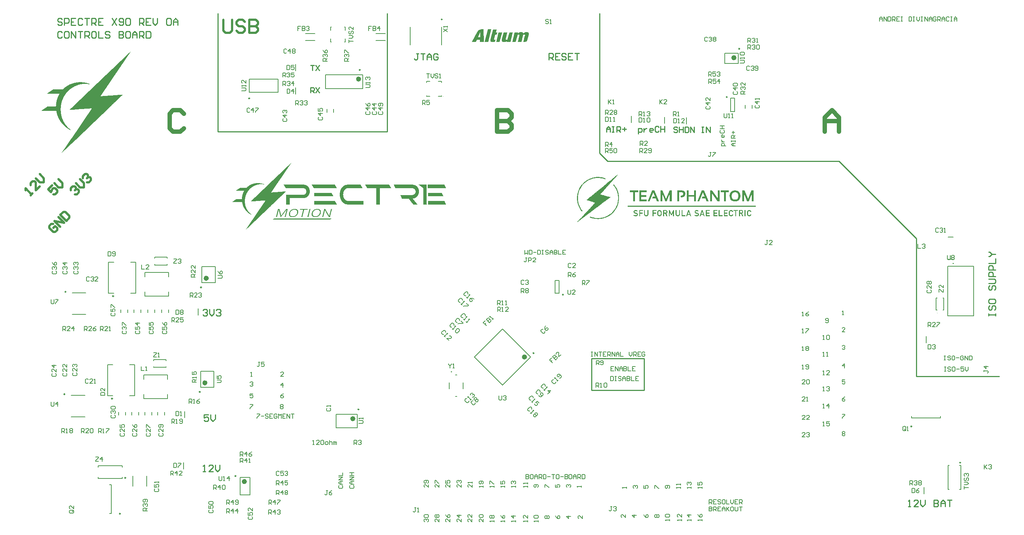
<source format=gto>
G04*
G04 #@! TF.GenerationSoftware,Altium Limited,Altium Designer,18.1.11 (251)*
G04*
G04 Layer_Color=65535*
%FSLAX25Y25*%
%MOIN*%
G70*
G01*
G75*
%ADD10C,0.00984*%
%ADD11C,0.02362*%
%ADD12C,0.00394*%
%ADD13C,0.01000*%
%ADD14C,0.00787*%
%ADD15C,0.00500*%
%ADD16C,0.01968*%
%ADD17C,0.00866*%
%ADD18C,0.03937*%
G36*
X112523Y437719D02*
X112356D01*
Y437886D01*
X112523D01*
Y437719D01*
D02*
G37*
G36*
X112356Y437552D02*
X112189D01*
Y437719D01*
X112356D01*
Y437552D01*
D02*
G37*
G36*
X67786Y409340D02*
X69455D01*
Y409173D01*
X70456D01*
Y409007D01*
X71291D01*
Y408840D01*
X71959D01*
Y408673D01*
X72627D01*
Y408506D01*
X73127D01*
Y408339D01*
X73628D01*
Y408172D01*
X74129D01*
Y408005D01*
X74463D01*
Y407838D01*
X74797D01*
Y407671D01*
X75131D01*
Y407504D01*
X74296D01*
Y407671D01*
X73127D01*
Y407838D01*
X71625D01*
Y408005D01*
X69288D01*
Y407838D01*
X67619D01*
Y407671D01*
X66617D01*
Y407504D01*
X65782D01*
Y407337D01*
X65115D01*
Y407170D01*
X64447D01*
Y407003D01*
X63946D01*
Y406836D01*
X63612D01*
Y406670D01*
X63112D01*
Y406502D01*
X62611D01*
Y406336D01*
X62277D01*
Y406169D01*
X61943D01*
Y406002D01*
X61442D01*
Y405835D01*
X61108D01*
Y405668D01*
X60774D01*
Y405501D01*
X60441D01*
Y405334D01*
X60107D01*
Y405167D01*
X59940D01*
Y405000D01*
X59606D01*
Y404833D01*
X59272D01*
Y404666D01*
X59105D01*
Y404499D01*
X58771D01*
Y404332D01*
X58604D01*
Y404166D01*
X58271D01*
Y403999D01*
X58104D01*
Y403832D01*
X57770D01*
Y403665D01*
X57603D01*
Y403498D01*
X57436D01*
Y403331D01*
X57102D01*
Y403164D01*
X56935D01*
Y402997D01*
X56768D01*
Y402830D01*
X56601D01*
Y402663D01*
X56434D01*
Y402496D01*
X56100D01*
Y402329D01*
X55933D01*
Y402162D01*
X55766D01*
Y401995D01*
X55599D01*
Y401828D01*
X55433D01*
Y401661D01*
X55266D01*
Y401495D01*
X55099D01*
Y401328D01*
X54932D01*
Y401161D01*
X54765D01*
Y400994D01*
X54598D01*
Y400827D01*
X54431D01*
Y400660D01*
X54264D01*
Y400326D01*
X54097D01*
Y400159D01*
X53930D01*
Y399992D01*
X53763D01*
Y399825D01*
X53596D01*
Y399658D01*
X53429D01*
Y399491D01*
X53263D01*
Y399158D01*
X53096D01*
Y398991D01*
X52929D01*
Y398824D01*
X52762D01*
Y398490D01*
X52595D01*
Y398323D01*
X52428D01*
Y397989D01*
X52261D01*
Y397822D01*
X52094D01*
Y397488D01*
X51927D01*
Y397321D01*
X51760D01*
Y396987D01*
X51593D01*
Y396654D01*
X51426D01*
Y396487D01*
X51259D01*
Y396153D01*
X51092D01*
Y395819D01*
X50925D01*
Y395485D01*
X50758D01*
Y395151D01*
X50592D01*
Y394817D01*
X50425D01*
Y394317D01*
X50258D01*
Y393983D01*
X50091D01*
Y393649D01*
X49924D01*
Y393148D01*
X49757D01*
Y392814D01*
X49590D01*
Y392313D01*
X49423D01*
Y391812D01*
X49256D01*
Y391312D01*
X49089D01*
Y390644D01*
X48922D01*
Y389809D01*
X48755D01*
Y388975D01*
X48588D01*
Y387973D01*
X48421D01*
Y385970D01*
X48254D01*
Y383466D01*
X48421D01*
Y381463D01*
X48588D01*
Y380294D01*
X48755D01*
Y379460D01*
X48922D01*
Y378625D01*
X49089D01*
Y378124D01*
X49256D01*
Y377456D01*
X49423D01*
Y376956D01*
X49590D01*
Y376455D01*
X49757D01*
Y376121D01*
X49924D01*
Y375787D01*
X50091D01*
Y375286D01*
X50258D01*
Y374952D01*
X50425D01*
Y374452D01*
X50592D01*
Y374118D01*
X50758D01*
Y373784D01*
X50925D01*
Y373450D01*
X51092D01*
Y373116D01*
X51259D01*
Y372949D01*
X51426D01*
Y372615D01*
X51593D01*
Y372282D01*
X51760D01*
Y372115D01*
X51927D01*
Y371781D01*
X52094D01*
Y371614D01*
X52261D01*
Y371280D01*
X52428D01*
Y370946D01*
X52595D01*
Y370779D01*
X52762D01*
Y370612D01*
X52929D01*
Y370445D01*
X53096D01*
Y370278D01*
X53263D01*
Y369944D01*
X53429D01*
Y369777D01*
X53596D01*
Y369611D01*
X53763D01*
Y369444D01*
X53930D01*
Y369277D01*
X54097D01*
Y368943D01*
X54264D01*
Y368776D01*
X54431D01*
Y368609D01*
X54598D01*
Y368442D01*
X54765D01*
Y368275D01*
X54932D01*
Y368108D01*
X55099D01*
Y367941D01*
X55266D01*
Y367774D01*
X55433D01*
Y367607D01*
X55599D01*
Y367441D01*
X55933D01*
Y367273D01*
X56100D01*
Y367107D01*
X56267D01*
Y366940D01*
X56434D01*
Y366773D01*
X56601D01*
Y366606D01*
X56768D01*
Y366439D01*
X57102D01*
Y366272D01*
X57269D01*
Y366105D01*
X57436D01*
Y365938D01*
X57603D01*
Y365771D01*
X57102D01*
Y365938D01*
X56768D01*
Y366105D01*
X56267D01*
Y366272D01*
X56100D01*
Y366439D01*
X55766D01*
Y366606D01*
X55433D01*
Y366773D01*
X55266D01*
Y366940D01*
X54932D01*
Y367107D01*
X54765D01*
Y367273D01*
X54431D01*
Y367441D01*
X54264D01*
Y367607D01*
X53930D01*
Y367774D01*
X53763D01*
Y367941D01*
X53429D01*
Y368108D01*
X53263D01*
Y368275D01*
X53096D01*
Y368442D01*
X52929D01*
Y368609D01*
X52595D01*
Y368776D01*
X52428D01*
Y368943D01*
X52261D01*
Y369110D01*
X52094D01*
Y369277D01*
X51927D01*
Y369444D01*
X51760D01*
Y369611D01*
X51593D01*
Y369777D01*
X51426D01*
Y369944D01*
X51259D01*
Y370111D01*
X51092D01*
Y370278D01*
X50925D01*
Y370445D01*
X50758D01*
Y370612D01*
X50592D01*
Y370779D01*
X50425D01*
Y370946D01*
X50258D01*
Y371113D01*
X50091D01*
Y371280D01*
X49924D01*
Y371447D01*
X49757D01*
Y371614D01*
X49590D01*
Y371781D01*
X49423D01*
Y372115D01*
X49256D01*
Y372282D01*
X49089D01*
Y372448D01*
X48922D01*
Y372615D01*
X48755D01*
Y372949D01*
X48588D01*
Y373116D01*
X48421D01*
Y373283D01*
X48254D01*
Y373617D01*
X48088D01*
Y373784D01*
X47921D01*
Y374118D01*
X47754D01*
Y374452D01*
X47587D01*
Y374619D01*
X47420D01*
Y374952D01*
X47253D01*
Y375286D01*
X47086D01*
Y375453D01*
X46919D01*
Y375787D01*
X46752D01*
Y376121D01*
X46585D01*
Y376455D01*
X46418D01*
Y376789D01*
X46251D01*
Y377122D01*
X46084D01*
Y377456D01*
X45917D01*
Y377957D01*
X45750D01*
Y378291D01*
X45584D01*
Y378792D01*
X45417D01*
Y379126D01*
X45250D01*
Y379626D01*
X45083D01*
Y380127D01*
X44916D01*
Y380795D01*
X44749D01*
Y381296D01*
X44582D01*
Y382131D01*
X44415D01*
Y382965D01*
X44248D01*
Y383132D01*
X44081D01*
Y383299D01*
X30393D01*
Y383466D01*
X30727D01*
Y383633D01*
X30894D01*
Y383800D01*
X31061D01*
Y383967D01*
X31394D01*
Y384134D01*
X31561D01*
Y384301D01*
X31895D01*
Y384468D01*
X32062D01*
Y384634D01*
X32396D01*
Y384801D01*
X32563D01*
Y384968D01*
X32897D01*
Y385135D01*
X33064D01*
Y385302D01*
X33231D01*
Y385469D01*
X33564D01*
Y385636D01*
X33731D01*
Y385803D01*
X34065D01*
Y385970D01*
X34232D01*
Y386137D01*
X34566D01*
Y386304D01*
X34733D01*
Y386471D01*
X35067D01*
Y386638D01*
X35234D01*
Y386805D01*
X35401D01*
Y386971D01*
X35735D01*
Y387138D01*
X35902D01*
Y387305D01*
X43914D01*
Y387973D01*
X44081D01*
Y388975D01*
X43914D01*
Y389142D01*
X44081D01*
Y390143D01*
X44248D01*
Y391145D01*
X44415D01*
Y391979D01*
X44582D01*
Y392814D01*
X44749D01*
Y393482D01*
X44916D01*
Y393983D01*
X45083D01*
Y394483D01*
X45250D01*
Y394984D01*
X45417D01*
Y395485D01*
X45584D01*
Y395819D01*
X45750D01*
Y396153D01*
X45917D01*
Y396654D01*
X46084D01*
Y396987D01*
X46251D01*
Y397321D01*
X46418D01*
Y397655D01*
X46585D01*
Y397989D01*
X46752D01*
Y398156D01*
X46919D01*
Y398490D01*
X47086D01*
Y398991D01*
X35735D01*
Y399158D01*
X36068D01*
Y399324D01*
X36402D01*
Y399491D01*
X36569D01*
Y399658D01*
X36736D01*
Y399825D01*
X37070D01*
Y399992D01*
X37237D01*
Y400159D01*
X37571D01*
Y400326D01*
X37738D01*
Y400493D01*
X38072D01*
Y400660D01*
X38239D01*
Y400827D01*
X38572D01*
Y400994D01*
X38739D01*
Y401161D01*
X38906D01*
Y401328D01*
X39240D01*
Y401495D01*
X39407D01*
Y401661D01*
X39741D01*
Y401828D01*
X39908D01*
Y401995D01*
X40242D01*
Y402162D01*
X40409D01*
Y402329D01*
X40743D01*
Y402496D01*
X40909D01*
Y402663D01*
X41076D01*
Y402830D01*
X50258D01*
Y402997D01*
X50425D01*
Y403164D01*
X50592D01*
Y403331D01*
X50758D01*
Y403498D01*
X50925D01*
Y403665D01*
X51092D01*
Y403832D01*
X51259D01*
Y403999D01*
X51593D01*
Y404166D01*
X51760D01*
Y404332D01*
X51927D01*
Y404499D01*
X52094D01*
Y404666D01*
X52261D01*
Y404833D01*
X52595D01*
Y405000D01*
X52762D01*
Y405167D01*
X53096D01*
Y405334D01*
X53263D01*
Y405501D01*
X53429D01*
Y405668D01*
X53763D01*
Y405835D01*
X53930D01*
Y406002D01*
X54264D01*
Y406169D01*
X54431D01*
Y406336D01*
X54765D01*
Y406502D01*
X55099D01*
Y406670D01*
X55433D01*
Y406836D01*
X55766D01*
Y407003D01*
X55933D01*
Y407170D01*
X56267D01*
Y407337D01*
X56601D01*
Y407504D01*
X56935D01*
Y407671D01*
X57436D01*
Y407838D01*
X57770D01*
Y408005D01*
X58271D01*
Y408172D01*
X58771D01*
Y408339D01*
X59272D01*
Y408506D01*
X59773D01*
Y408673D01*
X60441D01*
Y408840D01*
X61108D01*
Y409007D01*
X61943D01*
Y409173D01*
X62945D01*
Y409340D01*
X64447D01*
Y409507D01*
X67786D01*
Y409340D01*
D02*
G37*
G36*
X112189Y437218D02*
X112022D01*
Y437051D01*
X111856D01*
Y436717D01*
X111689D01*
Y436550D01*
X111522D01*
Y436383D01*
X111355D01*
Y436049D01*
X111188D01*
Y435883D01*
X111021D01*
Y435549D01*
X110854D01*
Y435382D01*
X110687D01*
Y435048D01*
X110520D01*
Y434881D01*
X110353D01*
Y434547D01*
X110186D01*
Y434380D01*
X110019D01*
Y434213D01*
X109852D01*
Y433879D01*
X109685D01*
Y433712D01*
X109519D01*
Y433379D01*
X109352D01*
Y433212D01*
X109185D01*
Y432878D01*
X109018D01*
Y432711D01*
X108851D01*
Y432377D01*
X108684D01*
Y432210D01*
X108517D01*
Y431876D01*
X108350D01*
Y431542D01*
X108016D01*
Y431208D01*
X107849D01*
Y431041D01*
X107682D01*
Y430708D01*
X107515D01*
Y430374D01*
X107348D01*
Y430207D01*
X107182D01*
Y429873D01*
X107015D01*
Y429706D01*
X106848D01*
Y429372D01*
X106681D01*
Y429205D01*
X106514D01*
Y428871D01*
X106347D01*
Y428704D01*
X106180D01*
Y428538D01*
X106013D01*
Y428204D01*
X105846D01*
Y428037D01*
X105679D01*
Y427703D01*
X105512D01*
Y427536D01*
X105345D01*
Y427202D01*
X105178D01*
Y427035D01*
X105011D01*
Y426701D01*
X104844D01*
Y426534D01*
X104677D01*
Y426367D01*
X104511D01*
Y426033D01*
X104344D01*
Y425867D01*
X104177D01*
Y425533D01*
X104010D01*
Y425366D01*
X103843D01*
Y425032D01*
X103676D01*
Y424865D01*
X103509D01*
Y424531D01*
X103342D01*
Y424197D01*
X103175D01*
Y424030D01*
X103008D01*
Y423697D01*
X102674D01*
Y423363D01*
X102507D01*
Y423029D01*
X102340D01*
Y422862D01*
X102173D01*
Y422528D01*
X102007D01*
Y422361D01*
X101840D01*
Y422027D01*
X101673D01*
Y421860D01*
X101506D01*
Y421526D01*
X101339D01*
Y421359D01*
X101172D01*
Y421026D01*
X101005D01*
Y420859D01*
X100838D01*
Y420692D01*
X100671D01*
Y420358D01*
X100504D01*
Y420191D01*
X100337D01*
Y419857D01*
X100170D01*
Y419690D01*
X100003D01*
Y419356D01*
X99836D01*
Y419189D01*
X99669D01*
Y418855D01*
X99503D01*
Y418522D01*
X99336D01*
Y418355D01*
X99169D01*
Y418188D01*
X99002D01*
Y418021D01*
X98835D01*
Y417687D01*
X98668D01*
Y417520D01*
X98501D01*
Y417186D01*
X98334D01*
Y416852D01*
X98167D01*
Y416685D01*
X98000D01*
Y416352D01*
X97833D01*
Y416185D01*
X97666D01*
Y415851D01*
X97499D01*
Y415684D01*
X97333D01*
Y415517D01*
X97166D01*
Y415183D01*
X96999D01*
Y415016D01*
X96832D01*
Y414682D01*
X96665D01*
Y414515D01*
X96498D01*
Y414181D01*
X96331D01*
Y414014D01*
X96164D01*
Y413681D01*
X95997D01*
Y413514D01*
X95830D01*
Y413180D01*
X95663D01*
Y413013D01*
X95496D01*
Y412679D01*
X95329D01*
Y412512D01*
X95162D01*
Y412345D01*
X94995D01*
Y412011D01*
X94828D01*
Y411844D01*
X94662D01*
Y411511D01*
X94495D01*
Y411177D01*
X94328D01*
Y411010D01*
X94161D01*
Y410676D01*
X93994D01*
Y410509D01*
X93827D01*
Y410175D01*
X93660D01*
Y410008D01*
X93493D01*
Y409674D01*
X93326D01*
Y409507D01*
X93159D01*
Y409340D01*
X92992D01*
Y409007D01*
X92825D01*
Y408840D01*
X92658D01*
Y408506D01*
X92492D01*
Y408339D01*
X92325D01*
Y408005D01*
X92158D01*
Y407838D01*
X91991D01*
Y407504D01*
X91824D01*
Y407337D01*
X91657D01*
Y407003D01*
X91490D01*
Y406836D01*
X91323D01*
Y406502D01*
X91156D01*
Y406336D01*
X90989D01*
Y406169D01*
X90822D01*
Y405835D01*
X90655D01*
Y405501D01*
X90488D01*
Y405334D01*
X90321D01*
Y405000D01*
X90154D01*
Y404833D01*
X89987D01*
Y404499D01*
X89821D01*
Y404332D01*
X89654D01*
Y403999D01*
X89487D01*
Y403832D01*
X89320D01*
Y403665D01*
X89153D01*
Y403331D01*
X88986D01*
Y403164D01*
X88819D01*
Y402830D01*
X88652D01*
Y402663D01*
X88485D01*
Y402329D01*
X88318D01*
Y402162D01*
X88151D01*
Y401828D01*
X87984D01*
Y401661D01*
X87817D01*
Y401328D01*
X87651D01*
Y401161D01*
X87484D01*
Y400827D01*
X87317D01*
Y400660D01*
X87150D01*
Y400493D01*
X86983D01*
Y400159D01*
X86816D01*
Y399825D01*
X86649D01*
Y399658D01*
X86482D01*
Y399324D01*
X86315D01*
Y399158D01*
X86148D01*
Y398824D01*
X85981D01*
Y398657D01*
X85814D01*
Y398323D01*
X85647D01*
Y398156D01*
X85480D01*
Y397989D01*
X85313D01*
Y397655D01*
X85146D01*
Y397488D01*
X84979D01*
Y397154D01*
X84813D01*
Y396987D01*
X84646D01*
Y396654D01*
X86315D01*
Y396820D01*
X88819D01*
Y396987D01*
X91156D01*
Y397154D01*
X93660D01*
Y397321D01*
X96164D01*
Y397488D01*
X97499D01*
Y397655D01*
X100003D01*
Y397822D01*
X102507D01*
Y397989D01*
X104844D01*
Y397822D01*
X104677D01*
Y397655D01*
X104511D01*
Y397488D01*
X104344D01*
Y397321D01*
X104177D01*
Y397154D01*
X104010D01*
Y396987D01*
X103676D01*
Y396820D01*
X103509D01*
Y396654D01*
X103342D01*
Y396487D01*
X103175D01*
Y396320D01*
X103008D01*
Y396153D01*
X102841D01*
Y395986D01*
X102674D01*
Y395819D01*
X102507D01*
Y395652D01*
X102340D01*
Y395485D01*
X102173D01*
Y395318D01*
X102007D01*
Y395151D01*
X101840D01*
Y394984D01*
X101673D01*
Y394817D01*
X101506D01*
Y394650D01*
X101339D01*
Y394483D01*
X101172D01*
Y394317D01*
X101005D01*
Y394150D01*
X100838D01*
Y393983D01*
X100671D01*
Y393816D01*
X100504D01*
Y393649D01*
X100337D01*
Y393482D01*
X100170D01*
Y393315D01*
X99836D01*
Y393148D01*
X99669D01*
Y392981D01*
X99503D01*
Y392814D01*
X99336D01*
Y392647D01*
X99169D01*
Y392480D01*
X99002D01*
Y392313D01*
X98835D01*
Y392146D01*
X98668D01*
Y391979D01*
X98501D01*
Y391812D01*
X98334D01*
Y391646D01*
X98167D01*
Y391479D01*
X98000D01*
Y391312D01*
X97833D01*
Y391145D01*
X97666D01*
Y390978D01*
X97499D01*
Y390811D01*
X97166D01*
Y390644D01*
X96999D01*
Y390477D01*
X96832D01*
Y390310D01*
X96665D01*
Y390143D01*
X96498D01*
Y389976D01*
X96331D01*
Y389642D01*
X95997D01*
Y389475D01*
X95830D01*
Y389309D01*
X95663D01*
Y389142D01*
X95496D01*
Y388975D01*
X95329D01*
Y388808D01*
X95162D01*
Y388641D01*
X94995D01*
Y388474D01*
X94828D01*
Y388307D01*
X94662D01*
Y388140D01*
X94495D01*
Y387973D01*
X94328D01*
Y387806D01*
X93994D01*
Y387639D01*
X93827D01*
Y387472D01*
X93660D01*
Y387305D01*
X93493D01*
Y387138D01*
X93326D01*
Y386971D01*
X93159D01*
Y386805D01*
X92992D01*
Y386638D01*
X92825D01*
Y386471D01*
X92658D01*
Y386304D01*
X92492D01*
Y386137D01*
X92325D01*
Y385970D01*
X92158D01*
Y385803D01*
X91991D01*
Y385636D01*
X91824D01*
Y385469D01*
X91657D01*
Y385302D01*
X91490D01*
Y385135D01*
X91323D01*
Y384968D01*
X91156D01*
Y384801D01*
X90989D01*
Y384634D01*
X90822D01*
Y384468D01*
X90655D01*
Y384301D01*
X90488D01*
Y384134D01*
X90154D01*
Y383967D01*
X89987D01*
Y383800D01*
X89821D01*
Y383633D01*
X89654D01*
Y383466D01*
X89487D01*
Y383299D01*
X89320D01*
Y383132D01*
X89153D01*
Y382965D01*
X88986D01*
Y382798D01*
X88819D01*
Y382631D01*
X88652D01*
Y382464D01*
X88485D01*
Y382297D01*
X88318D01*
Y382131D01*
X88151D01*
Y381963D01*
X87984D01*
Y381797D01*
X87817D01*
Y381630D01*
X87651D01*
Y381463D01*
X87484D01*
Y381296D01*
X87317D01*
Y381129D01*
X87150D01*
Y380962D01*
X86983D01*
Y380795D01*
X86816D01*
Y380628D01*
X86649D01*
Y380461D01*
X86315D01*
Y380294D01*
X86148D01*
Y380127D01*
X85981D01*
Y379960D01*
X85814D01*
Y379793D01*
X85647D01*
Y379626D01*
X85480D01*
Y379460D01*
X85313D01*
Y379293D01*
X85146D01*
Y379126D01*
X84979D01*
Y378959D01*
X84813D01*
Y378792D01*
X84646D01*
Y378625D01*
X84479D01*
Y378458D01*
X84312D01*
Y378291D01*
X84145D01*
Y378124D01*
X83978D01*
Y377957D01*
X83811D01*
Y377790D01*
X83644D01*
Y377623D01*
X83477D01*
Y377456D01*
X83310D01*
Y377289D01*
X83143D01*
Y377122D01*
X82976D01*
Y376956D01*
X82809D01*
Y376789D01*
X82476D01*
Y376622D01*
X82309D01*
Y376455D01*
X82142D01*
Y376288D01*
X81975D01*
Y376121D01*
X81808D01*
Y375954D01*
X81641D01*
Y375787D01*
X81474D01*
Y375620D01*
X81307D01*
Y375453D01*
X81140D01*
Y375286D01*
X80973D01*
Y375119D01*
X80806D01*
Y374952D01*
X80639D01*
Y374785D01*
X80472D01*
Y374619D01*
X80305D01*
Y374452D01*
X80138D01*
Y374285D01*
X79972D01*
Y374118D01*
X79805D01*
Y373951D01*
X79638D01*
Y373784D01*
X79471D01*
Y373617D01*
X79304D01*
Y373450D01*
X79137D01*
Y373283D01*
X78803D01*
Y373116D01*
X78636D01*
Y372949D01*
X78469D01*
Y372782D01*
X78302D01*
Y372615D01*
X78135D01*
Y372448D01*
X77968D01*
Y372282D01*
X77802D01*
Y372115D01*
X77635D01*
Y371948D01*
X77468D01*
Y371781D01*
X77301D01*
Y371614D01*
X77134D01*
Y371447D01*
X76967D01*
Y371280D01*
X76800D01*
Y371113D01*
X76633D01*
Y370946D01*
X76466D01*
Y370779D01*
X76299D01*
Y370612D01*
X76132D01*
Y370445D01*
X75965D01*
Y370278D01*
X75798D01*
Y370111D01*
X75631D01*
Y369944D01*
X75464D01*
Y369777D01*
X75297D01*
Y369611D01*
X75131D01*
Y369444D01*
X74964D01*
Y369277D01*
X74797D01*
Y369110D01*
X74630D01*
Y368943D01*
X74463D01*
Y368776D01*
X74296D01*
Y368609D01*
X74129D01*
Y368442D01*
X73962D01*
Y368275D01*
X73628D01*
Y368108D01*
X73461D01*
Y367941D01*
X73294D01*
Y367774D01*
X73127D01*
Y367607D01*
X72961D01*
Y367441D01*
X72794D01*
Y367273D01*
X72627D01*
Y367107D01*
X72460D01*
Y366940D01*
X72293D01*
Y366773D01*
X72126D01*
Y366606D01*
X71959D01*
Y366439D01*
X71792D01*
Y366272D01*
X71625D01*
Y366105D01*
X71458D01*
Y365938D01*
X71291D01*
Y365771D01*
X71124D01*
Y365604D01*
X70957D01*
Y365437D01*
X70790D01*
Y365270D01*
X70623D01*
Y365103D01*
X70456D01*
Y364936D01*
X70289D01*
Y364770D01*
X70123D01*
Y364603D01*
X69956D01*
Y364436D01*
X69622D01*
Y364269D01*
X69455D01*
Y364102D01*
X69288D01*
Y363935D01*
X69121D01*
Y363768D01*
X68954D01*
Y363601D01*
X68787D01*
Y363434D01*
X68620D01*
Y363267D01*
X68453D01*
Y363100D01*
X68286D01*
Y362933D01*
X68119D01*
Y362766D01*
X67953D01*
Y362599D01*
X67786D01*
Y362433D01*
X67619D01*
Y362266D01*
X67452D01*
Y362099D01*
X67285D01*
Y361932D01*
X67118D01*
Y361765D01*
X66951D01*
Y361598D01*
X66784D01*
Y361431D01*
X66617D01*
Y361264D01*
X66450D01*
Y361097D01*
X66283D01*
Y360930D01*
X65949D01*
Y360763D01*
X65782D01*
Y360596D01*
X65615D01*
Y360429D01*
X65448D01*
Y360262D01*
X65282D01*
Y360096D01*
X65115D01*
Y359928D01*
X64948D01*
Y359762D01*
X64781D01*
Y359595D01*
X64614D01*
Y359428D01*
X64447D01*
Y359261D01*
X64280D01*
Y359094D01*
X64113D01*
Y358927D01*
X63946D01*
Y358760D01*
X63779D01*
Y358593D01*
X63612D01*
Y358426D01*
X63445D01*
Y358259D01*
X63278D01*
Y358092D01*
X63112D01*
Y357925D01*
X62945D01*
Y357758D01*
X62778D01*
Y357592D01*
X62611D01*
Y357425D01*
X62444D01*
Y357258D01*
X62277D01*
Y357091D01*
X61943D01*
Y356924D01*
X61776D01*
Y356757D01*
X61609D01*
Y356590D01*
X61442D01*
Y356423D01*
X61275D01*
Y356256D01*
X61108D01*
Y356089D01*
X60941D01*
Y355922D01*
X60774D01*
Y355755D01*
X60607D01*
Y355588D01*
X60441D01*
Y355421D01*
X60274D01*
Y355254D01*
X60107D01*
Y355087D01*
X59940D01*
Y354921D01*
X59773D01*
Y354754D01*
X59606D01*
Y354587D01*
X59439D01*
Y354420D01*
X59272D01*
Y354253D01*
X59105D01*
Y354086D01*
X58938D01*
Y353919D01*
X58771D01*
Y353752D01*
X58604D01*
Y353585D01*
X58437D01*
Y353418D01*
X58104D01*
Y353251D01*
X57937D01*
Y353084D01*
X57770D01*
Y352917D01*
X57603D01*
Y352750D01*
X57436D01*
Y352584D01*
X57269D01*
Y352417D01*
X57102D01*
Y352250D01*
X56935D01*
Y352083D01*
X56768D01*
Y351916D01*
X56601D01*
Y351749D01*
X56434D01*
Y351582D01*
X56267D01*
Y351415D01*
X56100D01*
Y351248D01*
X55933D01*
Y351081D01*
X55599D01*
Y350914D01*
X55433D01*
Y350747D01*
X55266D01*
Y350580D01*
X55099D01*
Y350413D01*
X54932D01*
Y350247D01*
X54765D01*
Y350080D01*
X54598D01*
Y349913D01*
X54431D01*
Y349746D01*
X54264D01*
Y349579D01*
X54097D01*
Y349412D01*
X53930D01*
Y349245D01*
X53763D01*
Y349078D01*
X53596D01*
Y348911D01*
X53429D01*
Y348744D01*
X53263D01*
Y348577D01*
X53096D01*
Y348410D01*
X52929D01*
Y348243D01*
X52762D01*
Y348076D01*
X52595D01*
Y347909D01*
X52261D01*
Y347743D01*
X52094D01*
Y347576D01*
X51927D01*
Y347409D01*
X51760D01*
Y347242D01*
X51593D01*
Y347075D01*
X51426D01*
Y346908D01*
X51259D01*
Y346741D01*
X51092D01*
Y346574D01*
X50925D01*
Y346407D01*
X50758D01*
Y346240D01*
X50592D01*
Y346073D01*
X50425D01*
Y345906D01*
X50258D01*
Y345739D01*
X50091D01*
Y345572D01*
X49924D01*
Y345406D01*
X49757D01*
Y345238D01*
X49590D01*
Y345072D01*
X49423D01*
Y344905D01*
X49256D01*
Y345238D01*
X49423D01*
Y345406D01*
X49590D01*
Y345739D01*
X49757D01*
Y345906D01*
X49924D01*
Y346240D01*
X50091D01*
Y346407D01*
X50258D01*
Y346741D01*
X50425D01*
Y346908D01*
X50592D01*
Y347242D01*
X50758D01*
Y347409D01*
X50925D01*
Y347743D01*
X51092D01*
Y347909D01*
X51259D01*
Y348243D01*
X51426D01*
Y348410D01*
X51593D01*
Y348577D01*
X51760D01*
Y348911D01*
X51927D01*
Y349078D01*
X52094D01*
Y349412D01*
X52261D01*
Y349579D01*
X52428D01*
Y349913D01*
X52595D01*
Y350080D01*
X52762D01*
Y350413D01*
X52929D01*
Y350580D01*
X53096D01*
Y350914D01*
X53263D01*
Y351081D01*
X53429D01*
Y351415D01*
X53596D01*
Y351582D01*
X53763D01*
Y351916D01*
X53930D01*
Y352083D01*
X54097D01*
Y352417D01*
X54264D01*
Y352584D01*
X54431D01*
Y352917D01*
X54598D01*
Y353084D01*
X54765D01*
Y353418D01*
X54932D01*
Y353585D01*
X55099D01*
Y353919D01*
X55266D01*
Y354086D01*
X55433D01*
Y354253D01*
X55599D01*
Y354587D01*
X55766D01*
Y354754D01*
X55933D01*
Y355087D01*
X56100D01*
Y355254D01*
X56267D01*
Y355588D01*
X56434D01*
Y355755D01*
X56601D01*
Y356089D01*
X56768D01*
Y356256D01*
X56935D01*
Y356590D01*
X57102D01*
Y356757D01*
X57269D01*
Y357091D01*
X57436D01*
Y357258D01*
X57603D01*
Y357592D01*
X57770D01*
Y357758D01*
X57937D01*
Y358092D01*
X58104D01*
Y358259D01*
X58271D01*
Y358593D01*
X58437D01*
Y358760D01*
X58604D01*
Y358927D01*
X58771D01*
Y359261D01*
X58938D01*
Y359428D01*
X59105D01*
Y359762D01*
X59272D01*
Y359928D01*
X59439D01*
Y360262D01*
X59606D01*
Y360429D01*
X59773D01*
Y360763D01*
X59940D01*
Y360930D01*
X60107D01*
Y361264D01*
X60274D01*
Y361431D01*
X60441D01*
Y361765D01*
X60607D01*
Y361932D01*
X60774D01*
Y362266D01*
X60941D01*
Y362433D01*
X61108D01*
Y362766D01*
X61275D01*
Y362933D01*
X61442D01*
Y363267D01*
X61609D01*
Y363434D01*
X61776D01*
Y363768D01*
X61943D01*
Y363935D01*
X62110D01*
Y364102D01*
X62277D01*
Y364436D01*
X62444D01*
Y364603D01*
X62611D01*
Y364936D01*
X62778D01*
Y365103D01*
X62945D01*
Y365437D01*
X63112D01*
Y365604D01*
X63278D01*
Y365938D01*
X63445D01*
Y366105D01*
X63612D01*
Y366439D01*
X63779D01*
Y366606D01*
X63946D01*
Y366940D01*
X64113D01*
Y367107D01*
X64280D01*
Y367441D01*
X64447D01*
Y367607D01*
X64614D01*
Y367941D01*
X64781D01*
Y368108D01*
X64948D01*
Y368442D01*
X65115D01*
Y368609D01*
X65282D01*
Y368943D01*
X65448D01*
Y369110D01*
X65615D01*
Y369277D01*
X65782D01*
Y369611D01*
X65949D01*
Y369777D01*
X66116D01*
Y370111D01*
X66283D01*
Y370278D01*
X66450D01*
Y370612D01*
X66617D01*
Y370779D01*
X66784D01*
Y371113D01*
X66951D01*
Y371447D01*
X67118D01*
Y371614D01*
X67285D01*
Y371948D01*
X67452D01*
Y372115D01*
X67619D01*
Y372448D01*
X67786D01*
Y372615D01*
X67953D01*
Y372949D01*
X68119D01*
Y373116D01*
X68286D01*
Y373283D01*
X68453D01*
Y373617D01*
X68620D01*
Y373784D01*
X68787D01*
Y374118D01*
X68954D01*
Y374285D01*
X69121D01*
Y374619D01*
X69288D01*
Y374785D01*
X69455D01*
Y375119D01*
X69622D01*
Y375286D01*
X69789D01*
Y375620D01*
X69956D01*
Y375787D01*
X70123D01*
Y376121D01*
X70289D01*
Y376288D01*
X70456D01*
Y376622D01*
X70623D01*
Y376789D01*
X70790D01*
Y377122D01*
X70957D01*
Y377289D01*
X71124D01*
Y377623D01*
X71291D01*
Y377790D01*
X71458D01*
Y378124D01*
X71625D01*
Y378291D01*
X71792D01*
Y378625D01*
X71959D01*
Y378792D01*
X72126D01*
Y379126D01*
X72293D01*
Y379293D01*
X72460D01*
Y379626D01*
X72627D01*
Y379793D01*
X72794D01*
Y380127D01*
X72961D01*
Y380294D01*
X73127D01*
Y380461D01*
X73294D01*
Y380795D01*
X73461D01*
Y380962D01*
X73628D01*
Y381296D01*
X73795D01*
Y381463D01*
X73962D01*
Y381797D01*
X74129D01*
Y381963D01*
X74296D01*
Y382297D01*
X74463D01*
Y382464D01*
X74630D01*
Y382798D01*
X74797D01*
Y382965D01*
X74964D01*
Y383132D01*
X75131D01*
Y383466D01*
X75297D01*
Y383800D01*
X75464D01*
Y383967D01*
X75631D01*
Y384301D01*
X75798D01*
Y384468D01*
X75965D01*
Y384801D01*
X76132D01*
Y384968D01*
X76299D01*
Y385302D01*
X76466D01*
Y385636D01*
X74797D01*
Y385469D01*
X72293D01*
Y385302D01*
X69789D01*
Y385135D01*
X67285D01*
Y384968D01*
X64781D01*
Y384801D01*
X63445D01*
Y384634D01*
X60941D01*
Y384468D01*
X58437D01*
Y384301D01*
X56434D01*
Y384468D01*
X56601D01*
Y384634D01*
X56768D01*
Y384801D01*
X56935D01*
Y384968D01*
X57102D01*
Y385135D01*
X57269D01*
Y385302D01*
X57436D01*
Y385469D01*
X57603D01*
Y385636D01*
X57770D01*
Y385803D01*
X57937D01*
Y385970D01*
X58271D01*
Y386137D01*
X58437D01*
Y386304D01*
X58604D01*
Y386471D01*
X58771D01*
Y386638D01*
X58938D01*
Y386805D01*
X59105D01*
Y386971D01*
X59272D01*
Y387138D01*
X59439D01*
Y387305D01*
X59606D01*
Y387472D01*
X59773D01*
Y387639D01*
X59940D01*
Y387806D01*
X60107D01*
Y387973D01*
X60274D01*
Y388140D01*
X60441D01*
Y388307D01*
X60607D01*
Y388474D01*
X60774D01*
Y388641D01*
X60941D01*
Y388808D01*
X61108D01*
Y388975D01*
X61275D01*
Y389142D01*
X61442D01*
Y389309D01*
X61609D01*
Y389475D01*
X61776D01*
Y389642D01*
X61943D01*
Y389809D01*
X62277D01*
Y389976D01*
X62444D01*
Y390143D01*
X62611D01*
Y390310D01*
X62778D01*
Y390477D01*
X62945D01*
Y390644D01*
X63112D01*
Y390811D01*
X63278D01*
Y390978D01*
X63445D01*
Y391145D01*
X63612D01*
Y391312D01*
X63779D01*
Y391479D01*
X63946D01*
Y391646D01*
X64113D01*
Y391812D01*
X64280D01*
Y391979D01*
X64447D01*
Y392146D01*
X64614D01*
Y392313D01*
X64781D01*
Y392480D01*
X64948D01*
Y392647D01*
X65115D01*
Y392814D01*
X65282D01*
Y392981D01*
X65448D01*
Y393148D01*
X65615D01*
Y393315D01*
X65782D01*
Y393482D01*
X65949D01*
Y393649D01*
X66283D01*
Y393816D01*
X66450D01*
Y393983D01*
X66617D01*
Y394150D01*
X66784D01*
Y394317D01*
X66951D01*
Y394483D01*
X67118D01*
Y394650D01*
X67285D01*
Y394817D01*
X67452D01*
Y394984D01*
X67619D01*
Y395151D01*
X67786D01*
Y395318D01*
X67953D01*
Y395485D01*
X68119D01*
Y395652D01*
X68286D01*
Y395819D01*
X68453D01*
Y395986D01*
X68620D01*
Y396153D01*
X68787D01*
Y396320D01*
X68954D01*
Y396487D01*
X69121D01*
Y396654D01*
X69288D01*
Y396820D01*
X69455D01*
Y396987D01*
X69622D01*
Y397154D01*
X69789D01*
Y397321D01*
X70123D01*
Y397488D01*
X70289D01*
Y397655D01*
X70456D01*
Y397822D01*
X70623D01*
Y397989D01*
X70790D01*
Y398156D01*
X70957D01*
Y398323D01*
X71124D01*
Y398490D01*
X71291D01*
Y398657D01*
X71458D01*
Y398824D01*
X71625D01*
Y398991D01*
X71792D01*
Y399158D01*
X71959D01*
Y399324D01*
X72126D01*
Y399491D01*
X72293D01*
Y399658D01*
X72460D01*
Y399825D01*
X72627D01*
Y399992D01*
X72794D01*
Y400159D01*
X72961D01*
Y400326D01*
X73127D01*
Y400493D01*
X73294D01*
Y400660D01*
X73461D01*
Y400827D01*
X73628D01*
Y400994D01*
X73795D01*
Y401161D01*
X74129D01*
Y401328D01*
X74296D01*
Y401495D01*
X74463D01*
Y401661D01*
X74630D01*
Y401828D01*
X74797D01*
Y401995D01*
X74964D01*
Y402162D01*
X75131D01*
Y402329D01*
X75297D01*
Y402496D01*
X75464D01*
Y402663D01*
X75631D01*
Y402830D01*
X75798D01*
Y402997D01*
X75965D01*
Y403164D01*
X76132D01*
Y403331D01*
X76299D01*
Y403498D01*
X76466D01*
Y403665D01*
X76633D01*
Y403832D01*
X76800D01*
Y403999D01*
X76967D01*
Y404166D01*
X77134D01*
Y404332D01*
X77301D01*
Y404499D01*
X77468D01*
Y404666D01*
X77635D01*
Y404833D01*
X77968D01*
Y405000D01*
X78135D01*
Y405167D01*
X78302D01*
Y405334D01*
X78469D01*
Y405501D01*
X78636D01*
Y405668D01*
X78803D01*
Y405835D01*
X78970D01*
Y406002D01*
X79137D01*
Y406169D01*
X79304D01*
Y406336D01*
X79471D01*
Y406502D01*
X79638D01*
Y406670D01*
X79805D01*
Y406836D01*
X79972D01*
Y407003D01*
X80138D01*
Y407170D01*
X80305D01*
Y407337D01*
X80472D01*
Y407504D01*
X80639D01*
Y407671D01*
X80806D01*
Y407838D01*
X80973D01*
Y408005D01*
X81140D01*
Y408172D01*
X81307D01*
Y408339D01*
X81474D01*
Y408506D01*
X81808D01*
Y408673D01*
X81975D01*
Y408840D01*
X82142D01*
Y409007D01*
X82309D01*
Y409173D01*
X82476D01*
Y409340D01*
X82643D01*
Y409507D01*
X82809D01*
Y409674D01*
X82976D01*
Y409841D01*
X83143D01*
Y410008D01*
X83310D01*
Y410175D01*
X83477D01*
Y410342D01*
X83644D01*
Y410509D01*
X83811D01*
Y410676D01*
X83978D01*
Y410843D01*
X84145D01*
Y411010D01*
X84312D01*
Y411177D01*
X84479D01*
Y411343D01*
X84646D01*
Y411511D01*
X84813D01*
Y411677D01*
X84979D01*
Y411844D01*
X85146D01*
Y412011D01*
X85313D01*
Y412178D01*
X85480D01*
Y412345D01*
X85814D01*
Y412512D01*
X85981D01*
Y412679D01*
X86148D01*
Y412846D01*
X86315D01*
Y413013D01*
X86482D01*
Y413180D01*
X86649D01*
Y413347D01*
X86816D01*
Y413514D01*
X86983D01*
Y413681D01*
X87150D01*
Y413847D01*
X87317D01*
Y414014D01*
X87484D01*
Y414181D01*
X87651D01*
Y414348D01*
X87817D01*
Y414515D01*
X87984D01*
Y414682D01*
X88151D01*
Y414849D01*
X88318D01*
Y415016D01*
X88485D01*
Y415183D01*
X88652D01*
Y415350D01*
X88819D01*
Y415517D01*
X88986D01*
Y415684D01*
X89153D01*
Y415851D01*
X89320D01*
Y416018D01*
X89654D01*
Y416185D01*
X89821D01*
Y416352D01*
X89987D01*
Y416518D01*
X90154D01*
Y416685D01*
X90321D01*
Y416852D01*
X90488D01*
Y417019D01*
X90655D01*
Y417186D01*
X90822D01*
Y417353D01*
X90989D01*
Y417520D01*
X91156D01*
Y417687D01*
X91323D01*
Y417854D01*
X91490D01*
Y418021D01*
X91824D01*
Y418188D01*
X91991D01*
Y418355D01*
X92158D01*
Y418522D01*
X92325D01*
Y418688D01*
X92492D01*
Y418855D01*
X92658D01*
Y419022D01*
X92825D01*
Y419189D01*
X92992D01*
Y419356D01*
X93159D01*
Y419523D01*
X93326D01*
Y419690D01*
X93493D01*
Y419857D01*
X93660D01*
Y420024D01*
X93827D01*
Y420191D01*
X93994D01*
Y420358D01*
X94161D01*
Y420525D01*
X94328D01*
Y420692D01*
X94495D01*
Y420859D01*
X94662D01*
Y421026D01*
X94828D01*
Y421193D01*
X94995D01*
Y421359D01*
X95162D01*
Y421526D01*
X95329D01*
Y421693D01*
X95663D01*
Y421860D01*
X95830D01*
Y422027D01*
X95997D01*
Y422194D01*
X96164D01*
Y422361D01*
X96331D01*
Y422528D01*
X96498D01*
Y422695D01*
X96665D01*
Y422862D01*
X96832D01*
Y423029D01*
X96999D01*
Y423196D01*
X97166D01*
Y423363D01*
X97333D01*
Y423530D01*
X97499D01*
Y423697D01*
X97666D01*
Y423863D01*
X97833D01*
Y424030D01*
X98000D01*
Y424197D01*
X98167D01*
Y424364D01*
X98334D01*
Y424531D01*
X98501D01*
Y424698D01*
X98668D01*
Y424865D01*
X98835D01*
Y425032D01*
X99002D01*
Y425199D01*
X99169D01*
Y425366D01*
X99503D01*
Y425533D01*
X99669D01*
Y425700D01*
X99836D01*
Y425867D01*
X100003D01*
Y426033D01*
X100170D01*
Y426200D01*
X100337D01*
Y426367D01*
X100504D01*
Y426534D01*
X100671D01*
Y426701D01*
X100838D01*
Y426868D01*
X101005D01*
Y427035D01*
X101172D01*
Y427202D01*
X101339D01*
Y427369D01*
X101506D01*
Y427536D01*
X101673D01*
Y427703D01*
X101840D01*
Y427870D01*
X102007D01*
Y428037D01*
X102173D01*
Y428204D01*
X102340D01*
Y428371D01*
X102507D01*
Y428538D01*
X102674D01*
Y428704D01*
X102841D01*
Y428871D01*
X103008D01*
Y429038D01*
X103342D01*
Y429205D01*
X103509D01*
Y429372D01*
X103676D01*
Y429539D01*
X103843D01*
Y429706D01*
X104010D01*
Y429873D01*
X104177D01*
Y430040D01*
X104344D01*
Y430207D01*
X104511D01*
Y430374D01*
X104677D01*
Y430541D01*
X104844D01*
Y430708D01*
X105011D01*
Y430875D01*
X105178D01*
Y431041D01*
X105345D01*
Y431208D01*
X105512D01*
Y431375D01*
X105679D01*
Y431542D01*
X105846D01*
Y431709D01*
X106013D01*
Y431876D01*
X106180D01*
Y432043D01*
X106347D01*
Y432210D01*
X106514D01*
Y432377D01*
X106681D01*
Y432544D01*
X106848D01*
Y432711D01*
X107182D01*
Y432878D01*
X107348D01*
Y433045D01*
X107515D01*
Y433212D01*
X107682D01*
Y433379D01*
X107849D01*
Y433545D01*
X108016D01*
Y433712D01*
X108183D01*
Y433879D01*
X108350D01*
Y434046D01*
X108517D01*
Y434213D01*
X108684D01*
Y434380D01*
X108851D01*
Y434547D01*
X109018D01*
Y434714D01*
X109185D01*
Y434881D01*
X109352D01*
Y435048D01*
X109519D01*
Y435215D01*
X109685D01*
Y435382D01*
X109852D01*
Y435549D01*
X110019D01*
Y435716D01*
X110186D01*
Y435883D01*
X110353D01*
Y436049D01*
X110520D01*
Y436216D01*
X110687D01*
Y436383D01*
X111021D01*
Y436550D01*
X111188D01*
Y436717D01*
X111355D01*
Y436884D01*
X111522D01*
Y437051D01*
X111689D01*
Y437218D01*
X111856D01*
Y437385D01*
X112022D01*
Y437552D01*
X112189D01*
Y437218D01*
D02*
G37*
G36*
X49256Y344738D02*
X49089D01*
Y344905D01*
X49256D01*
Y344738D01*
D02*
G37*
G36*
X49089Y344571D02*
X48922D01*
Y344738D01*
X49089D01*
Y344571D01*
D02*
G37*
G36*
X48922Y344404D02*
X48755D01*
Y344571D01*
X48922D01*
Y344404D01*
D02*
G37*
G36*
X48755Y344237D02*
X48588D01*
Y344404D01*
X48755D01*
Y344237D01*
D02*
G37*
G36*
X259077Y335958D02*
X258966D01*
Y336068D01*
X259077D01*
Y335958D01*
D02*
G37*
G36*
X258966Y335847D02*
X258855D01*
Y335958D01*
X258966D01*
Y335847D01*
D02*
G37*
G36*
X229428Y317151D02*
X230535D01*
Y317040D01*
X231198D01*
Y316930D01*
X231751D01*
Y316819D01*
X232194D01*
Y316708D01*
X232636D01*
Y316598D01*
X232968D01*
Y316487D01*
X233300D01*
Y316376D01*
X233632D01*
Y316266D01*
X233854D01*
Y316155D01*
X234075D01*
Y316044D01*
X234296D01*
Y315934D01*
X233743D01*
Y316044D01*
X232968D01*
Y316155D01*
X231973D01*
Y316266D01*
X230424D01*
Y316155D01*
X229318D01*
Y316044D01*
X228654D01*
Y315934D01*
X228101D01*
Y315823D01*
X227658D01*
Y315713D01*
X227216D01*
Y315602D01*
X226884D01*
Y315491D01*
X226663D01*
Y315381D01*
X226331D01*
Y315270D01*
X225999D01*
Y315159D01*
X225778D01*
Y315049D01*
X225556D01*
Y314938D01*
X225224D01*
Y314827D01*
X225003D01*
Y314717D01*
X224782D01*
Y314606D01*
X224561D01*
Y314496D01*
X224339D01*
Y314385D01*
X224229D01*
Y314274D01*
X224008D01*
Y314164D01*
X223786D01*
Y314053D01*
X223676D01*
Y313943D01*
X223454D01*
Y313832D01*
X223344D01*
Y313721D01*
X223123D01*
Y313611D01*
X223012D01*
Y313500D01*
X222791D01*
Y313389D01*
X222680D01*
Y313279D01*
X222569D01*
Y313168D01*
X222348D01*
Y313057D01*
X222237D01*
Y312947D01*
X222127D01*
Y312836D01*
X222016D01*
Y312726D01*
X221906D01*
Y312615D01*
X221684D01*
Y312504D01*
X221574D01*
Y312394D01*
X221463D01*
Y312283D01*
X221353D01*
Y312173D01*
X221242D01*
Y312062D01*
X221131D01*
Y311951D01*
X221021D01*
Y311841D01*
X220910D01*
Y311730D01*
X220799D01*
Y311619D01*
X220689D01*
Y311509D01*
X220578D01*
Y311398D01*
X220467D01*
Y311177D01*
X220357D01*
Y311066D01*
X220246D01*
Y310956D01*
X220136D01*
Y310845D01*
X220025D01*
Y310734D01*
X219914D01*
Y310624D01*
X219804D01*
Y310402D01*
X219693D01*
Y310292D01*
X219582D01*
Y310181D01*
X219472D01*
Y309960D01*
X219361D01*
Y309849D01*
X219251D01*
Y309628D01*
X219140D01*
Y309517D01*
X219029D01*
Y309296D01*
X218919D01*
Y309186D01*
X218808D01*
Y308964D01*
X218697D01*
Y308743D01*
X218587D01*
Y308632D01*
X218476D01*
Y308411D01*
X218366D01*
Y308190D01*
X218255D01*
Y307969D01*
X218144D01*
Y307747D01*
X218034D01*
Y307526D01*
X217923D01*
Y307194D01*
X217812D01*
Y306973D01*
X217702D01*
Y306752D01*
X217591D01*
Y306420D01*
X217480D01*
Y306199D01*
X217370D01*
Y305867D01*
X217259D01*
Y305535D01*
X217149D01*
Y305203D01*
X217038D01*
Y304760D01*
X216927D01*
Y304207D01*
X216817D01*
Y303654D01*
X216706D01*
Y302990D01*
X216596D01*
Y301663D01*
X216485D01*
Y300003D01*
X216596D01*
Y298676D01*
X216706D01*
Y297902D01*
X216817D01*
Y297348D01*
X216927D01*
Y296795D01*
X217038D01*
Y296463D01*
X217149D01*
Y296021D01*
X217259D01*
Y295689D01*
X217370D01*
Y295357D01*
X217480D01*
Y295136D01*
X217591D01*
Y294915D01*
X217702D01*
Y294583D01*
X217812D01*
Y294361D01*
X217923D01*
Y294029D01*
X218034D01*
Y293808D01*
X218144D01*
Y293587D01*
X218255D01*
Y293366D01*
X218366D01*
Y293144D01*
X218476D01*
Y293034D01*
X218587D01*
Y292813D01*
X218697D01*
Y292591D01*
X218808D01*
Y292481D01*
X218919D01*
Y292260D01*
X219029D01*
Y292149D01*
X219140D01*
Y291928D01*
X219251D01*
Y291706D01*
X219361D01*
Y291596D01*
X219472D01*
Y291485D01*
X219582D01*
Y291374D01*
X219693D01*
Y291264D01*
X219804D01*
Y291043D01*
X219914D01*
Y290932D01*
X220025D01*
Y290821D01*
X220136D01*
Y290711D01*
X220246D01*
Y290600D01*
X220357D01*
Y290379D01*
X220467D01*
Y290268D01*
X220578D01*
Y290158D01*
X220689D01*
Y290047D01*
X220799D01*
Y289936D01*
X220910D01*
Y289826D01*
X221021D01*
Y289715D01*
X221131D01*
Y289604D01*
X221242D01*
Y289494D01*
X221353D01*
Y289383D01*
X221574D01*
Y289272D01*
X221684D01*
Y289162D01*
X221795D01*
Y289051D01*
X221906D01*
Y288941D01*
X222016D01*
Y288830D01*
X222127D01*
Y288719D01*
X222348D01*
Y288609D01*
X222459D01*
Y288498D01*
X222569D01*
Y288387D01*
X222680D01*
Y288277D01*
X222348D01*
Y288387D01*
X222127D01*
Y288498D01*
X221795D01*
Y288609D01*
X221684D01*
Y288719D01*
X221463D01*
Y288830D01*
X221242D01*
Y288941D01*
X221131D01*
Y289051D01*
X220910D01*
Y289162D01*
X220799D01*
Y289272D01*
X220578D01*
Y289383D01*
X220467D01*
Y289494D01*
X220246D01*
Y289604D01*
X220136D01*
Y289715D01*
X219914D01*
Y289826D01*
X219804D01*
Y289936D01*
X219693D01*
Y290047D01*
X219582D01*
Y290158D01*
X219361D01*
Y290268D01*
X219251D01*
Y290379D01*
X219140D01*
Y290489D01*
X219029D01*
Y290600D01*
X218919D01*
Y290711D01*
X218808D01*
Y290821D01*
X218697D01*
Y290932D01*
X218587D01*
Y291043D01*
X218476D01*
Y291153D01*
X218366D01*
Y291264D01*
X218255D01*
Y291374D01*
X218144D01*
Y291485D01*
X218034D01*
Y291596D01*
X217923D01*
Y291706D01*
X217812D01*
Y291817D01*
X217702D01*
Y291928D01*
X217591D01*
Y292038D01*
X217480D01*
Y292149D01*
X217370D01*
Y292260D01*
X217259D01*
Y292481D01*
X217149D01*
Y292591D01*
X217038D01*
Y292702D01*
X216927D01*
Y292813D01*
X216817D01*
Y293034D01*
X216706D01*
Y293144D01*
X216596D01*
Y293255D01*
X216485D01*
Y293476D01*
X216374D01*
Y293587D01*
X216264D01*
Y293808D01*
X216153D01*
Y294029D01*
X216042D01*
Y294140D01*
X215932D01*
Y294361D01*
X215821D01*
Y294583D01*
X215710D01*
Y294693D01*
X215600D01*
Y294915D01*
X215489D01*
Y295136D01*
X215379D01*
Y295357D01*
X215268D01*
Y295578D01*
X215157D01*
Y295800D01*
X215047D01*
Y296021D01*
X214936D01*
Y296353D01*
X214825D01*
Y296574D01*
X214715D01*
Y296906D01*
X214604D01*
Y297127D01*
X214494D01*
Y297459D01*
X214383D01*
Y297791D01*
X214272D01*
Y298233D01*
X214162D01*
Y298565D01*
X214051D01*
Y299118D01*
X213940D01*
Y299672D01*
X213830D01*
Y299782D01*
X213719D01*
Y299893D01*
X204648D01*
Y300003D01*
X204869D01*
Y300114D01*
X204980D01*
Y300225D01*
X205090D01*
Y300335D01*
X205311D01*
Y300446D01*
X205422D01*
Y300557D01*
X205643D01*
Y300667D01*
X205754D01*
Y300778D01*
X205975D01*
Y300888D01*
X206086D01*
Y300999D01*
X206307D01*
Y301110D01*
X206418D01*
Y301220D01*
X206528D01*
Y301331D01*
X206750D01*
Y301442D01*
X206860D01*
Y301552D01*
X207082D01*
Y301663D01*
X207192D01*
Y301774D01*
X207413D01*
Y301884D01*
X207524D01*
Y301995D01*
X207745D01*
Y302105D01*
X207856D01*
Y302216D01*
X207966D01*
Y302327D01*
X208188D01*
Y302437D01*
X208298D01*
Y302548D01*
X213609D01*
Y302990D01*
X213719D01*
Y303654D01*
X213609D01*
Y303765D01*
X213719D01*
Y304429D01*
X213830D01*
Y305092D01*
X213940D01*
Y305645D01*
X214051D01*
Y306199D01*
X214162D01*
Y306641D01*
X214272D01*
Y306973D01*
X214383D01*
Y307305D01*
X214494D01*
Y307637D01*
X214604D01*
Y307969D01*
X214715D01*
Y308190D01*
X214825D01*
Y308411D01*
X214936D01*
Y308743D01*
X215047D01*
Y308964D01*
X215157D01*
Y309186D01*
X215268D01*
Y309407D01*
X215379D01*
Y309628D01*
X215489D01*
Y309739D01*
X215600D01*
Y309960D01*
X215710D01*
Y310292D01*
X208188D01*
Y310402D01*
X208409D01*
Y310513D01*
X208630D01*
Y310624D01*
X208741D01*
Y310734D01*
X208852D01*
Y310845D01*
X209073D01*
Y310956D01*
X209183D01*
Y311066D01*
X209405D01*
Y311177D01*
X209515D01*
Y311287D01*
X209736D01*
Y311398D01*
X209847D01*
Y311509D01*
X210068D01*
Y311619D01*
X210179D01*
Y311730D01*
X210290D01*
Y311841D01*
X210511D01*
Y311951D01*
X210622D01*
Y312062D01*
X210843D01*
Y312173D01*
X210953D01*
Y312283D01*
X211175D01*
Y312394D01*
X211285D01*
Y312504D01*
X211507D01*
Y312615D01*
X211617D01*
Y312726D01*
X211728D01*
Y312836D01*
X217812D01*
Y312947D01*
X217923D01*
Y313057D01*
X218034D01*
Y313168D01*
X218144D01*
Y313279D01*
X218255D01*
Y313389D01*
X218366D01*
Y313500D01*
X218476D01*
Y313611D01*
X218697D01*
Y313721D01*
X218808D01*
Y313832D01*
X218919D01*
Y313943D01*
X219029D01*
Y314053D01*
X219140D01*
Y314164D01*
X219361D01*
Y314274D01*
X219472D01*
Y314385D01*
X219693D01*
Y314496D01*
X219804D01*
Y314606D01*
X219914D01*
Y314717D01*
X220136D01*
Y314827D01*
X220246D01*
Y314938D01*
X220467D01*
Y315049D01*
X220578D01*
Y315159D01*
X220799D01*
Y315270D01*
X221021D01*
Y315381D01*
X221242D01*
Y315491D01*
X221463D01*
Y315602D01*
X221574D01*
Y315713D01*
X221795D01*
Y315823D01*
X222016D01*
Y315934D01*
X222237D01*
Y316044D01*
X222569D01*
Y316155D01*
X222791D01*
Y316266D01*
X223123D01*
Y316376D01*
X223454D01*
Y316487D01*
X223786D01*
Y316598D01*
X224118D01*
Y316708D01*
X224561D01*
Y316819D01*
X225003D01*
Y316930D01*
X225556D01*
Y317040D01*
X226220D01*
Y317151D01*
X227216D01*
Y317261D01*
X229428D01*
Y317151D01*
D02*
G37*
G36*
X398800Y315602D02*
X398910D01*
Y315381D01*
X399021D01*
Y315159D01*
X399131D01*
Y314827D01*
X399242D01*
Y314606D01*
X399353D01*
Y314385D01*
X399463D01*
Y314164D01*
X399574D01*
Y314053D01*
X399685D01*
Y313832D01*
X399795D01*
Y313611D01*
X399906D01*
Y313389D01*
X400017D01*
Y313057D01*
X400127D01*
Y312836D01*
X400238D01*
Y312615D01*
X383312D01*
Y312947D01*
X383422D01*
Y315823D01*
X398800D01*
Y315602D01*
D02*
G37*
G36*
X298681D02*
X298792D01*
Y315491D01*
X298903D01*
Y315270D01*
X299013D01*
Y315049D01*
X299124D01*
Y314938D01*
X299235D01*
Y314717D01*
X299345D01*
Y314496D01*
X299456D01*
Y314385D01*
X299566D01*
Y314164D01*
X299677D01*
Y313943D01*
X299788D01*
Y313832D01*
X299898D01*
Y313611D01*
X300009D01*
Y313389D01*
X300120D01*
Y313279D01*
X300230D01*
Y313057D01*
X300341D01*
Y312836D01*
X300451D01*
Y312726D01*
X300562D01*
Y312615D01*
X279322D01*
Y312836D01*
X279211D01*
Y313057D01*
X279100D01*
Y313168D01*
X278990D01*
Y313389D01*
X278879D01*
Y313611D01*
X278768D01*
Y313721D01*
X278658D01*
Y313943D01*
X278547D01*
Y314164D01*
X278436D01*
Y314274D01*
X278326D01*
Y314496D01*
X278215D01*
Y314717D01*
X278105D01*
Y314827D01*
X277994D01*
Y315049D01*
X277883D01*
Y315159D01*
X277773D01*
Y315381D01*
X277662D01*
Y315602D01*
X277552D01*
Y315713D01*
X277441D01*
Y315823D01*
X298681D01*
Y315602D01*
D02*
G37*
G36*
X396255Y308300D02*
X396366D01*
Y308079D01*
X396477D01*
Y307858D01*
X396587D01*
Y307637D01*
X396698D01*
Y307416D01*
X396808D01*
Y307084D01*
X396919D01*
Y306862D01*
X397030D01*
Y306641D01*
X397140D01*
Y306420D01*
X397251D01*
Y306199D01*
X397361D01*
Y305977D01*
X397472D01*
Y305756D01*
X397583D01*
Y305535D01*
X397693D01*
Y305314D01*
X397804D01*
Y305203D01*
X383644D01*
Y305314D01*
X383754D01*
Y308300D01*
X383644D01*
Y308411D01*
X396255D01*
Y308300D01*
D02*
G37*
G36*
X295584Y308190D02*
X295694D01*
Y308079D01*
X295805D01*
Y307858D01*
X295916D01*
Y307637D01*
X296026D01*
Y307526D01*
X296137D01*
Y307194D01*
X296248D01*
Y307084D01*
X296358D01*
Y306862D01*
X296469D01*
Y306752D01*
X296579D01*
Y306530D01*
X296690D01*
Y306309D01*
X296801D01*
Y306199D01*
X296911D01*
Y305977D01*
X297022D01*
Y305756D01*
X297133D01*
Y305645D01*
X297243D01*
Y305424D01*
X297354D01*
Y305314D01*
X297464D01*
Y305203D01*
X279875D01*
Y308411D01*
X295584D01*
Y308190D01*
D02*
G37*
G36*
X398800Y300778D02*
X398910D01*
Y300557D01*
X399021D01*
Y300335D01*
X399131D01*
Y300003D01*
X399242D01*
Y299782D01*
X399353D01*
Y299561D01*
X399463D01*
Y299340D01*
X399574D01*
Y299118D01*
X399685D01*
Y298786D01*
X399795D01*
Y298676D01*
X399906D01*
Y298455D01*
X400017D01*
Y298233D01*
X400127D01*
Y298012D01*
X400238D01*
Y297791D01*
X383644D01*
Y297902D01*
X383754D01*
Y300999D01*
X398800D01*
Y300778D01*
D02*
G37*
G36*
X382537Y297902D02*
X382648D01*
Y297791D01*
X379329D01*
Y312615D01*
X379219D01*
Y312726D01*
X379108D01*
Y312836D01*
X378997D01*
Y312947D01*
X378887D01*
Y313057D01*
X378665D01*
Y313168D01*
X378555D01*
Y313279D01*
X378444D01*
Y313389D01*
X378333D01*
Y313500D01*
X378112D01*
Y313611D01*
X378002D01*
Y313721D01*
X377891D01*
Y313832D01*
X377670D01*
Y313943D01*
X377559D01*
Y314053D01*
X377449D01*
Y314164D01*
X377338D01*
Y314274D01*
X377117D01*
Y314385D01*
X377006D01*
Y314496D01*
X376785D01*
Y314606D01*
X376674D01*
Y314717D01*
X376563D01*
Y314827D01*
X376342D01*
Y314938D01*
X376232D01*
Y315049D01*
X376121D01*
Y315159D01*
X376010D01*
Y315270D01*
X375789D01*
Y315381D01*
X375678D01*
Y315491D01*
X375568D01*
Y315602D01*
X375457D01*
Y315713D01*
X375236D01*
Y315823D01*
X382537D01*
Y297902D01*
D02*
G37*
G36*
X370258Y315713D02*
X370921D01*
Y315602D01*
X371364D01*
Y315491D01*
X371585D01*
Y315381D01*
X371917D01*
Y315270D01*
X372138D01*
Y315159D01*
X372360D01*
Y315049D01*
X372581D01*
Y314938D01*
X372691D01*
Y314827D01*
X372913D01*
Y314717D01*
X373023D01*
Y314606D01*
X373245D01*
Y314496D01*
X373355D01*
Y314385D01*
X373466D01*
Y314274D01*
X373576D01*
Y314164D01*
X373687D01*
Y314053D01*
X373798D01*
Y313943D01*
X373908D01*
Y313832D01*
X374019D01*
Y313611D01*
X374130D01*
Y313500D01*
X374240D01*
Y313389D01*
X374351D01*
Y313168D01*
X374462D01*
Y313057D01*
X374572D01*
Y312836D01*
X374683D01*
Y312615D01*
X374793D01*
Y312504D01*
X374904D01*
Y312173D01*
X375015D01*
Y311841D01*
X375125D01*
Y311509D01*
X375236D01*
Y311177D01*
X375346D01*
Y310513D01*
X375457D01*
Y308411D01*
X375346D01*
Y307858D01*
X375236D01*
Y307416D01*
X375125D01*
Y307084D01*
X375015D01*
Y306862D01*
X374904D01*
Y306641D01*
X374793D01*
Y306420D01*
X374683D01*
Y306199D01*
X374572D01*
Y305977D01*
X374462D01*
Y305756D01*
X374351D01*
Y305645D01*
X374240D01*
Y305424D01*
X374130D01*
Y305314D01*
X374019D01*
Y305203D01*
X373908D01*
Y305092D01*
X373798D01*
Y304982D01*
X373687D01*
Y304871D01*
X373576D01*
Y304760D01*
X373466D01*
Y304650D01*
X373355D01*
Y304539D01*
X373245D01*
Y304429D01*
X373134D01*
Y304318D01*
X372913D01*
Y304207D01*
X372802D01*
Y304097D01*
X372581D01*
Y303986D01*
X372360D01*
Y303875D01*
X372138D01*
Y303765D01*
X371917D01*
Y303654D01*
X371696D01*
Y303543D01*
X371364D01*
Y303433D01*
X371032D01*
Y303322D01*
X370589D01*
Y303212D01*
X369815D01*
Y302990D01*
X369926D01*
Y302880D01*
X370036D01*
Y302769D01*
X370147D01*
Y302548D01*
X370258D01*
Y302437D01*
X370368D01*
Y302327D01*
X370479D01*
Y302216D01*
X370589D01*
Y302105D01*
X370700D01*
Y301884D01*
X370811D01*
Y301774D01*
X370921D01*
Y301663D01*
X371032D01*
Y301552D01*
X371143D01*
Y301331D01*
X371253D01*
Y301220D01*
X371364D01*
Y300999D01*
X371585D01*
Y300778D01*
X371696D01*
Y300667D01*
X371806D01*
Y300557D01*
X371917D01*
Y300446D01*
X372028D01*
Y300335D01*
X372138D01*
Y300114D01*
X372249D01*
Y300003D01*
X372360D01*
Y299782D01*
X372581D01*
Y299561D01*
X372691D01*
Y299450D01*
X372802D01*
Y299229D01*
X373023D01*
Y299118D01*
X373134D01*
Y298897D01*
X373245D01*
Y298786D01*
X373355D01*
Y298565D01*
X373576D01*
Y298344D01*
X373687D01*
Y298233D01*
X373798D01*
Y298012D01*
X374019D01*
Y297902D01*
X374130D01*
Y297791D01*
X370258D01*
Y297902D01*
X370147D01*
Y298012D01*
X370036D01*
Y298233D01*
X369926D01*
Y298344D01*
X369815D01*
Y298455D01*
X369705D01*
Y298565D01*
X369594D01*
Y298786D01*
X369483D01*
Y298897D01*
X369373D01*
Y299008D01*
X369262D01*
Y299118D01*
X369151D01*
Y299340D01*
X369041D01*
Y299450D01*
X368930D01*
Y299561D01*
X368819D01*
Y299672D01*
X368709D01*
Y299782D01*
X368598D01*
Y300003D01*
X368488D01*
Y300114D01*
X368377D01*
Y300225D01*
X368266D01*
Y300335D01*
X368156D01*
Y300557D01*
X368045D01*
Y300667D01*
X367934D01*
Y300888D01*
X367713D01*
Y301110D01*
X367603D01*
Y301220D01*
X367492D01*
Y301442D01*
X367271D01*
Y301663D01*
X367160D01*
Y301774D01*
X367049D01*
Y301884D01*
X366939D01*
Y302105D01*
X366828D01*
Y302216D01*
X366718D01*
Y302327D01*
X366607D01*
Y302437D01*
X366496D01*
Y302659D01*
X366386D01*
Y302769D01*
X366275D01*
Y302880D01*
X366164D01*
Y302990D01*
X366054D01*
Y303101D01*
X359859D01*
Y303212D01*
X359748D01*
Y303543D01*
X359637D01*
Y303765D01*
X359527D01*
Y303986D01*
X359416D01*
Y304318D01*
X359306D01*
Y304539D01*
X359195D01*
Y304760D01*
X359084D01*
Y304982D01*
X358974D01*
Y305203D01*
X358863D01*
Y305424D01*
X358752D01*
Y305645D01*
X358642D01*
Y305867D01*
X358531D01*
Y306088D01*
X358420D01*
Y306309D01*
X369041D01*
Y306420D01*
X369926D01*
Y306530D01*
X370368D01*
Y306641D01*
X370589D01*
Y306752D01*
X370811D01*
Y306862D01*
X371032D01*
Y306973D01*
X371143D01*
Y307084D01*
X371253D01*
Y307194D01*
X371475D01*
Y307305D01*
X371585D01*
Y307416D01*
X371696D01*
Y307637D01*
X371806D01*
Y307747D01*
X371917D01*
Y307969D01*
X372028D01*
Y308079D01*
X372138D01*
Y308300D01*
X372249D01*
Y308632D01*
X372360D01*
Y309407D01*
X372470D01*
Y309628D01*
X372360D01*
Y310402D01*
X372249D01*
Y310734D01*
X372138D01*
Y310845D01*
X372028D01*
Y311066D01*
X371917D01*
Y311177D01*
X371806D01*
Y311398D01*
X371696D01*
Y311509D01*
X371585D01*
Y311619D01*
X371475D01*
Y311730D01*
X371364D01*
Y311841D01*
X371253D01*
Y311951D01*
X371032D01*
Y312062D01*
X370921D01*
Y312173D01*
X370700D01*
Y312283D01*
X370479D01*
Y312394D01*
X370147D01*
Y312504D01*
X369594D01*
Y312615D01*
X353885D01*
Y312836D01*
X353774D01*
Y313057D01*
X353663D01*
Y313279D01*
X353553D01*
Y313500D01*
X353442D01*
Y313721D01*
X353332D01*
Y313943D01*
X353221D01*
Y314274D01*
X353110D01*
Y314496D01*
X353000D01*
Y314717D01*
X352889D01*
Y314938D01*
X352778D01*
Y315159D01*
X352668D01*
Y315491D01*
X352557D01*
Y315713D01*
X352447D01*
Y315823D01*
X370258D01*
Y315713D01*
D02*
G37*
G36*
X348243D02*
X348353D01*
Y315491D01*
X348464D01*
Y315381D01*
X348575D01*
Y315159D01*
X348685D01*
Y314938D01*
X348796D01*
Y314827D01*
X348906D01*
Y314606D01*
X349017D01*
Y314385D01*
X349128D01*
Y314274D01*
X349238D01*
Y314053D01*
X349349D01*
Y313943D01*
X349460D01*
Y313721D01*
X349570D01*
Y313500D01*
X349681D01*
Y313389D01*
X349792D01*
Y313057D01*
X349902D01*
Y312947D01*
X350013D01*
Y312836D01*
X350123D01*
Y312615D01*
X339724D01*
Y297791D01*
X336405D01*
Y301884D01*
X336516D01*
Y302105D01*
X336405D01*
Y302216D01*
X336516D01*
Y302548D01*
X336405D01*
Y302659D01*
X336516D01*
Y302880D01*
X336405D01*
Y302990D01*
X336516D01*
Y303212D01*
X336405D01*
Y303322D01*
X336516D01*
Y303543D01*
X336405D01*
Y303654D01*
X336516D01*
Y303875D01*
X336405D01*
Y303986D01*
X336516D01*
Y304207D01*
X336405D01*
Y304318D01*
X336516D01*
Y304539D01*
X336405D01*
Y304650D01*
X336516D01*
Y304871D01*
X336405D01*
Y305203D01*
X336516D01*
Y305535D01*
X336405D01*
Y305645D01*
X336516D01*
Y305867D01*
X336405D01*
Y305977D01*
X336516D01*
Y306199D01*
X336405D01*
Y306309D01*
X336516D01*
Y306530D01*
X336405D01*
Y306641D01*
X336516D01*
Y306862D01*
X336405D01*
Y306973D01*
X336516D01*
Y307194D01*
X336405D01*
Y307305D01*
X336516D01*
Y307526D01*
X336405D01*
Y307637D01*
X336516D01*
Y307969D01*
X336405D01*
Y308079D01*
X336516D01*
Y308300D01*
X336405D01*
Y308522D01*
X336516D01*
Y312615D01*
X328219D01*
Y312726D01*
X328108D01*
Y312947D01*
X327998D01*
Y313057D01*
X327887D01*
Y313279D01*
X327777D01*
Y313500D01*
X327666D01*
Y313611D01*
X327555D01*
Y313832D01*
X327445D01*
Y314053D01*
X327334D01*
Y314164D01*
X327223D01*
Y314385D01*
X327113D01*
Y314496D01*
X327002D01*
Y314717D01*
X326891D01*
Y314938D01*
X326781D01*
Y315049D01*
X326670D01*
Y315270D01*
X326560D01*
Y315491D01*
X326449D01*
Y315602D01*
X326338D01*
Y315823D01*
X348243D01*
Y315713D01*
D02*
G37*
G36*
X322134Y315602D02*
X322245D01*
Y315491D01*
X322356D01*
Y315270D01*
X322466D01*
Y315049D01*
X322577D01*
Y314938D01*
X322688D01*
Y314717D01*
X322798D01*
Y314496D01*
X322909D01*
Y314385D01*
X323020D01*
Y314164D01*
X323130D01*
Y314053D01*
X323241D01*
Y313832D01*
X323351D01*
Y313611D01*
X323462D01*
Y313500D01*
X323573D01*
Y313279D01*
X323683D01*
Y313057D01*
X323794D01*
Y312836D01*
X323905D01*
Y312726D01*
X324015D01*
Y312615D01*
X309965D01*
Y312504D01*
X309523D01*
Y312394D01*
X309191D01*
Y312283D01*
X308970D01*
Y312173D01*
X308749D01*
Y312062D01*
X308527D01*
Y311951D01*
X308417D01*
Y311841D01*
X308306D01*
Y311730D01*
X308195D01*
Y311619D01*
X308085D01*
Y311509D01*
X307974D01*
Y311398D01*
X307863D01*
Y311287D01*
X307753D01*
Y311177D01*
X307642D01*
Y311066D01*
X307532D01*
Y310956D01*
X307421D01*
Y310734D01*
X307310D01*
Y310624D01*
X307200D01*
Y310402D01*
X307089D01*
Y310292D01*
X306979D01*
Y310071D01*
X306868D01*
Y309849D01*
X306757D01*
Y309628D01*
X306647D01*
Y309296D01*
X306536D01*
Y308854D01*
X306425D01*
Y308300D01*
X306315D01*
Y307305D01*
X306204D01*
Y306309D01*
X306315D01*
Y305203D01*
X306425D01*
Y304760D01*
X306536D01*
Y304318D01*
X306647D01*
Y304097D01*
X306757D01*
Y303765D01*
X306868D01*
Y303543D01*
X306979D01*
Y303322D01*
X307089D01*
Y303212D01*
X307200D01*
Y302990D01*
X307310D01*
Y302880D01*
X307421D01*
Y302659D01*
X307532D01*
Y302548D01*
X307642D01*
Y302437D01*
X307753D01*
Y302327D01*
X307863D01*
Y302216D01*
X307974D01*
Y302105D01*
X308085D01*
Y301995D01*
X308195D01*
Y301884D01*
X308417D01*
Y301774D01*
X308527D01*
Y301663D01*
X308749D01*
Y301552D01*
X308859D01*
Y301442D01*
X309080D01*
Y301331D01*
X309412D01*
Y301220D01*
X309744D01*
Y301110D01*
X310297D01*
Y300999D01*
X324790D01*
Y297791D01*
X309744D01*
Y297902D01*
X309080D01*
Y298012D01*
X308638D01*
Y298123D01*
X308195D01*
Y298233D01*
X307974D01*
Y298344D01*
X307753D01*
Y298455D01*
X307532D01*
Y298565D01*
X307310D01*
Y298676D01*
X307200D01*
Y298786D01*
X306979D01*
Y298897D01*
X306757D01*
Y299008D01*
X306647D01*
Y299118D01*
X306536D01*
Y299229D01*
X306315D01*
Y299340D01*
X306204D01*
Y299450D01*
X306094D01*
Y299561D01*
X305983D01*
Y299672D01*
X305762D01*
Y299782D01*
X305651D01*
Y299893D01*
X305540D01*
Y300114D01*
X305430D01*
Y300225D01*
X305319D01*
Y300335D01*
X305208D01*
Y300557D01*
X305098D01*
Y300667D01*
X304987D01*
Y300778D01*
X304877D01*
Y300999D01*
X304766D01*
Y301110D01*
X304655D01*
Y301331D01*
X304545D01*
Y301442D01*
X304434D01*
Y301663D01*
X304323D01*
Y301884D01*
X304213D01*
Y302105D01*
X304102D01*
Y302437D01*
X303992D01*
Y302659D01*
X303881D01*
Y302880D01*
X303770D01*
Y303212D01*
X303660D01*
Y303543D01*
X303549D01*
Y303986D01*
X303438D01*
Y304429D01*
X303328D01*
Y305092D01*
X303217D01*
Y306420D01*
X303106D01*
Y307305D01*
X303217D01*
Y307969D01*
X303106D01*
Y308079D01*
X303217D01*
Y308632D01*
X303328D01*
Y309296D01*
X303438D01*
Y309739D01*
X303549D01*
Y310181D01*
X303660D01*
Y310513D01*
X303770D01*
Y310845D01*
X303881D01*
Y311177D01*
X303992D01*
Y311398D01*
X304102D01*
Y311619D01*
X304213D01*
Y311841D01*
X304323D01*
Y312062D01*
X304434D01*
Y312283D01*
X304545D01*
Y312504D01*
X304655D01*
Y312615D01*
X304766D01*
Y312726D01*
X304877D01*
Y312947D01*
X304987D01*
Y313057D01*
X305098D01*
Y313279D01*
X305208D01*
Y313389D01*
X305319D01*
Y313500D01*
X305430D01*
Y313611D01*
X305540D01*
Y313721D01*
X305651D01*
Y313832D01*
X305762D01*
Y313943D01*
X305872D01*
Y314053D01*
X305983D01*
Y314164D01*
X306094D01*
Y314274D01*
X306204D01*
Y314385D01*
X306315D01*
Y314496D01*
X306536D01*
Y314606D01*
X306647D01*
Y314717D01*
X306757D01*
Y314827D01*
X306979D01*
Y314938D01*
X307200D01*
Y315049D01*
X307421D01*
Y315159D01*
X307642D01*
Y315270D01*
X307863D01*
Y315381D01*
X308195D01*
Y315491D01*
X308638D01*
Y315602D01*
X308970D01*
Y315713D01*
X309634D01*
Y315823D01*
X322134D01*
Y315602D01*
D02*
G37*
G36*
X298681Y300778D02*
X298792D01*
Y300557D01*
X298903D01*
Y300446D01*
X299013D01*
Y300225D01*
X299124D01*
Y300114D01*
X299235D01*
Y299893D01*
X299345D01*
Y299672D01*
X299456D01*
Y299561D01*
X299566D01*
Y299340D01*
X299677D01*
Y299118D01*
X299788D01*
Y299008D01*
X299898D01*
Y298786D01*
X300009D01*
Y298565D01*
X300120D01*
Y298455D01*
X300230D01*
Y298233D01*
X300341D01*
Y298012D01*
X300451D01*
Y297902D01*
X300562D01*
Y297791D01*
X279875D01*
Y300999D01*
X298681D01*
Y300778D01*
D02*
G37*
G36*
X270803Y315713D02*
X271467D01*
Y315602D01*
X271799D01*
Y315491D01*
X272131D01*
Y315381D01*
X272463D01*
Y315270D01*
X272684D01*
Y315159D01*
X272795D01*
Y315049D01*
X273016D01*
Y314938D01*
X273126D01*
Y314827D01*
X273348D01*
Y314717D01*
X273458D01*
Y314606D01*
X273569D01*
Y314496D01*
X273790D01*
Y314385D01*
X273901D01*
Y314274D01*
X274011D01*
Y314164D01*
X274122D01*
Y314053D01*
X274233D01*
Y313943D01*
X274343D01*
Y313721D01*
X274454D01*
Y313611D01*
X274565D01*
Y313500D01*
X274675D01*
Y313279D01*
X274786D01*
Y313168D01*
X274896D01*
Y312836D01*
X275007D01*
Y312726D01*
X275118D01*
Y312394D01*
X275228D01*
Y312173D01*
X275339D01*
Y311841D01*
X275449D01*
Y311509D01*
X275560D01*
Y311066D01*
X275671D01*
Y310292D01*
X275781D01*
Y309075D01*
X275671D01*
Y308854D01*
X275781D01*
Y308743D01*
X275671D01*
Y308411D01*
X275560D01*
Y307969D01*
X275449D01*
Y307526D01*
X275339D01*
Y307305D01*
X275228D01*
Y306973D01*
X275118D01*
Y306752D01*
X275007D01*
Y306530D01*
X274896D01*
Y306309D01*
X274786D01*
Y306088D01*
X274675D01*
Y305977D01*
X274565D01*
Y305867D01*
X274454D01*
Y305645D01*
X274343D01*
Y305535D01*
X274233D01*
Y305424D01*
X274122D01*
Y305314D01*
X274011D01*
Y305203D01*
X273901D01*
Y305092D01*
X273790D01*
Y304982D01*
X273679D01*
Y304871D01*
X273569D01*
Y304760D01*
X273348D01*
Y304650D01*
X273237D01*
Y304539D01*
X273126D01*
Y304429D01*
X272905D01*
Y304318D01*
X272684D01*
Y304207D01*
X272463D01*
Y304097D01*
X272241D01*
Y303986D01*
X272020D01*
Y303875D01*
X271578D01*
Y303765D01*
X271135D01*
Y303654D01*
X269918D01*
Y303543D01*
X257417D01*
Y297791D01*
X254209D01*
Y306641D01*
X270250D01*
Y306752D01*
X270692D01*
Y306862D01*
X271024D01*
Y306973D01*
X271246D01*
Y307084D01*
X271356D01*
Y307194D01*
X271578D01*
Y307305D01*
X271688D01*
Y307416D01*
X271799D01*
Y307526D01*
X271909D01*
Y307637D01*
X272020D01*
Y307747D01*
X272131D01*
Y307969D01*
X272241D01*
Y308190D01*
X272352D01*
Y308411D01*
X272463D01*
Y308743D01*
X272573D01*
Y309407D01*
X272684D01*
Y309739D01*
X272573D01*
Y310513D01*
X272463D01*
Y310845D01*
X272352D01*
Y311066D01*
X272241D01*
Y311287D01*
X272131D01*
Y311398D01*
X272020D01*
Y311619D01*
X271909D01*
Y311730D01*
X271799D01*
Y311841D01*
X271688D01*
Y311951D01*
X271467D01*
Y312062D01*
X271356D01*
Y312173D01*
X271135D01*
Y312283D01*
X270914D01*
Y312394D01*
X270582D01*
Y312504D01*
X269808D01*
Y312615D01*
X253766D01*
Y312726D01*
X253656D01*
Y312947D01*
X253545D01*
Y313168D01*
X253435D01*
Y313279D01*
X253324D01*
Y313500D01*
X253213D01*
Y313721D01*
X253103D01*
Y313832D01*
X252992D01*
Y314053D01*
X252881D01*
Y314274D01*
X252771D01*
Y314385D01*
X252660D01*
Y314606D01*
X252550D01*
Y314827D01*
X252439D01*
Y314938D01*
X252328D01*
Y315159D01*
X252218D01*
Y315381D01*
X252107D01*
Y315491D01*
X251996D01*
Y315713D01*
X251886D01*
Y315823D01*
X270803D01*
Y315713D01*
D02*
G37*
G36*
X255537Y293255D02*
X255426D01*
Y292813D01*
X255315D01*
Y292370D01*
X255205D01*
Y291928D01*
X255094D01*
Y291374D01*
X254983D01*
Y291043D01*
X254873D01*
Y290600D01*
X254762D01*
Y290047D01*
X254651D01*
Y289826D01*
X254541D01*
Y289715D01*
X254651D01*
Y289604D01*
X254541D01*
Y289383D01*
X254430D01*
Y288941D01*
X254320D01*
Y288498D01*
X254209D01*
Y288056D01*
X254098D01*
Y287613D01*
X253988D01*
Y287171D01*
X253877D01*
Y286728D01*
X253766D01*
Y286286D01*
X252771D01*
Y286396D01*
X252881D01*
Y286839D01*
X252992D01*
Y287281D01*
X253103D01*
Y287724D01*
X253213D01*
Y288056D01*
X253324D01*
Y288498D01*
X253435D01*
Y288941D01*
X253545D01*
Y289383D01*
X253656D01*
Y289826D01*
X253766D01*
Y290268D01*
X253877D01*
Y290600D01*
X253988D01*
Y291153D01*
X254098D01*
Y291485D01*
X254209D01*
Y291817D01*
X254320D01*
Y292149D01*
X254430D01*
Y292591D01*
X254209D01*
Y292370D01*
X254098D01*
Y292260D01*
X253988D01*
Y292149D01*
X253877D01*
Y291928D01*
X253766D01*
Y291817D01*
X253656D01*
Y291596D01*
X253545D01*
Y291485D01*
X253435D01*
Y291374D01*
X253324D01*
Y291153D01*
X253213D01*
Y291043D01*
X253103D01*
Y290932D01*
X252992D01*
Y290821D01*
X252881D01*
Y290600D01*
X252771D01*
Y290489D01*
X252660D01*
Y290379D01*
X252550D01*
Y290158D01*
X252439D01*
Y290047D01*
X252328D01*
Y289936D01*
X252218D01*
Y289826D01*
X252107D01*
Y289604D01*
X251996D01*
Y289494D01*
X251886D01*
Y289383D01*
X251775D01*
Y289162D01*
X251664D01*
Y289051D01*
X251554D01*
Y288941D01*
X251443D01*
Y288830D01*
X251333D01*
Y288609D01*
X251222D01*
Y288498D01*
X251111D01*
Y288387D01*
X251001D01*
Y288166D01*
X250890D01*
Y288056D01*
X250780D01*
Y287834D01*
X250558D01*
Y287613D01*
X250448D01*
Y287502D01*
X250337D01*
Y287281D01*
X250226D01*
Y287171D01*
X250116D01*
Y287060D01*
X250005D01*
Y286839D01*
X249894D01*
Y286728D01*
X249784D01*
Y286617D01*
X249673D01*
Y286507D01*
X249563D01*
Y286286D01*
X249009D01*
Y286728D01*
X248899D01*
Y287171D01*
X248788D01*
Y287613D01*
X248678D01*
Y288056D01*
X248567D01*
Y288498D01*
X248456D01*
Y288941D01*
X248346D01*
Y289383D01*
X248235D01*
Y289715D01*
X248124D01*
Y290158D01*
X248014D01*
Y290600D01*
X247903D01*
Y291043D01*
X247793D01*
Y291485D01*
X247682D01*
Y292038D01*
X247571D01*
Y292481D01*
X247461D01*
Y292591D01*
X247239D01*
Y292038D01*
X247129D01*
Y291485D01*
X247018D01*
Y290932D01*
X246907D01*
Y290489D01*
X246797D01*
Y290047D01*
X246686D01*
Y289715D01*
X246576D01*
Y289272D01*
X246465D01*
Y288830D01*
X246354D01*
Y288387D01*
X246244D01*
Y287945D01*
X246133D01*
Y287502D01*
X246023D01*
Y287060D01*
X245912D01*
Y286617D01*
X245801D01*
Y286286D01*
X244806D01*
Y286396D01*
X244916D01*
Y286728D01*
X245027D01*
Y287171D01*
X245138D01*
Y287613D01*
X245248D01*
Y288056D01*
X245359D01*
Y288498D01*
X245469D01*
Y288941D01*
X245580D01*
Y289272D01*
X245691D01*
Y289715D01*
X245801D01*
Y290158D01*
X245912D01*
Y290711D01*
X246023D01*
Y291153D01*
X246133D01*
Y291485D01*
X246244D01*
Y291928D01*
X246354D01*
Y292370D01*
X246465D01*
Y292813D01*
X246576D01*
Y293255D01*
X246686D01*
Y293476D01*
X248124D01*
Y293366D01*
X248235D01*
Y292923D01*
X248346D01*
Y292481D01*
X248456D01*
Y292038D01*
X248567D01*
Y291596D01*
X248678D01*
Y291153D01*
X248788D01*
Y290711D01*
X248899D01*
Y290158D01*
X249009D01*
Y289715D01*
X249120D01*
Y289272D01*
X249231D01*
Y288830D01*
X249341D01*
Y288498D01*
X249452D01*
Y287834D01*
X249563D01*
Y287613D01*
X249784D01*
Y287834D01*
X249894D01*
Y287945D01*
X250005D01*
Y288166D01*
X250116D01*
Y288277D01*
X250226D01*
Y288387D01*
X250337D01*
Y288609D01*
X250448D01*
Y288719D01*
X250558D01*
Y288941D01*
X250669D01*
Y289051D01*
X250780D01*
Y289162D01*
X250890D01*
Y289383D01*
X251001D01*
Y289494D01*
X251111D01*
Y289604D01*
X251222D01*
Y289826D01*
X251333D01*
Y289936D01*
X251443D01*
Y290047D01*
X251554D01*
Y290268D01*
X251664D01*
Y290379D01*
X251775D01*
Y290489D01*
X251886D01*
Y290600D01*
X251996D01*
Y290821D01*
X252107D01*
Y290932D01*
X252218D01*
Y291043D01*
X252328D01*
Y291264D01*
X252439D01*
Y291374D01*
X252550D01*
Y291485D01*
X252660D01*
Y291596D01*
X252771D01*
Y291817D01*
X252881D01*
Y291928D01*
X252992D01*
Y292038D01*
X253103D01*
Y292260D01*
X253213D01*
Y292370D01*
X253324D01*
Y292481D01*
X253435D01*
Y292702D01*
X253545D01*
Y292813D01*
X253656D01*
Y292923D01*
X253766D01*
Y293034D01*
X253877D01*
Y293255D01*
X253988D01*
Y293366D01*
X254098D01*
Y293476D01*
X255537D01*
Y293255D01*
D02*
G37*
G36*
X296026Y293366D02*
X295916D01*
Y292813D01*
X295805D01*
Y292370D01*
X295694D01*
Y291928D01*
X295584D01*
Y291485D01*
X295473D01*
Y291264D01*
X295363D01*
Y290821D01*
X295252D01*
Y290379D01*
X295141D01*
Y289936D01*
X295031D01*
Y289494D01*
X294920D01*
Y288941D01*
X294809D01*
Y288609D01*
X294699D01*
Y288166D01*
X294588D01*
Y287613D01*
X294478D01*
Y287171D01*
X294367D01*
Y286728D01*
X294256D01*
Y286286D01*
X293150D01*
Y286507D01*
X293039D01*
Y286617D01*
X292929D01*
Y286839D01*
X292818D01*
Y286949D01*
X292707D01*
Y287171D01*
X292597D01*
Y287392D01*
X292486D01*
Y287502D01*
X292376D01*
Y287724D01*
X292265D01*
Y287945D01*
X292154D01*
Y288056D01*
X292044D01*
Y288277D01*
X291933D01*
Y288498D01*
X291822D01*
Y288609D01*
X291712D01*
Y288830D01*
X291601D01*
Y288941D01*
X291491D01*
Y289162D01*
X291380D01*
Y289383D01*
X291269D01*
Y289494D01*
X291159D01*
Y289715D01*
X291048D01*
Y289936D01*
X290937D01*
Y290047D01*
X290827D01*
Y290268D01*
X290716D01*
Y290489D01*
X290605D01*
Y290711D01*
X290495D01*
Y290821D01*
X290384D01*
Y291043D01*
X290274D01*
Y291264D01*
X290163D01*
Y291485D01*
X290052D01*
Y291596D01*
X289942D01*
Y291817D01*
X289831D01*
Y292038D01*
X289721D01*
Y292260D01*
X289610D01*
Y292370D01*
X289389D01*
Y291928D01*
X289278D01*
Y291264D01*
X289167D01*
Y290821D01*
X289057D01*
Y290268D01*
X288946D01*
Y290047D01*
X288836D01*
Y289936D01*
X288946D01*
Y289826D01*
X288836D01*
Y289604D01*
X288725D01*
Y289162D01*
X288614D01*
Y288719D01*
X288504D01*
Y288277D01*
X288393D01*
Y287834D01*
X288282D01*
Y287392D01*
X288172D01*
Y286949D01*
X288061D01*
Y286507D01*
X287950D01*
Y286286D01*
X287066D01*
Y286617D01*
X287176D01*
Y287060D01*
X287287D01*
Y287502D01*
X287397D01*
Y287945D01*
X287508D01*
Y288277D01*
X287619D01*
Y288719D01*
X287729D01*
Y289162D01*
X287840D01*
Y289604D01*
X287950D01*
Y290047D01*
X288061D01*
Y290489D01*
X288172D01*
Y290932D01*
X288282D01*
Y291374D01*
X288393D01*
Y291817D01*
X288504D01*
Y292260D01*
X288614D01*
Y292702D01*
X288725D01*
Y293144D01*
X288836D01*
Y293476D01*
X289942D01*
Y293255D01*
X290052D01*
Y293034D01*
X290163D01*
Y292923D01*
X290274D01*
Y292702D01*
X290384D01*
Y292481D01*
X290495D01*
Y292370D01*
X290605D01*
Y292149D01*
X290716D01*
Y291928D01*
X290827D01*
Y291817D01*
X290937D01*
Y291596D01*
X291048D01*
Y291374D01*
X291159D01*
Y291264D01*
X291269D01*
Y291043D01*
X291380D01*
Y290821D01*
X291491D01*
Y290711D01*
X291601D01*
Y290489D01*
X291712D01*
Y290268D01*
X291822D01*
Y290158D01*
X291933D01*
Y289936D01*
X292044D01*
Y289715D01*
X292154D01*
Y289604D01*
X292265D01*
Y289383D01*
X292376D01*
Y289162D01*
X292486D01*
Y289051D01*
X292597D01*
Y288830D01*
X292707D01*
Y288609D01*
X292818D01*
Y288498D01*
X292929D01*
Y288277D01*
X293039D01*
Y288056D01*
X293150D01*
Y287834D01*
X293261D01*
Y287613D01*
X293371D01*
Y287392D01*
X293593D01*
Y287502D01*
X293703D01*
Y288166D01*
X293814D01*
Y288609D01*
X293924D01*
Y289162D01*
X294035D01*
Y289604D01*
X294146D01*
Y289936D01*
X294256D01*
Y290379D01*
X294367D01*
Y290821D01*
X294478D01*
Y291264D01*
X294588D01*
Y291706D01*
X294699D01*
Y292149D01*
X294809D01*
Y292591D01*
X294920D01*
Y293034D01*
X295031D01*
Y293476D01*
X296026D01*
Y293366D01*
D02*
G37*
G36*
X276335Y293255D02*
X276224D01*
Y292813D01*
X276113D01*
Y292370D01*
X276003D01*
Y291928D01*
X275892D01*
Y291485D01*
X275781D01*
Y291043D01*
X275671D01*
Y290711D01*
X275560D01*
Y290268D01*
X275449D01*
Y289936D01*
X275339D01*
Y289494D01*
X275228D01*
Y288941D01*
X275118D01*
Y288498D01*
X275007D01*
Y288056D01*
X274896D01*
Y287613D01*
X274786D01*
Y287171D01*
X274675D01*
Y286728D01*
X274565D01*
Y286286D01*
X273569D01*
Y286507D01*
X273679D01*
Y286949D01*
X273790D01*
Y287392D01*
X273901D01*
Y287834D01*
X274011D01*
Y288277D01*
X274122D01*
Y288719D01*
X274233D01*
Y289051D01*
X274343D01*
Y289494D01*
X274454D01*
Y289936D01*
X274565D01*
Y290379D01*
X274675D01*
Y290821D01*
X274786D01*
Y291264D01*
X274896D01*
Y291596D01*
X275007D01*
Y292149D01*
X275118D01*
Y292591D01*
X275228D01*
Y293034D01*
X275339D01*
Y293476D01*
X276335D01*
Y293255D01*
D02*
G37*
G36*
X273790Y293144D02*
X273679D01*
Y292813D01*
X270692D01*
Y292702D01*
X270582D01*
Y292260D01*
X270471D01*
Y292038D01*
X270361D01*
Y291928D01*
X270471D01*
Y291817D01*
X270361D01*
Y291596D01*
X270250D01*
Y291153D01*
X270139D01*
Y290711D01*
X270029D01*
Y290268D01*
X269918D01*
Y289826D01*
X269808D01*
Y289383D01*
X269697D01*
Y288830D01*
X269586D01*
Y288498D01*
X269476D01*
Y288056D01*
X269365D01*
Y287502D01*
X269254D01*
Y287060D01*
X269144D01*
Y286839D01*
X269033D01*
Y286728D01*
X269144D01*
Y286617D01*
X269033D01*
Y286286D01*
X268038D01*
Y286396D01*
X268148D01*
Y286839D01*
X268259D01*
Y287281D01*
X268369D01*
Y287724D01*
X268480D01*
Y288166D01*
X268591D01*
Y288609D01*
X268701D01*
Y289051D01*
X268812D01*
Y289494D01*
X268922D01*
Y289936D01*
X269033D01*
Y290268D01*
X269144D01*
Y290711D01*
X269254D01*
Y291153D01*
X269365D01*
Y291596D01*
X269476D01*
Y292038D01*
X269586D01*
Y292481D01*
X269697D01*
Y292702D01*
X269586D01*
Y292813D01*
X266710D01*
Y293034D01*
X266821D01*
Y293476D01*
X273790D01*
Y293144D01*
D02*
G37*
G36*
X283747Y293476D02*
X284079D01*
Y293366D01*
X284410D01*
Y293255D01*
X284632D01*
Y293144D01*
X284742D01*
Y293034D01*
X284963D01*
Y292923D01*
X285074D01*
Y292813D01*
X285185D01*
Y292702D01*
X285295D01*
Y292591D01*
X285406D01*
Y292370D01*
X285517D01*
Y292260D01*
X285627D01*
Y292038D01*
X285738D01*
Y291706D01*
X285849D01*
Y290047D01*
X285738D01*
Y289715D01*
X285627D01*
Y289272D01*
X285517D01*
Y289051D01*
X285406D01*
Y288830D01*
X285295D01*
Y288609D01*
X285185D01*
Y288498D01*
X285074D01*
Y288277D01*
X284963D01*
Y288166D01*
X284853D01*
Y288056D01*
X284742D01*
Y287945D01*
X284632D01*
Y287724D01*
X284521D01*
Y287613D01*
X284410D01*
Y287502D01*
X284189D01*
Y287392D01*
X284079D01*
Y287281D01*
X283968D01*
Y287171D01*
X283857D01*
Y287060D01*
X283636D01*
Y286949D01*
X283415D01*
Y286839D01*
X283304D01*
Y286728D01*
X283083D01*
Y286617D01*
X282751D01*
Y286507D01*
X282530D01*
Y286396D01*
X282087D01*
Y286286D01*
X281755D01*
Y286175D01*
X279653D01*
Y286286D01*
X279322D01*
Y286396D01*
X278990D01*
Y286507D01*
X278768D01*
Y286617D01*
X278547D01*
Y286728D01*
X278326D01*
Y286839D01*
X278215D01*
Y286949D01*
X278105D01*
Y287060D01*
X277994D01*
Y287171D01*
X277883D01*
Y287281D01*
X277773D01*
Y287502D01*
X277662D01*
Y287724D01*
X277552D01*
Y288166D01*
X277441D01*
Y289604D01*
X277552D01*
Y290047D01*
X277662D01*
Y290379D01*
X277773D01*
Y290711D01*
X277883D01*
Y290932D01*
X277994D01*
Y291153D01*
X278105D01*
Y291264D01*
X278215D01*
Y291485D01*
X278326D01*
Y291596D01*
X278436D01*
Y291817D01*
X278547D01*
Y291928D01*
X278658D01*
Y292038D01*
X278768D01*
Y292149D01*
X278879D01*
Y292260D01*
X278990D01*
Y292370D01*
X279100D01*
Y292481D01*
X279322D01*
Y292591D01*
X279432D01*
Y292702D01*
X279543D01*
Y292813D01*
X279764D01*
Y292923D01*
X279985D01*
Y293034D01*
X280206D01*
Y293144D01*
X280428D01*
Y293255D01*
X280760D01*
Y293366D01*
X281092D01*
Y293476D01*
X281534D01*
Y293587D01*
X283747D01*
Y293476D01*
D02*
G37*
G36*
X261842Y293587D02*
X262949D01*
Y293476D01*
X263281D01*
Y293366D01*
X263612D01*
Y293255D01*
X263834D01*
Y293144D01*
X264055D01*
Y293034D01*
X264165D01*
Y292923D01*
X264276D01*
Y292813D01*
X264387D01*
Y292702D01*
X264497D01*
Y292591D01*
X264608D01*
Y292481D01*
X264719D01*
Y292260D01*
X264829D01*
Y292149D01*
X264940D01*
Y291706D01*
X265051D01*
Y291485D01*
X265161D01*
Y291374D01*
X265051D01*
Y290489D01*
X265161D01*
Y290379D01*
X265051D01*
Y290047D01*
X264940D01*
Y289715D01*
X264829D01*
Y289272D01*
X264719D01*
Y289051D01*
X264608D01*
Y288830D01*
X264497D01*
Y288609D01*
X264387D01*
Y288498D01*
X264276D01*
Y288277D01*
X264165D01*
Y288056D01*
X264055D01*
Y287945D01*
X263944D01*
Y287834D01*
X263834D01*
Y287724D01*
X263723D01*
Y287613D01*
X263612D01*
Y287502D01*
X263502D01*
Y287392D01*
X263391D01*
Y287281D01*
X263281D01*
Y287171D01*
X263059D01*
Y287060D01*
X262949D01*
Y286949D01*
X262617D01*
Y286839D01*
X262506D01*
Y286728D01*
X262285D01*
Y286617D01*
X261953D01*
Y286507D01*
X261732D01*
Y286396D01*
X261400D01*
Y286286D01*
X260957D01*
Y286175D01*
X258855D01*
Y286286D01*
X258524D01*
Y286396D01*
X258192D01*
Y286507D01*
X257970D01*
Y286617D01*
X257749D01*
Y286728D01*
X257638D01*
Y286839D01*
X257417D01*
Y286949D01*
X257307D01*
Y287060D01*
X257196D01*
Y287281D01*
X257085D01*
Y287392D01*
X256975D01*
Y287613D01*
X256864D01*
Y287834D01*
X256753D01*
Y288166D01*
X256643D01*
Y289604D01*
X256753D01*
Y290047D01*
X256864D01*
Y290379D01*
X256975D01*
Y290711D01*
X257085D01*
Y290932D01*
X257196D01*
Y291043D01*
X257307D01*
Y291264D01*
X257417D01*
Y291374D01*
X257528D01*
Y291596D01*
X257638D01*
Y291706D01*
X257749D01*
Y291928D01*
X257860D01*
Y292038D01*
X257970D01*
Y292149D01*
X258081D01*
Y292260D01*
X258192D01*
Y292370D01*
X258302D01*
Y292481D01*
X258524D01*
Y292591D01*
X258634D01*
Y292702D01*
X258855D01*
Y292813D01*
X258966D01*
Y292923D01*
X259187D01*
Y293034D01*
X259408D01*
Y293144D01*
X259630D01*
Y293255D01*
X259962D01*
Y293366D01*
X260294D01*
Y293476D01*
X260736D01*
Y293587D01*
X261732D01*
Y293698D01*
X261842D01*
Y293587D01*
D02*
G37*
G36*
X295805Y284847D02*
X295584D01*
Y284737D01*
X295473D01*
Y284626D01*
X295252D01*
Y284516D01*
X295141D01*
Y284405D01*
X294920D01*
Y284294D01*
X294809D01*
Y284184D01*
X294588D01*
Y284073D01*
X294478D01*
Y283962D01*
X241929D01*
Y284073D01*
X242040D01*
Y284184D01*
X242261D01*
Y284294D01*
X242372D01*
Y284405D01*
X242593D01*
Y284516D01*
X242704D01*
Y284626D01*
X242925D01*
Y284737D01*
X243036D01*
Y284847D01*
X243257D01*
Y284958D01*
X295805D01*
Y284847D01*
D02*
G37*
G36*
X258855Y335626D02*
X258745D01*
Y335515D01*
X258634D01*
Y335294D01*
X258524D01*
Y335183D01*
X258413D01*
Y335072D01*
X258302D01*
Y334851D01*
X258192D01*
Y334741D01*
X258081D01*
Y334519D01*
X257970D01*
Y334409D01*
X257860D01*
Y334187D01*
X257749D01*
Y334077D01*
X257638D01*
Y333856D01*
X257528D01*
Y333745D01*
X257417D01*
Y333634D01*
X257307D01*
Y333413D01*
X257196D01*
Y333302D01*
X257085D01*
Y333081D01*
X256975D01*
Y332970D01*
X256864D01*
Y332749D01*
X256753D01*
Y332639D01*
X256643D01*
Y332417D01*
X256532D01*
Y332307D01*
X256421D01*
Y332085D01*
X256311D01*
Y331864D01*
X256090D01*
Y331643D01*
X255979D01*
Y331532D01*
X255868D01*
Y331311D01*
X255758D01*
Y331090D01*
X255647D01*
Y330979D01*
X255537D01*
Y330758D01*
X255426D01*
Y330647D01*
X255315D01*
Y330426D01*
X255205D01*
Y330315D01*
X255094D01*
Y330094D01*
X254983D01*
Y329984D01*
X254873D01*
Y329873D01*
X254762D01*
Y329652D01*
X254651D01*
Y329541D01*
X254541D01*
Y329320D01*
X254430D01*
Y329209D01*
X254320D01*
Y328988D01*
X254209D01*
Y328877D01*
X254098D01*
Y328656D01*
X253988D01*
Y328545D01*
X253877D01*
Y328435D01*
X253766D01*
Y328214D01*
X253656D01*
Y328103D01*
X253545D01*
Y327882D01*
X253435D01*
Y327771D01*
X253324D01*
Y327550D01*
X253213D01*
Y327439D01*
X253103D01*
Y327218D01*
X252992D01*
Y326997D01*
X252881D01*
Y326886D01*
X252771D01*
Y326665D01*
X252550D01*
Y326444D01*
X252439D01*
Y326222D01*
X252328D01*
Y326112D01*
X252218D01*
Y325890D01*
X252107D01*
Y325780D01*
X251996D01*
Y325558D01*
X251886D01*
Y325448D01*
X251775D01*
Y325227D01*
X251664D01*
Y325116D01*
X251554D01*
Y324895D01*
X251443D01*
Y324784D01*
X251333D01*
Y324674D01*
X251222D01*
Y324452D01*
X251111D01*
Y324342D01*
X251001D01*
Y324120D01*
X250890D01*
Y324010D01*
X250780D01*
Y323788D01*
X250669D01*
Y323678D01*
X250558D01*
Y323457D01*
X250448D01*
Y323235D01*
X250337D01*
Y323125D01*
X250226D01*
Y323014D01*
X250116D01*
Y322903D01*
X250005D01*
Y322682D01*
X249894D01*
Y322571D01*
X249784D01*
Y322350D01*
X249673D01*
Y322129D01*
X249563D01*
Y322018D01*
X249452D01*
Y321797D01*
X249341D01*
Y321687D01*
X249231D01*
Y321465D01*
X249120D01*
Y321355D01*
X249009D01*
Y321244D01*
X248899D01*
Y321023D01*
X248788D01*
Y320912D01*
X248678D01*
Y320691D01*
X248567D01*
Y320580D01*
X248456D01*
Y320359D01*
X248346D01*
Y320248D01*
X248235D01*
Y320027D01*
X248124D01*
Y319916D01*
X248014D01*
Y319695D01*
X247903D01*
Y319584D01*
X247793D01*
Y319363D01*
X247682D01*
Y319253D01*
X247571D01*
Y319142D01*
X247461D01*
Y318921D01*
X247350D01*
Y318810D01*
X247239D01*
Y318589D01*
X247129D01*
Y318368D01*
X247018D01*
Y318257D01*
X246907D01*
Y318036D01*
X246797D01*
Y317925D01*
X246686D01*
Y317704D01*
X246576D01*
Y317593D01*
X246465D01*
Y317372D01*
X246354D01*
Y317261D01*
X246244D01*
Y317151D01*
X246133D01*
Y316930D01*
X246023D01*
Y316819D01*
X245912D01*
Y316598D01*
X245801D01*
Y316487D01*
X245691D01*
Y316266D01*
X245580D01*
Y316155D01*
X245469D01*
Y315934D01*
X245359D01*
Y315823D01*
X245248D01*
Y315602D01*
X245138D01*
Y315491D01*
X245027D01*
Y315270D01*
X244916D01*
Y315159D01*
X244806D01*
Y315049D01*
X244695D01*
Y314827D01*
X244584D01*
Y314606D01*
X244474D01*
Y314496D01*
X244363D01*
Y314274D01*
X244252D01*
Y314164D01*
X244142D01*
Y313943D01*
X244031D01*
Y313832D01*
X243921D01*
Y313611D01*
X243810D01*
Y313500D01*
X243699D01*
Y313389D01*
X243589D01*
Y313168D01*
X243478D01*
Y313057D01*
X243367D01*
Y312836D01*
X243257D01*
Y312726D01*
X243146D01*
Y312504D01*
X243036D01*
Y312394D01*
X242925D01*
Y312173D01*
X242814D01*
Y312062D01*
X242704D01*
Y311841D01*
X242593D01*
Y311730D01*
X242482D01*
Y311509D01*
X242372D01*
Y311398D01*
X242261D01*
Y311287D01*
X242150D01*
Y311066D01*
X242040D01*
Y310845D01*
X241929D01*
Y310734D01*
X241819D01*
Y310513D01*
X241708D01*
Y310402D01*
X241597D01*
Y310181D01*
X241487D01*
Y310071D01*
X241376D01*
Y309849D01*
X241266D01*
Y309739D01*
X241155D01*
Y309628D01*
X241044D01*
Y309407D01*
X240934D01*
Y309296D01*
X240823D01*
Y309075D01*
X240712D01*
Y308964D01*
X240602D01*
Y308743D01*
X241708D01*
Y308854D01*
X243367D01*
Y308964D01*
X244916D01*
Y309075D01*
X246576D01*
Y309186D01*
X248235D01*
Y309296D01*
X249120D01*
Y309407D01*
X250780D01*
Y309517D01*
X252439D01*
Y309628D01*
X253988D01*
Y309517D01*
X253877D01*
Y309407D01*
X253766D01*
Y309296D01*
X253656D01*
Y309186D01*
X253545D01*
Y309075D01*
X253435D01*
Y308964D01*
X253213D01*
Y308854D01*
X253103D01*
Y308743D01*
X252992D01*
Y308632D01*
X252881D01*
Y308522D01*
X252771D01*
Y308411D01*
X252660D01*
Y308300D01*
X252550D01*
Y308190D01*
X252439D01*
Y308079D01*
X252328D01*
Y307969D01*
X252218D01*
Y307858D01*
X252107D01*
Y307747D01*
X251996D01*
Y307637D01*
X251886D01*
Y307526D01*
X251775D01*
Y307416D01*
X251664D01*
Y307305D01*
X251554D01*
Y307194D01*
X251443D01*
Y307084D01*
X251333D01*
Y306973D01*
X251222D01*
Y306862D01*
X251111D01*
Y306752D01*
X251001D01*
Y306641D01*
X250890D01*
Y306530D01*
X250669D01*
Y306420D01*
X250558D01*
Y306309D01*
X250448D01*
Y306199D01*
X250337D01*
Y306088D01*
X250226D01*
Y305977D01*
X250116D01*
Y305867D01*
X250005D01*
Y305756D01*
X249894D01*
Y305645D01*
X249784D01*
Y305535D01*
X249673D01*
Y305424D01*
X249563D01*
Y305314D01*
X249452D01*
Y305203D01*
X249341D01*
Y305092D01*
X249231D01*
Y304982D01*
X249120D01*
Y304871D01*
X248899D01*
Y304760D01*
X248788D01*
Y304650D01*
X248678D01*
Y304539D01*
X248567D01*
Y304429D01*
X248456D01*
Y304318D01*
X248346D01*
Y304097D01*
X248124D01*
Y303986D01*
X248014D01*
Y303875D01*
X247903D01*
Y303765D01*
X247793D01*
Y303654D01*
X247682D01*
Y303543D01*
X247571D01*
Y303433D01*
X247461D01*
Y303322D01*
X247350D01*
Y303212D01*
X247239D01*
Y303101D01*
X247129D01*
Y302990D01*
X247018D01*
Y302880D01*
X246797D01*
Y302769D01*
X246686D01*
Y302659D01*
X246576D01*
Y302548D01*
X246465D01*
Y302437D01*
X246354D01*
Y302327D01*
X246244D01*
Y302216D01*
X246133D01*
Y302105D01*
X246023D01*
Y301995D01*
X245912D01*
Y301884D01*
X245801D01*
Y301774D01*
X245691D01*
Y301663D01*
X245580D01*
Y301552D01*
X245469D01*
Y301442D01*
X245359D01*
Y301331D01*
X245248D01*
Y301220D01*
X245138D01*
Y301110D01*
X245027D01*
Y300999D01*
X244916D01*
Y300888D01*
X244806D01*
Y300778D01*
X244695D01*
Y300667D01*
X244584D01*
Y300557D01*
X244474D01*
Y300446D01*
X244252D01*
Y300335D01*
X244142D01*
Y300225D01*
X244031D01*
Y300114D01*
X243921D01*
Y300003D01*
X243810D01*
Y299893D01*
X243699D01*
Y299782D01*
X243589D01*
Y299672D01*
X243478D01*
Y299561D01*
X243367D01*
Y299450D01*
X243257D01*
Y299340D01*
X243146D01*
Y299229D01*
X243036D01*
Y299118D01*
X242925D01*
Y299008D01*
X242814D01*
Y298897D01*
X242704D01*
Y298786D01*
X242593D01*
Y298676D01*
X242482D01*
Y298565D01*
X242372D01*
Y298455D01*
X242261D01*
Y298344D01*
X242150D01*
Y298233D01*
X242040D01*
Y298123D01*
X241929D01*
Y298012D01*
X241708D01*
Y297902D01*
X241597D01*
Y297791D01*
X241487D01*
Y297680D01*
X241376D01*
Y297570D01*
X241266D01*
Y297459D01*
X241155D01*
Y297348D01*
X241044D01*
Y297238D01*
X240934D01*
Y297127D01*
X240823D01*
Y297017D01*
X240712D01*
Y296906D01*
X240602D01*
Y296795D01*
X240491D01*
Y296685D01*
X240381D01*
Y296574D01*
X240270D01*
Y296463D01*
X240159D01*
Y296353D01*
X240049D01*
Y296242D01*
X239938D01*
Y296131D01*
X239827D01*
Y296021D01*
X239717D01*
Y295910D01*
X239606D01*
Y295800D01*
X239495D01*
Y295689D01*
X239385D01*
Y295578D01*
X239164D01*
Y295468D01*
X239053D01*
Y295357D01*
X238942D01*
Y295246D01*
X238832D01*
Y295136D01*
X238721D01*
Y295025D01*
X238610D01*
Y294915D01*
X238500D01*
Y294804D01*
X238389D01*
Y294693D01*
X238279D01*
Y294583D01*
X238168D01*
Y294472D01*
X238057D01*
Y294361D01*
X237947D01*
Y294251D01*
X237836D01*
Y294140D01*
X237725D01*
Y294029D01*
X237615D01*
Y293919D01*
X237504D01*
Y293808D01*
X237393D01*
Y293698D01*
X237283D01*
Y293587D01*
X237172D01*
Y293476D01*
X237062D01*
Y293366D01*
X236951D01*
Y293255D01*
X236730D01*
Y293144D01*
X236619D01*
Y293034D01*
X236508D01*
Y292923D01*
X236398D01*
Y292813D01*
X236287D01*
Y292702D01*
X236177D01*
Y292591D01*
X236066D01*
Y292481D01*
X235955D01*
Y292370D01*
X235845D01*
Y292260D01*
X235734D01*
Y292149D01*
X235624D01*
Y292038D01*
X235513D01*
Y291928D01*
X235402D01*
Y291817D01*
X235292D01*
Y291706D01*
X235181D01*
Y291596D01*
X235070D01*
Y291485D01*
X234960D01*
Y291374D01*
X234849D01*
Y291264D01*
X234738D01*
Y291153D01*
X234628D01*
Y291043D01*
X234517D01*
Y290932D01*
X234407D01*
Y290821D01*
X234296D01*
Y290711D01*
X234185D01*
Y290600D01*
X234075D01*
Y290489D01*
X233964D01*
Y290379D01*
X233854D01*
Y290268D01*
X233743D01*
Y290158D01*
X233632D01*
Y290047D01*
X233522D01*
Y289936D01*
X233300D01*
Y289826D01*
X233190D01*
Y289715D01*
X233079D01*
Y289604D01*
X232968D01*
Y289494D01*
X232858D01*
Y289383D01*
X232747D01*
Y289272D01*
X232636D01*
Y289162D01*
X232526D01*
Y289051D01*
X232415D01*
Y288941D01*
X232305D01*
Y288830D01*
X232194D01*
Y288719D01*
X232083D01*
Y288609D01*
X231973D01*
Y288498D01*
X231862D01*
Y288387D01*
X231751D01*
Y288277D01*
X231641D01*
Y288166D01*
X231530D01*
Y288056D01*
X231420D01*
Y287945D01*
X231309D01*
Y287834D01*
X231198D01*
Y287724D01*
X231088D01*
Y287613D01*
X230977D01*
Y287502D01*
X230867D01*
Y287392D01*
X230645D01*
Y287281D01*
X230535D01*
Y287171D01*
X230424D01*
Y287060D01*
X230313D01*
Y286949D01*
X230203D01*
Y286839D01*
X230092D01*
Y286728D01*
X229981D01*
Y286617D01*
X229871D01*
Y286507D01*
X229760D01*
Y286396D01*
X229650D01*
Y286286D01*
X229539D01*
Y286175D01*
X229428D01*
Y286064D01*
X229318D01*
Y285954D01*
X229207D01*
Y285843D01*
X229096D01*
Y285732D01*
X228986D01*
Y285622D01*
X228875D01*
Y285511D01*
X228765D01*
Y285401D01*
X228654D01*
Y285290D01*
X228543D01*
Y285179D01*
X228433D01*
Y285069D01*
X228211D01*
Y284958D01*
X228101D01*
Y284847D01*
X227990D01*
Y284737D01*
X227880D01*
Y284626D01*
X227769D01*
Y284516D01*
X227658D01*
Y284405D01*
X227548D01*
Y284294D01*
X227437D01*
Y284184D01*
X227326D01*
Y284073D01*
X227216D01*
Y283962D01*
X227105D01*
Y283852D01*
X226994D01*
Y283741D01*
X226884D01*
Y283630D01*
X226773D01*
Y283520D01*
X226663D01*
Y283409D01*
X226552D01*
Y283299D01*
X226441D01*
Y283188D01*
X226331D01*
Y283077D01*
X226220D01*
Y282967D01*
X226110D01*
Y282856D01*
X225999D01*
Y282746D01*
X225888D01*
Y282635D01*
X225778D01*
Y282524D01*
X225556D01*
Y282414D01*
X225446D01*
Y282303D01*
X225335D01*
Y282192D01*
X225224D01*
Y282082D01*
X225114D01*
Y281971D01*
X225003D01*
Y281860D01*
X224893D01*
Y281750D01*
X224782D01*
Y281639D01*
X224671D01*
Y281529D01*
X224561D01*
Y281418D01*
X224450D01*
Y281307D01*
X224339D01*
Y281197D01*
X224229D01*
Y281086D01*
X224118D01*
Y280975D01*
X224008D01*
Y280865D01*
X223897D01*
Y280754D01*
X223786D01*
Y280644D01*
X223676D01*
Y280533D01*
X223565D01*
Y280422D01*
X223454D01*
Y280312D01*
X223344D01*
Y280201D01*
X223233D01*
Y280090D01*
X223012D01*
Y279980D01*
X222901D01*
Y279869D01*
X222791D01*
Y279759D01*
X222680D01*
Y279648D01*
X222569D01*
Y279537D01*
X222459D01*
Y279427D01*
X222348D01*
Y279316D01*
X222237D01*
Y279205D01*
X222127D01*
Y279095D01*
X222016D01*
Y278984D01*
X221906D01*
Y278873D01*
X221795D01*
Y278763D01*
X221684D01*
Y278652D01*
X221574D01*
Y278542D01*
X221353D01*
Y278431D01*
X221242D01*
Y278320D01*
X221131D01*
Y278210D01*
X221021D01*
Y278099D01*
X220910D01*
Y277989D01*
X220799D01*
Y277878D01*
X220689D01*
Y277767D01*
X220578D01*
Y277657D01*
X220467D01*
Y277546D01*
X220357D01*
Y277435D01*
X220246D01*
Y277325D01*
X220136D01*
Y277214D01*
X220025D01*
Y277103D01*
X219914D01*
Y276993D01*
X219804D01*
Y276882D01*
X219693D01*
Y276772D01*
X219582D01*
Y276661D01*
X219472D01*
Y276550D01*
X219361D01*
Y276440D01*
X219140D01*
Y276329D01*
X219029D01*
Y276218D01*
X218919D01*
Y276108D01*
X218808D01*
Y275997D01*
X218697D01*
Y275887D01*
X218587D01*
Y275776D01*
X218476D01*
Y275665D01*
X218366D01*
Y275555D01*
X218255D01*
Y275444D01*
X218144D01*
Y275333D01*
X218034D01*
Y275223D01*
X217923D01*
Y275112D01*
X217812D01*
Y275002D01*
X217702D01*
Y274891D01*
X217591D01*
Y274780D01*
X217480D01*
Y274670D01*
X217370D01*
Y274559D01*
X217259D01*
Y274448D01*
X217149D01*
Y274670D01*
X217259D01*
Y274780D01*
X217370D01*
Y275002D01*
X217480D01*
Y275112D01*
X217591D01*
Y275333D01*
X217702D01*
Y275444D01*
X217812D01*
Y275665D01*
X217923D01*
Y275776D01*
X218034D01*
Y275997D01*
X218144D01*
Y276108D01*
X218255D01*
Y276329D01*
X218366D01*
Y276440D01*
X218476D01*
Y276661D01*
X218587D01*
Y276772D01*
X218697D01*
Y276882D01*
X218808D01*
Y277103D01*
X218919D01*
Y277214D01*
X219029D01*
Y277435D01*
X219140D01*
Y277546D01*
X219251D01*
Y277767D01*
X219361D01*
Y277878D01*
X219472D01*
Y278099D01*
X219582D01*
Y278210D01*
X219693D01*
Y278431D01*
X219804D01*
Y278542D01*
X219914D01*
Y278763D01*
X220025D01*
Y278873D01*
X220136D01*
Y279095D01*
X220246D01*
Y279205D01*
X220357D01*
Y279427D01*
X220467D01*
Y279537D01*
X220578D01*
Y279759D01*
X220689D01*
Y279869D01*
X220799D01*
Y280090D01*
X220910D01*
Y280201D01*
X221021D01*
Y280422D01*
X221131D01*
Y280533D01*
X221242D01*
Y280644D01*
X221353D01*
Y280865D01*
X221463D01*
Y280975D01*
X221574D01*
Y281197D01*
X221684D01*
Y281307D01*
X221795D01*
Y281529D01*
X221906D01*
Y281639D01*
X222016D01*
Y281860D01*
X222127D01*
Y281971D01*
X222237D01*
Y282192D01*
X222348D01*
Y282303D01*
X222459D01*
Y282524D01*
X222569D01*
Y282635D01*
X222680D01*
Y282856D01*
X222791D01*
Y282967D01*
X222901D01*
Y283188D01*
X223012D01*
Y283299D01*
X223123D01*
Y283520D01*
X223233D01*
Y283630D01*
X223344D01*
Y283741D01*
X223454D01*
Y283962D01*
X223565D01*
Y284073D01*
X223676D01*
Y284294D01*
X223786D01*
Y284405D01*
X223897D01*
Y284626D01*
X224008D01*
Y284737D01*
X224118D01*
Y284958D01*
X224229D01*
Y285069D01*
X224339D01*
Y285290D01*
X224450D01*
Y285401D01*
X224561D01*
Y285622D01*
X224671D01*
Y285732D01*
X224782D01*
Y285954D01*
X224893D01*
Y286064D01*
X225003D01*
Y286286D01*
X225114D01*
Y286396D01*
X225224D01*
Y286617D01*
X225335D01*
Y286728D01*
X225446D01*
Y286949D01*
X225556D01*
Y287060D01*
X225667D01*
Y287171D01*
X225778D01*
Y287392D01*
X225888D01*
Y287502D01*
X225999D01*
Y287724D01*
X226110D01*
Y287834D01*
X226220D01*
Y288056D01*
X226331D01*
Y288166D01*
X226441D01*
Y288387D01*
X226552D01*
Y288498D01*
X226663D01*
Y288719D01*
X226773D01*
Y288830D01*
X226884D01*
Y289051D01*
X226994D01*
Y289162D01*
X227105D01*
Y289383D01*
X227216D01*
Y289494D01*
X227326D01*
Y289715D01*
X227437D01*
Y289826D01*
X227548D01*
Y290047D01*
X227658D01*
Y290158D01*
X227769D01*
Y290379D01*
X227880D01*
Y290489D01*
X227990D01*
Y290600D01*
X228101D01*
Y290821D01*
X228211D01*
Y290932D01*
X228322D01*
Y291153D01*
X228433D01*
Y291264D01*
X228543D01*
Y291485D01*
X228654D01*
Y291596D01*
X228765D01*
Y291817D01*
X228875D01*
Y292038D01*
X228986D01*
Y292149D01*
X229096D01*
Y292370D01*
X229207D01*
Y292481D01*
X229318D01*
Y292702D01*
X229428D01*
Y292813D01*
X229539D01*
Y293034D01*
X229650D01*
Y293144D01*
X229760D01*
Y293255D01*
X229871D01*
Y293476D01*
X229981D01*
Y293587D01*
X230092D01*
Y293808D01*
X230203D01*
Y293919D01*
X230313D01*
Y294140D01*
X230424D01*
Y294251D01*
X230535D01*
Y294472D01*
X230645D01*
Y294583D01*
X230756D01*
Y294804D01*
X230867D01*
Y294915D01*
X230977D01*
Y295136D01*
X231088D01*
Y295246D01*
X231198D01*
Y295468D01*
X231309D01*
Y295578D01*
X231420D01*
Y295800D01*
X231530D01*
Y295910D01*
X231641D01*
Y296131D01*
X231751D01*
Y296242D01*
X231862D01*
Y296463D01*
X231973D01*
Y296574D01*
X232083D01*
Y296795D01*
X232194D01*
Y296906D01*
X232305D01*
Y297127D01*
X232415D01*
Y297238D01*
X232526D01*
Y297459D01*
X232636D01*
Y297570D01*
X232747D01*
Y297791D01*
X232858D01*
Y297902D01*
X232968D01*
Y298012D01*
X233079D01*
Y298233D01*
X233190D01*
Y298344D01*
X233300D01*
Y298565D01*
X233411D01*
Y298676D01*
X233522D01*
Y298897D01*
X233632D01*
Y299008D01*
X233743D01*
Y299229D01*
X233854D01*
Y299340D01*
X233964D01*
Y299561D01*
X234075D01*
Y299672D01*
X234185D01*
Y299782D01*
X234296D01*
Y300003D01*
X234407D01*
Y300225D01*
X234517D01*
Y300335D01*
X234628D01*
Y300557D01*
X234738D01*
Y300667D01*
X234849D01*
Y300888D01*
X234960D01*
Y300999D01*
X235070D01*
Y301220D01*
X235181D01*
Y301442D01*
X234075D01*
Y301331D01*
X232415D01*
Y301220D01*
X230756D01*
Y301110D01*
X229096D01*
Y300999D01*
X227437D01*
Y300888D01*
X226552D01*
Y300778D01*
X224893D01*
Y300667D01*
X223233D01*
Y300557D01*
X221906D01*
Y300667D01*
X222016D01*
Y300778D01*
X222127D01*
Y300888D01*
X222237D01*
Y300999D01*
X222348D01*
Y301110D01*
X222459D01*
Y301220D01*
X222569D01*
Y301331D01*
X222680D01*
Y301442D01*
X222791D01*
Y301552D01*
X222901D01*
Y301663D01*
X223123D01*
Y301774D01*
X223233D01*
Y301884D01*
X223344D01*
Y301995D01*
X223454D01*
Y302105D01*
X223565D01*
Y302216D01*
X223676D01*
Y302327D01*
X223786D01*
Y302437D01*
X223897D01*
Y302548D01*
X224008D01*
Y302659D01*
X224118D01*
Y302769D01*
X224229D01*
Y302880D01*
X224339D01*
Y302990D01*
X224450D01*
Y303101D01*
X224561D01*
Y303212D01*
X224671D01*
Y303322D01*
X224782D01*
Y303433D01*
X224893D01*
Y303543D01*
X225003D01*
Y303654D01*
X225114D01*
Y303765D01*
X225224D01*
Y303875D01*
X225335D01*
Y303986D01*
X225446D01*
Y304097D01*
X225556D01*
Y304207D01*
X225778D01*
Y304318D01*
X225888D01*
Y304429D01*
X225999D01*
Y304539D01*
X226110D01*
Y304650D01*
X226220D01*
Y304760D01*
X226331D01*
Y304871D01*
X226441D01*
Y304982D01*
X226552D01*
Y305092D01*
X226663D01*
Y305203D01*
X226773D01*
Y305314D01*
X226884D01*
Y305424D01*
X226994D01*
Y305535D01*
X227105D01*
Y305645D01*
X227216D01*
Y305756D01*
X227326D01*
Y305867D01*
X227437D01*
Y305977D01*
X227548D01*
Y306088D01*
X227658D01*
Y306199D01*
X227769D01*
Y306309D01*
X227880D01*
Y306420D01*
X227990D01*
Y306530D01*
X228101D01*
Y306641D01*
X228211D01*
Y306752D01*
X228433D01*
Y306862D01*
X228543D01*
Y306973D01*
X228654D01*
Y307084D01*
X228765D01*
Y307194D01*
X228875D01*
Y307305D01*
X228986D01*
Y307416D01*
X229096D01*
Y307526D01*
X229207D01*
Y307637D01*
X229318D01*
Y307747D01*
X229428D01*
Y307858D01*
X229539D01*
Y307969D01*
X229650D01*
Y308079D01*
X229760D01*
Y308190D01*
X229871D01*
Y308300D01*
X229981D01*
Y308411D01*
X230092D01*
Y308522D01*
X230203D01*
Y308632D01*
X230313D01*
Y308743D01*
X230424D01*
Y308854D01*
X230535D01*
Y308964D01*
X230645D01*
Y309075D01*
X230756D01*
Y309186D01*
X230977D01*
Y309296D01*
X231088D01*
Y309407D01*
X231198D01*
Y309517D01*
X231309D01*
Y309628D01*
X231420D01*
Y309739D01*
X231530D01*
Y309849D01*
X231641D01*
Y309960D01*
X231751D01*
Y310071D01*
X231862D01*
Y310181D01*
X231973D01*
Y310292D01*
X232083D01*
Y310402D01*
X232194D01*
Y310513D01*
X232305D01*
Y310624D01*
X232415D01*
Y310734D01*
X232526D01*
Y310845D01*
X232636D01*
Y310956D01*
X232747D01*
Y311066D01*
X232858D01*
Y311177D01*
X232968D01*
Y311287D01*
X233079D01*
Y311398D01*
X233190D01*
Y311509D01*
X233300D01*
Y311619D01*
X233411D01*
Y311730D01*
X233632D01*
Y311841D01*
X233743D01*
Y311951D01*
X233854D01*
Y312062D01*
X233964D01*
Y312173D01*
X234075D01*
Y312283D01*
X234185D01*
Y312394D01*
X234296D01*
Y312504D01*
X234407D01*
Y312615D01*
X234517D01*
Y312726D01*
X234628D01*
Y312836D01*
X234738D01*
Y312947D01*
X234849D01*
Y313057D01*
X234960D01*
Y313168D01*
X235070D01*
Y313279D01*
X235181D01*
Y313389D01*
X235292D01*
Y313500D01*
X235402D01*
Y313611D01*
X235513D01*
Y313721D01*
X235624D01*
Y313832D01*
X235734D01*
Y313943D01*
X235845D01*
Y314053D01*
X235955D01*
Y314164D01*
X236177D01*
Y314274D01*
X236287D01*
Y314385D01*
X236398D01*
Y314496D01*
X236508D01*
Y314606D01*
X236619D01*
Y314717D01*
X236730D01*
Y314827D01*
X236840D01*
Y314938D01*
X236951D01*
Y315049D01*
X237062D01*
Y315159D01*
X237172D01*
Y315270D01*
X237283D01*
Y315381D01*
X237393D01*
Y315491D01*
X237504D01*
Y315602D01*
X237615D01*
Y315713D01*
X237725D01*
Y315823D01*
X237836D01*
Y315934D01*
X237947D01*
Y316044D01*
X238057D01*
Y316155D01*
X238168D01*
Y316266D01*
X238279D01*
Y316376D01*
X238389D01*
Y316487D01*
X238500D01*
Y316598D01*
X238721D01*
Y316708D01*
X238832D01*
Y316819D01*
X238942D01*
Y316930D01*
X239053D01*
Y317040D01*
X239164D01*
Y317151D01*
X239274D01*
Y317261D01*
X239385D01*
Y317372D01*
X239495D01*
Y317483D01*
X239606D01*
Y317593D01*
X239717D01*
Y317704D01*
X239827D01*
Y317814D01*
X239938D01*
Y317925D01*
X240049D01*
Y318036D01*
X240159D01*
Y318146D01*
X240270D01*
Y318257D01*
X240381D01*
Y318368D01*
X240491D01*
Y318478D01*
X240602D01*
Y318589D01*
X240712D01*
Y318700D01*
X240823D01*
Y318810D01*
X240934D01*
Y318921D01*
X241044D01*
Y319031D01*
X241155D01*
Y319142D01*
X241376D01*
Y319253D01*
X241487D01*
Y319363D01*
X241597D01*
Y319474D01*
X241708D01*
Y319584D01*
X241819D01*
Y319695D01*
X241929D01*
Y319806D01*
X242040D01*
Y319916D01*
X242150D01*
Y320027D01*
X242261D01*
Y320138D01*
X242372D01*
Y320248D01*
X242482D01*
Y320359D01*
X242593D01*
Y320470D01*
X242704D01*
Y320580D01*
X242814D01*
Y320691D01*
X242925D01*
Y320801D01*
X243036D01*
Y320912D01*
X243146D01*
Y321023D01*
X243257D01*
Y321133D01*
X243367D01*
Y321244D01*
X243478D01*
Y321355D01*
X243589D01*
Y321465D01*
X243699D01*
Y321576D01*
X243921D01*
Y321687D01*
X244031D01*
Y321797D01*
X244142D01*
Y321908D01*
X244252D01*
Y322018D01*
X244363D01*
Y322129D01*
X244474D01*
Y322240D01*
X244584D01*
Y322350D01*
X244695D01*
Y322461D01*
X244806D01*
Y322571D01*
X244916D01*
Y322682D01*
X245027D01*
Y322793D01*
X245138D01*
Y322903D01*
X245359D01*
Y323014D01*
X245469D01*
Y323125D01*
X245580D01*
Y323235D01*
X245691D01*
Y323346D01*
X245801D01*
Y323457D01*
X245912D01*
Y323567D01*
X246023D01*
Y323678D01*
X246133D01*
Y323788D01*
X246244D01*
Y323899D01*
X246354D01*
Y324010D01*
X246465D01*
Y324120D01*
X246576D01*
Y324231D01*
X246686D01*
Y324342D01*
X246797D01*
Y324452D01*
X246907D01*
Y324563D01*
X247018D01*
Y324674D01*
X247129D01*
Y324784D01*
X247239D01*
Y324895D01*
X247350D01*
Y325005D01*
X247461D01*
Y325116D01*
X247571D01*
Y325227D01*
X247682D01*
Y325337D01*
X247903D01*
Y325448D01*
X248014D01*
Y325558D01*
X248124D01*
Y325669D01*
X248235D01*
Y325780D01*
X248346D01*
Y325890D01*
X248456D01*
Y326001D01*
X248567D01*
Y326112D01*
X248678D01*
Y326222D01*
X248788D01*
Y326333D01*
X248899D01*
Y326444D01*
X249009D01*
Y326554D01*
X249120D01*
Y326665D01*
X249231D01*
Y326775D01*
X249341D01*
Y326886D01*
X249452D01*
Y326997D01*
X249563D01*
Y327107D01*
X249673D01*
Y327218D01*
X249784D01*
Y327328D01*
X249894D01*
Y327439D01*
X250005D01*
Y327550D01*
X250116D01*
Y327660D01*
X250226D01*
Y327771D01*
X250448D01*
Y327882D01*
X250558D01*
Y327992D01*
X250669D01*
Y328103D01*
X250780D01*
Y328214D01*
X250890D01*
Y328324D01*
X251001D01*
Y328435D01*
X251111D01*
Y328545D01*
X251222D01*
Y328656D01*
X251333D01*
Y328767D01*
X251443D01*
Y328877D01*
X251554D01*
Y328988D01*
X251664D01*
Y329099D01*
X251775D01*
Y329209D01*
X251886D01*
Y329320D01*
X251996D01*
Y329430D01*
X252107D01*
Y329541D01*
X252218D01*
Y329652D01*
X252328D01*
Y329762D01*
X252439D01*
Y329873D01*
X252550D01*
Y329984D01*
X252660D01*
Y330094D01*
X252771D01*
Y330205D01*
X252992D01*
Y330315D01*
X253103D01*
Y330426D01*
X253213D01*
Y330537D01*
X253324D01*
Y330647D01*
X253435D01*
Y330758D01*
X253545D01*
Y330869D01*
X253656D01*
Y330979D01*
X253766D01*
Y331090D01*
X253877D01*
Y331201D01*
X253988D01*
Y331311D01*
X254098D01*
Y331422D01*
X254209D01*
Y331532D01*
X254320D01*
Y331643D01*
X254430D01*
Y331754D01*
X254541D01*
Y331864D01*
X254651D01*
Y331975D01*
X254762D01*
Y332085D01*
X254873D01*
Y332196D01*
X254983D01*
Y332307D01*
X255094D01*
Y332417D01*
X255205D01*
Y332528D01*
X255315D01*
Y332639D01*
X255537D01*
Y332749D01*
X255647D01*
Y332860D01*
X255758D01*
Y332970D01*
X255868D01*
Y333081D01*
X255979D01*
Y333192D01*
X256090D01*
Y333302D01*
X256200D01*
Y333413D01*
X256311D01*
Y333524D01*
X256421D01*
Y333634D01*
X256532D01*
Y333745D01*
X256643D01*
Y333856D01*
X256753D01*
Y333966D01*
X256864D01*
Y334077D01*
X256975D01*
Y334187D01*
X257085D01*
Y334298D01*
X257196D01*
Y334409D01*
X257307D01*
Y334519D01*
X257417D01*
Y334630D01*
X257528D01*
Y334741D01*
X257638D01*
Y334851D01*
X257749D01*
Y334962D01*
X257860D01*
Y335072D01*
X258081D01*
Y335183D01*
X258192D01*
Y335294D01*
X258302D01*
Y335404D01*
X258413D01*
Y335515D01*
X258524D01*
Y335626D01*
X258634D01*
Y335736D01*
X258745D01*
Y335847D01*
X258855D01*
Y335626D01*
D02*
G37*
G36*
X217149Y274338D02*
X217038D01*
Y274448D01*
X217149D01*
Y274338D01*
D02*
G37*
G36*
X217038Y274227D02*
X216927D01*
Y274338D01*
X217038D01*
Y274227D01*
D02*
G37*
G36*
X216927Y274116D02*
X216817D01*
Y274227D01*
X216927D01*
Y274116D01*
D02*
G37*
G36*
X216817Y274006D02*
X216706D01*
Y274116D01*
X216817D01*
Y274006D01*
D02*
G37*
G36*
X540012Y322848D02*
X540253D01*
X540554Y322818D01*
X540884Y322788D01*
X541275Y322758D01*
X541696Y322698D01*
X542147Y322608D01*
X542628Y322517D01*
X543681Y322307D01*
X544794Y322006D01*
X545936Y321615D01*
X545635Y320803D01*
X545605D01*
X545515Y320864D01*
X545335Y320924D01*
X545124Y320984D01*
X544854Y321074D01*
X544553Y321164D01*
X544192Y321285D01*
X543801Y321375D01*
X543380Y321495D01*
X542899Y321615D01*
X541907Y321796D01*
X540824Y321946D01*
X539682Y322036D01*
X538900D01*
X538569Y322006D01*
X538208D01*
X537817Y321976D01*
X537366Y321916D01*
X536915Y321886D01*
X535923Y321736D01*
X534870Y321525D01*
X533788Y321254D01*
X533758D01*
X533668Y321224D01*
X533517Y321164D01*
X533307Y321104D01*
X533036Y321014D01*
X532765Y320894D01*
X532405Y320773D01*
X532044Y320623D01*
X531232Y320262D01*
X530330Y319811D01*
X529398Y319300D01*
X528435Y318699D01*
X528405Y318669D01*
X528315Y318608D01*
X528195Y318518D01*
X528014Y318398D01*
X527804Y318217D01*
X527563Y318007D01*
X527263Y317766D01*
X526962Y317496D01*
X526631Y317195D01*
X526270Y316864D01*
X525549Y316143D01*
X524827Y315301D01*
X524105Y314369D01*
X524075Y314338D01*
X524015Y314248D01*
X523925Y314128D01*
X523805Y313917D01*
X523654Y313707D01*
X523474Y313406D01*
X523293Y313106D01*
X523083Y312745D01*
X522872Y312354D01*
X522662Y311933D01*
X522211Y311001D01*
X521790Y310008D01*
X521399Y308926D01*
Y308896D01*
X521369Y308805D01*
X521309Y308625D01*
X521279Y308415D01*
X521219Y308174D01*
X521128Y307843D01*
X521068Y307482D01*
X520978Y307091D01*
X520918Y306671D01*
X520858Y306220D01*
X520738Y305197D01*
X520647Y304145D01*
Y303032D01*
Y303002D01*
Y302912D01*
X520677Y302731D01*
Y302521D01*
X520707Y302250D01*
X520738Y301950D01*
X520798Y301589D01*
X520828Y301198D01*
X520918Y300777D01*
X520978Y300326D01*
X521188Y299334D01*
X521459Y298281D01*
X521820Y297199D01*
Y297168D01*
X521880Y297078D01*
X521940Y296928D01*
X522030Y296717D01*
X522121Y296477D01*
X522271Y296176D01*
X522421Y295845D01*
X522602Y295484D01*
X523053Y294673D01*
X523564Y293801D01*
X524195Y292868D01*
X524887Y291966D01*
X524195Y291365D01*
X524165Y291395D01*
X524105Y291485D01*
X523985Y291636D01*
X523865Y291816D01*
X523684Y292056D01*
X523474Y292327D01*
X523263Y292658D01*
X523023Y293019D01*
X522782Y293410D01*
X522512Y293831D01*
X522000Y294793D01*
X521489Y295815D01*
X521038Y296898D01*
Y296928D01*
X520978Y297018D01*
X520948Y297199D01*
X520858Y297409D01*
X520768Y297680D01*
X520677Y298010D01*
X520557Y298371D01*
X520467Y298792D01*
X520347Y299213D01*
X520226Y299694D01*
X520046Y300717D01*
X519896Y301829D01*
X519805Y303002D01*
Y303032D01*
Y303152D01*
Y303303D01*
Y303543D01*
Y303814D01*
X519835Y304145D01*
Y304536D01*
X519866Y304957D01*
X519926Y305408D01*
X519956Y305889D01*
X520106Y306911D01*
X520317Y308024D01*
X520617Y309166D01*
Y309196D01*
X520647Y309317D01*
X520707Y309467D01*
X520798Y309678D01*
X520888Y309948D01*
X521008Y310279D01*
X521128Y310640D01*
X521279Y311031D01*
X521459Y311452D01*
X521670Y311903D01*
X522151Y312865D01*
X522722Y313857D01*
X523384Y314880D01*
X523414Y314910D01*
X523474Y315000D01*
X523594Y315150D01*
X523744Y315331D01*
X523925Y315571D01*
X524135Y315812D01*
X524406Y316112D01*
X524677Y316443D01*
X525007Y316804D01*
X525338Y317165D01*
X526120Y317917D01*
X526992Y318669D01*
X527924Y319390D01*
X527954Y319420D01*
X528045Y319480D01*
X528195Y319571D01*
X528375Y319691D01*
X528616Y319841D01*
X528917Y320022D01*
X529247Y320202D01*
X529608Y320412D01*
X529999Y320623D01*
X530450Y320864D01*
X531382Y321315D01*
X532435Y321736D01*
X533517Y322096D01*
X533547D01*
X533638Y322127D01*
X533818Y322187D01*
X534028Y322247D01*
X534299Y322307D01*
X534630Y322367D01*
X534991Y322457D01*
X535412Y322548D01*
X535863Y322608D01*
X536344Y322698D01*
X537396Y322818D01*
X538509Y322878D01*
X539862D01*
X540012Y322848D01*
D02*
G37*
G36*
X628508Y300687D02*
X626704D01*
Y304866D01*
X621833D01*
Y300687D01*
X620029D01*
Y310490D01*
X621833D01*
Y306430D01*
X626704D01*
Y310490D01*
X628508D01*
Y300687D01*
D02*
G37*
G36*
X616360Y310459D02*
X616691Y310399D01*
X617052Y310309D01*
X617413Y310189D01*
X617773Y310008D01*
X618074Y309768D01*
X618104Y309738D01*
X618194Y309647D01*
X618315Y309467D01*
X618465Y309257D01*
X618585Y308956D01*
X618706Y308595D01*
X618796Y308174D01*
X618826Y307693D01*
Y307663D01*
Y307633D01*
X618796Y307452D01*
X618766Y307182D01*
X618706Y306851D01*
X618555Y306460D01*
X618375Y306069D01*
X618134Y305648D01*
X617773Y305287D01*
X617713Y305257D01*
X617593Y305137D01*
X617352Y304987D01*
X617022Y304806D01*
X616571Y304596D01*
X616059Y304385D01*
X615428Y304205D01*
X614706Y304054D01*
X614436Y305708D01*
X614496D01*
X614646Y305738D01*
X614857Y305799D01*
X615127Y305889D01*
X615729Y306099D01*
X616029Y306220D01*
X616300Y306400D01*
X616330Y306430D01*
X616390Y306490D01*
X616510Y306580D01*
X616631Y306731D01*
X616721Y306911D01*
X616841Y307152D01*
X616901Y307392D01*
X616931Y307663D01*
Y307693D01*
Y307753D01*
X616901Y307873D01*
Y308024D01*
X616781Y308324D01*
X616721Y308445D01*
X616601Y308565D01*
X616540Y308625D01*
X616390Y308715D01*
X616089Y308805D01*
X615698Y308866D01*
X613263D01*
Y300687D01*
X611429D01*
Y310490D01*
X616089D01*
X616360Y310459D01*
D02*
G37*
G36*
X650099Y300687D02*
X648234D01*
X643062Y307933D01*
Y300687D01*
X641288D01*
Y310490D01*
X643122D01*
X648324Y303333D01*
Y310490D01*
X650099D01*
Y300687D01*
D02*
G37*
G36*
X681041Y300687D02*
X679387D01*
Y307483D01*
X676681Y300687D01*
X675147D01*
X672411Y307483D01*
Y300687D01*
X670757D01*
Y310490D01*
X672621D01*
X675959Y303032D01*
X679206Y310490D01*
X681041D01*
Y300687D01*
D02*
G37*
G36*
X606287Y300687D02*
X604573Y300687D01*
Y307483D01*
X601927Y300687D01*
X600363D01*
X597656Y307483D01*
Y300687D01*
X595973D01*
Y310489D01*
X597867D01*
X601175Y303032D01*
X604452Y310489D01*
X606287Y310490D01*
Y300687D01*
D02*
G37*
G36*
X658548Y308926D02*
X655752D01*
Y300687D01*
X653948D01*
Y308926D01*
X651091D01*
Y310490D01*
X658548D01*
Y308926D01*
D02*
G37*
G36*
X640115Y300687D02*
X638161D01*
X637018Y303333D01*
X633771D01*
X634402Y304896D01*
X636387D01*
X634823Y308625D01*
X631575Y300687D01*
X629711D01*
X633891Y310490D01*
X635845D01*
X640115Y300687D01*
D02*
G37*
G36*
X594770Y300687D02*
X592785D01*
X591703Y303333D01*
X588425D01*
X589026Y304896D01*
X591011D01*
X589477Y308625D01*
X586230Y300687D01*
X584366D01*
X588545Y310489D01*
X590500D01*
X594770Y300687D01*
D02*
G37*
G36*
X583433Y308926D02*
X578532D01*
Y306430D01*
X583223D01*
Y304806D01*
X578502D01*
Y302250D01*
X583524D01*
Y300687D01*
X576728D01*
Y310489D01*
X583433D01*
Y308926D01*
D02*
G37*
G36*
X575705D02*
X572879D01*
Y300687D01*
X571045D01*
Y308926D01*
X568218D01*
Y310489D01*
X575705D01*
Y308926D01*
D02*
G37*
G36*
X664562Y310550D02*
X664773D01*
X665013Y310520D01*
X665555Y310429D01*
X666126Y310279D01*
X666727Y310038D01*
X667299Y309708D01*
X667569Y309527D01*
X667810Y309287D01*
X667870Y309226D01*
X667990Y309046D01*
X668201Y308745D01*
X668441Y308354D01*
X668652Y307813D01*
X668862Y307182D01*
X668983Y306400D01*
X669043Y305528D01*
Y305498D01*
Y305408D01*
Y305287D01*
X669013Y305137D01*
Y304926D01*
X668983Y304686D01*
X668892Y304145D01*
X668742Y303543D01*
X668532Y302942D01*
X668231Y302341D01*
X667810Y301829D01*
X667750Y301769D01*
X667599Y301649D01*
X667299Y301438D01*
X666908Y301228D01*
X666397Y300987D01*
X665765Y300777D01*
X665013Y300657D01*
X664171Y300596D01*
X663931D01*
X663780Y300626D01*
X663570D01*
X663359Y300657D01*
X662818Y300747D01*
X662247Y300897D01*
X661646Y301108D01*
X661074Y301408D01*
X660563Y301829D01*
X660503Y301889D01*
X660383Y302070D01*
X660172Y302371D01*
X659932Y302762D01*
X659691Y303303D01*
X659480Y303934D01*
X659300Y304656D01*
X659210Y305528D01*
Y305558D01*
Y305648D01*
Y305768D01*
X659240Y305949D01*
Y306159D01*
X659270Y306400D01*
X659360Y306941D01*
X659511Y307543D01*
X659721Y308174D01*
X660022Y308775D01*
X660443Y309287D01*
X660473Y309317D01*
X660503Y309347D01*
X660683Y309497D01*
X660984Y309708D01*
X661375Y309948D01*
X661916Y310159D01*
X662548Y310369D01*
X663299Y310520D01*
X663720Y310580D01*
X664412D01*
X664562Y310550D01*
D02*
G37*
G36*
X683146Y295635D02*
X566023Y295635D01*
Y296477D01*
X683146Y296477D01*
Y295635D01*
D02*
G37*
G36*
X629411Y292598D02*
X629711Y292568D01*
X630042Y292477D01*
X630072D01*
X630132Y292447D01*
X630192Y292417D01*
X630313Y292387D01*
X630583Y292237D01*
X630884Y292087D01*
X630433Y291365D01*
X630373Y291395D01*
X630252Y291485D01*
X630042Y291575D01*
X629771Y291666D01*
X629741D01*
X629711Y291696D01*
X629561Y291726D01*
X629320Y291786D01*
X629080Y291846D01*
X628959D01*
X628839Y291816D01*
X628689Y291756D01*
X628659D01*
X628599Y291726D01*
X628388Y291636D01*
X628358Y291605D01*
X628328Y291575D01*
X628268Y291485D01*
X628208Y291365D01*
Y291335D01*
X628178Y291275D01*
X628148Y291154D01*
Y291034D01*
Y291004D01*
Y290974D01*
X628178Y290794D01*
Y290763D01*
X628208Y290734D01*
X628298Y290553D01*
X628328D01*
X628358Y290523D01*
X628538Y290403D01*
X628569D01*
X628629Y290373D01*
X628749Y290343D01*
X628899Y290313D01*
X628929D01*
X628990Y290282D01*
X629170Y290252D01*
X629260D01*
X629380Y290222D01*
X629591D01*
X629771Y290192D01*
X629982Y290132D01*
X630192Y290042D01*
X630252Y290012D01*
X630373Y289952D01*
X630523Y289831D01*
X630673Y289681D01*
X630703Y289651D01*
X630794Y289531D01*
X630884Y289350D01*
X630974Y289170D01*
X631004Y289140D01*
X631034Y289019D01*
X631064Y288839D01*
Y288629D01*
Y288598D01*
Y288508D01*
X631034Y288358D01*
X631004Y288177D01*
X630944Y287967D01*
X630854Y287756D01*
X630734Y287576D01*
X630553Y287396D01*
X630523Y287366D01*
X630463Y287336D01*
X630343Y287275D01*
X630192Y287215D01*
X629982Y287125D01*
X629741Y287065D01*
X629440Y287035D01*
X629110Y287005D01*
X628869D01*
X628719Y287035D01*
X628358Y287095D01*
X627937Y287185D01*
X627907D01*
X627847Y287215D01*
X627757Y287275D01*
X627636Y287336D01*
X627336Y287516D01*
X627005Y287787D01*
X627546Y288418D01*
X627576D01*
X627606Y288358D01*
X627757Y288238D01*
X627997Y288087D01*
X628268Y287967D01*
X628298D01*
X628328Y287937D01*
X628508Y287907D01*
X628779Y287877D01*
X629110Y287847D01*
X629290D01*
X629411Y287877D01*
X629681Y287937D01*
X629922Y288027D01*
X629982Y288057D01*
X630072Y288177D01*
X630162Y288358D01*
X630222Y288629D01*
Y288689D01*
X630192Y288809D01*
X630162Y288959D01*
X630042Y289110D01*
X630012Y289140D01*
X629922Y289200D01*
X629741Y289290D01*
X629501Y289380D01*
X629080D01*
X628990Y289410D01*
X628779Y289471D01*
X628719D01*
X628538Y289501D01*
X628328Y289561D01*
X628118Y289651D01*
X628087Y289681D01*
X627967Y289741D01*
X627817Y289861D01*
X627666Y290012D01*
X627636Y290042D01*
X627546Y290162D01*
X627456Y290282D01*
X627366Y290463D01*
Y290523D01*
X627336Y290643D01*
X627306Y290824D01*
Y291034D01*
Y291064D01*
Y291094D01*
Y291275D01*
X627336Y291485D01*
X627396Y291696D01*
X627426Y291756D01*
X627486Y291876D01*
X627606Y292026D01*
X627757Y292207D01*
X627817Y292237D01*
X627937Y292327D01*
X628118Y292417D01*
X628328Y292508D01*
X628358D01*
X628388Y292538D01*
X628538Y292568D01*
X628809Y292598D01*
X629110Y292628D01*
X629290D01*
X629411Y292598D01*
D02*
G37*
G36*
X573661Y292598D02*
X573991Y292568D01*
X574322Y292477D01*
X574352D01*
X574412Y292447D01*
X574473Y292417D01*
X574593Y292387D01*
X574863Y292237D01*
X575164Y292087D01*
X574683Y291365D01*
X574623Y291395D01*
X574503Y291485D01*
X574292Y291575D01*
X574021Y291666D01*
X573991D01*
X573961Y291696D01*
X573811Y291726D01*
X573570Y291786D01*
X573300Y291846D01*
X573180D01*
X573059Y291816D01*
X572939Y291756D01*
X572909D01*
X572849Y291726D01*
X572668Y291636D01*
X572638Y291605D01*
X572608Y291575D01*
X572518Y291485D01*
X572458Y291365D01*
Y291335D01*
X572428Y291275D01*
X572398Y291154D01*
X572368Y291034D01*
Y291004D01*
Y290974D01*
X572428Y290794D01*
Y290763D01*
X572458Y290734D01*
X572578Y290553D01*
X572608D01*
X572638Y290523D01*
X572819Y290403D01*
X572849D01*
X572909Y290373D01*
X573029Y290342D01*
X573180Y290313D01*
X573210D01*
X573270Y290282D01*
X573450Y290252D01*
X573540D01*
X573661Y290222D01*
X573871D01*
X574021Y290192D01*
X574232Y290132D01*
X574473Y290042D01*
X574533Y290012D01*
X574653Y289952D01*
X574803Y289831D01*
X574954Y289681D01*
X574984Y289651D01*
X575074Y289531D01*
X575164Y289350D01*
X575224Y289170D01*
X575254Y289140D01*
X575284Y289019D01*
X575315Y288839D01*
Y288629D01*
Y288598D01*
Y288508D01*
X575284Y288358D01*
X575254Y288177D01*
X575164Y287967D01*
X575074Y287756D01*
X574954Y287576D01*
X574803Y287396D01*
X574773Y287366D01*
X574713Y287336D01*
X574593Y287275D01*
X574442Y287215D01*
X574262Y287125D01*
X573991Y287065D01*
X573721Y287035D01*
X573390Y287005D01*
X573149D01*
X572999Y287035D01*
X572638Y287095D01*
X572217Y287185D01*
X572187D01*
X572127Y287215D01*
X572037Y287275D01*
X571887Y287336D01*
X571586Y287516D01*
X571225Y287787D01*
X571826Y288418D01*
X571887Y288358D01*
X572007Y288238D01*
X572217Y288087D01*
X572488Y287967D01*
X572518D01*
X572548Y287937D01*
X572638D01*
X572759Y287907D01*
X573059Y287877D01*
X573390Y287847D01*
X573570D01*
X573691Y287877D01*
X573961Y287937D01*
X574202Y288027D01*
X574232Y288057D01*
X574352Y288177D01*
X574442Y288358D01*
X574473Y288629D01*
Y288689D01*
X574442Y288809D01*
X574412Y288959D01*
X574292Y289110D01*
X574262Y289140D01*
X574172Y289200D01*
X573991Y289290D01*
X573751Y289380D01*
X573360D01*
X573270Y289410D01*
X573149Y289440D01*
X572999Y289471D01*
X572939D01*
X572789Y289501D01*
X572608Y289561D01*
X572368Y289651D01*
X572338Y289681D01*
X572217Y289741D01*
X572037Y289861D01*
X571887Y290012D01*
X571856Y290042D01*
X571796Y290162D01*
X571706Y290282D01*
X571616Y290463D01*
Y290523D01*
X571586Y290643D01*
X571556Y290824D01*
X571526Y291034D01*
Y291064D01*
Y291094D01*
X571556Y291275D01*
X571586Y291485D01*
X571646Y291696D01*
X571676Y291756D01*
X571736Y291876D01*
X571856Y292026D01*
X572037Y292207D01*
X572067Y292237D01*
X572187Y292327D01*
X572368Y292417D01*
X572578Y292508D01*
X572608D01*
X572638Y292538D01*
X572789Y292568D01*
X573029Y292598D01*
X573330Y292628D01*
X573540D01*
X573661Y292598D01*
D02*
G37*
G36*
X677583Y292568D02*
X677823Y292508D01*
X677853D01*
X677883Y292477D01*
X678034Y292447D01*
X678214Y292327D01*
X678425Y292177D01*
X678455Y292147D01*
X678575Y292026D01*
X678695Y291876D01*
X678816Y291666D01*
X678846Y291605D01*
X678906Y291455D01*
X678996Y291245D01*
X679086Y290974D01*
X678154D01*
Y291004D01*
X678124Y291094D01*
X678034Y291305D01*
Y291335D01*
X677974Y291395D01*
X677823Y291575D01*
X677793Y291605D01*
X677703Y291636D01*
X677583Y291696D01*
X677462Y291726D01*
X677432D01*
X677372Y291756D01*
X677252Y291816D01*
X677102Y291846D01*
X677071D01*
X677041Y291816D01*
X676861Y291756D01*
X676771D01*
X676590Y291696D01*
X676530Y291666D01*
X676410Y291545D01*
X676380Y291515D01*
X676260Y291425D01*
Y291395D01*
X676199Y291365D01*
X676109Y291184D01*
Y291155D01*
X676079Y291124D01*
X676049Y290944D01*
Y290914D01*
X676019Y290854D01*
Y290703D01*
X675989Y290523D01*
Y290463D01*
Y290343D01*
X675959Y290132D01*
Y289861D01*
Y289831D01*
Y289801D01*
Y289591D01*
Y289380D01*
X675989Y289140D01*
Y289110D01*
X676019Y288989D01*
Y288839D01*
X676049Y288719D01*
Y288689D01*
Y288629D01*
X676109Y288448D01*
Y288418D01*
X676139Y288388D01*
X676260Y288238D01*
X676290D01*
X676320Y288177D01*
X676410Y288087D01*
X676440D01*
X676470Y288057D01*
X676590Y287997D01*
X676620D01*
X676681Y287937D01*
X676861Y287877D01*
X676951D01*
X677102Y287847D01*
X677162D01*
X677342Y287877D01*
X677523Y287937D01*
X677733Y288027D01*
X677793Y288057D01*
X677883Y288177D01*
X678034Y288358D01*
X678154Y288629D01*
X679086D01*
Y288598D01*
X679056Y288568D01*
X678996Y288388D01*
X678906Y288147D01*
X678785Y287907D01*
X678755Y287847D01*
X678665Y287726D01*
X678545Y287576D01*
X678364Y287396D01*
X678334Y287366D01*
X678214Y287305D01*
X678034Y287185D01*
X677793Y287095D01*
X677733D01*
X677583Y287065D01*
X677372Y287035D01*
X677102Y287005D01*
X676921D01*
X676741Y287035D01*
X676530Y287095D01*
X676500Y287125D01*
X676380Y287155D01*
X676199Y287215D01*
X676019Y287305D01*
X675989Y287336D01*
X675899Y287426D01*
X675658Y287636D01*
X675628Y287666D01*
X675568Y287757D01*
X675478Y287877D01*
X675387Y287997D01*
X675357Y288027D01*
X675297Y288117D01*
Y288147D01*
Y288177D01*
Y288238D01*
X675267Y288268D01*
X675207Y288358D01*
Y288388D01*
Y288418D01*
Y288538D01*
Y288568D01*
X675177Y288659D01*
X675147Y288809D01*
X675117Y289019D01*
Y289050D01*
Y289080D01*
Y289260D01*
Y289501D01*
Y289861D01*
Y289892D01*
Y289952D01*
Y290132D01*
Y290373D01*
Y290613D01*
Y290643D01*
Y290673D01*
X675147Y290794D01*
X675177Y290974D01*
X675207Y291124D01*
Y291155D01*
Y291215D01*
X675267Y291395D01*
Y291425D01*
X675297Y291485D01*
X675387Y291666D01*
X675418Y291696D01*
X675478Y291786D01*
X675568Y291906D01*
X675658Y292026D01*
X675688Y292057D01*
X675748Y292147D01*
X675869Y292237D01*
X676019Y292327D01*
X676049Y292357D01*
X676169Y292417D01*
X676350Y292508D01*
X676530Y292568D01*
X676590D01*
X676711Y292598D01*
X676891Y292628D01*
X677342D01*
X677583Y292568D01*
D02*
G37*
G36*
X661014Y292568D02*
X661255Y292508D01*
X661285D01*
X661315Y292477D01*
X661465Y292447D01*
X661646Y292327D01*
X661856Y292177D01*
X661886Y292147D01*
X662006Y292026D01*
X662127Y291876D01*
X662247Y291666D01*
X662277Y291605D01*
X662337Y291455D01*
X662427Y291245D01*
X662488Y290974D01*
X661585D01*
Y291004D01*
X661555Y291094D01*
X661525Y291184D01*
X661435Y291305D01*
X661405Y291335D01*
X661375Y291395D01*
X661195Y291575D01*
X661164Y291605D01*
X661104Y291636D01*
X661014Y291696D01*
X660894Y291726D01*
X660864D01*
X660804Y291756D01*
X660683Y291816D01*
X660533Y291846D01*
X660503D01*
X660443Y291816D01*
X660232Y291756D01*
X660172D01*
X660022Y291696D01*
X659992D01*
X659962Y291666D01*
X659811Y291545D01*
X659751Y291515D01*
X659631Y291425D01*
Y291395D01*
X659601Y291365D01*
X659511Y291184D01*
Y291154D01*
X659480Y291124D01*
X659420Y290944D01*
Y290914D01*
Y290854D01*
X659390Y290703D01*
Y290523D01*
Y290463D01*
Y290343D01*
Y290132D01*
Y289861D01*
Y289831D01*
Y289801D01*
Y289591D01*
Y289380D01*
Y289140D01*
Y289110D01*
Y288989D01*
Y288839D01*
X659420Y288719D01*
Y288689D01*
X659450Y288629D01*
X659511Y288448D01*
Y288418D01*
X659541Y288388D01*
X659631Y288238D01*
X659661D01*
X659691Y288177D01*
X659811Y288087D01*
X659841D01*
X659871Y288057D01*
X660022Y287997D01*
X660052D01*
X660082Y287937D01*
X660232Y287877D01*
X660322D01*
X660413Y287847D01*
X660593D01*
X660743Y287877D01*
X660924Y287937D01*
X661134Y288027D01*
X661195Y288057D01*
X661285Y288177D01*
X661435Y288358D01*
X661585Y288629D01*
X662488D01*
Y288598D01*
X662457Y288568D01*
X662427Y288388D01*
X662337Y288147D01*
X662217Y287907D01*
X662187Y287847D01*
X662097Y287726D01*
X661976Y287576D01*
X661766Y287396D01*
X661706Y287366D01*
X661585Y287305D01*
X661405Y287185D01*
X661164Y287095D01*
X661104D01*
X660984Y287065D01*
X660774Y287035D01*
X660533Y287005D01*
X660322D01*
X660142Y287035D01*
X659902Y287095D01*
X659871Y287125D01*
X659751Y287155D01*
X659571Y287215D01*
X659420Y287305D01*
X659390Y287336D01*
X659300Y287426D01*
X659180Y287516D01*
X659029Y287636D01*
X658999Y287666D01*
X658939Y287756D01*
X658849Y287877D01*
X658759Y287997D01*
Y288027D01*
X658699Y288117D01*
Y288147D01*
Y288177D01*
X658669Y288238D01*
X658638Y288268D01*
X658608Y288358D01*
Y288388D01*
Y288418D01*
X658578Y288538D01*
Y288568D01*
Y288659D01*
X658548Y288809D01*
Y289019D01*
Y289050D01*
Y289080D01*
Y289260D01*
Y289501D01*
Y289861D01*
Y289892D01*
Y289952D01*
Y290132D01*
Y290373D01*
Y290613D01*
Y290643D01*
Y290673D01*
Y290794D01*
Y290974D01*
X658578Y291124D01*
Y291154D01*
X658608Y291215D01*
X658669Y291395D01*
Y291425D01*
X658699Y291485D01*
X658759Y291666D01*
X658789Y291696D01*
X658849Y291786D01*
X658939Y291906D01*
X659029Y292026D01*
X659059Y292057D01*
X659150Y292147D01*
X659270Y292237D01*
X659420Y292327D01*
X659450Y292357D01*
X659571Y292417D01*
X659721Y292508D01*
X659902Y292568D01*
X659962D01*
X660082Y292598D01*
X660292Y292628D01*
X660774D01*
X661014Y292568D01*
D02*
G37*
G36*
X608422Y287065D02*
X607580D01*
Y290523D01*
X607550D01*
X606407Y287847D01*
X605685D01*
X604543Y290523D01*
X604513D01*
Y287065D01*
X603671D01*
Y292598D01*
X604452D01*
X606076Y288989D01*
X607640Y292598D01*
X608422D01*
Y287065D01*
D02*
G37*
G36*
X613834Y288929D02*
Y288899D01*
Y288869D01*
X613804Y288689D01*
X613774Y288418D01*
X613684Y288147D01*
X613654Y288087D01*
X613594Y287937D01*
X613443Y287756D01*
X613263Y287516D01*
X613203Y287486D01*
X613083Y287366D01*
X612872Y287245D01*
X612631Y287125D01*
X612601D01*
X612571Y287095D01*
X612391Y287065D01*
X612150Y287035D01*
X611850Y287005D01*
X611790D01*
X611609Y287035D01*
X611369Y287065D01*
X611098Y287125D01*
X611038Y287155D01*
X610887Y287245D01*
X610707Y287366D01*
X610466Y287516D01*
X610406Y287576D01*
X610286Y287696D01*
X610136Y287907D01*
X610015Y288147D01*
Y288177D01*
X609985Y288208D01*
X609955Y288388D01*
X609895Y288629D01*
X609865Y288929D01*
Y292598D01*
X610707D01*
Y289050D01*
Y288989D01*
Y288869D01*
X610737Y288719D01*
X610797Y288538D01*
X610827Y288508D01*
X610857Y288418D01*
X610948Y288298D01*
X611068Y288147D01*
X611098Y288117D01*
X611158Y288057D01*
X611278Y287997D01*
X611399Y287907D01*
X611429D01*
X611549Y287877D01*
X611669Y287847D01*
X612000D01*
X612180Y287877D01*
X612331Y287907D01*
X612361Y287937D01*
X612451Y287967D01*
X612571Y288057D01*
X612662Y288147D01*
X612692Y288177D01*
X612752Y288268D01*
X612842Y288388D01*
X612902Y288538D01*
X612932Y288568D01*
X612962Y288689D01*
X612992Y288839D01*
Y289050D01*
Y292598D01*
X613834D01*
Y288929D01*
D02*
G37*
G36*
X585057Y288929D02*
Y288899D01*
Y288869D01*
X585027Y288689D01*
X584997Y288418D01*
X584907Y288147D01*
X584877Y288087D01*
X584787Y287937D01*
X584666Y287756D01*
X584456Y287516D01*
X584426Y287486D01*
X584305Y287366D01*
X584095Y287245D01*
X583854Y287125D01*
X583824D01*
X583794Y287095D01*
X583614Y287065D01*
X583373Y287035D01*
X583073Y287005D01*
X583012D01*
X582832Y287035D01*
X582561Y287065D01*
X582291Y287125D01*
X582231Y287155D01*
X582080Y287245D01*
X581900Y287366D01*
X581659Y287516D01*
X581599Y287576D01*
X581479Y287696D01*
X581328Y287907D01*
X581208Y288147D01*
Y288177D01*
X581178Y288208D01*
X581148Y288388D01*
X581118Y288629D01*
X581088Y288929D01*
Y292598D01*
X581930D01*
Y289050D01*
Y288989D01*
Y288869D01*
X581960Y288719D01*
X581990Y288538D01*
X582020Y288508D01*
X582050Y288418D01*
X582140Y288298D01*
X582261Y288147D01*
X582291Y288117D01*
X582381Y288057D01*
X582501Y287997D01*
X582622Y287907D01*
X582652D01*
X582742Y287877D01*
X582892Y287847D01*
X583223D01*
X583343Y287877D01*
X583494Y287907D01*
X583524Y287937D01*
X583614Y287967D01*
X583854Y288147D01*
X583884Y288177D01*
X583945Y288268D01*
X584035Y288388D01*
X584125Y288538D01*
X584155Y288568D01*
X584185Y288689D01*
X584215Y288839D01*
Y289050D01*
Y292598D01*
X585057D01*
Y288929D01*
D02*
G37*
G36*
X673764Y287065D02*
X672922D01*
Y292598D01*
X673764D01*
Y287065D01*
D02*
G37*
G36*
X670366Y292568D02*
X670576Y292508D01*
X670636Y292477D01*
X670727Y292447D01*
X670907Y292357D01*
X671057Y292267D01*
X671118Y292237D01*
X671208Y292117D01*
X671328Y291966D01*
X671448Y291756D01*
X671478Y291696D01*
X671538Y291545D01*
X671569Y291335D01*
X671599Y291064D01*
Y291034D01*
Y290974D01*
Y290854D01*
X671569Y290734D01*
X671478Y290433D01*
X671328Y290102D01*
Y290072D01*
X671268Y290042D01*
X671118Y289892D01*
X670877Y289681D01*
X670546Y289501D01*
X671809Y287065D01*
X670847D01*
X669674Y289410D01*
X668622D01*
Y287065D01*
X667750D01*
Y292598D01*
X670155D01*
X670366Y292568D01*
D02*
G37*
G36*
X666787Y291876D02*
X665254D01*
Y287065D01*
X664412D01*
Y291876D01*
X662908D01*
Y292598D01*
X666787D01*
Y291876D01*
D02*
G37*
G36*
X657526Y291846D02*
X654820D01*
Y290222D01*
X657135D01*
Y289471D01*
X654820D01*
Y287847D01*
X657526D01*
Y287065D01*
X653978D01*
Y292598D01*
X657526D01*
Y291846D01*
D02*
G37*
G36*
X650099Y287847D02*
X652805D01*
Y287065D01*
X649227D01*
Y292598D01*
X650099D01*
Y287847D01*
D02*
G37*
G36*
X648054Y291846D02*
X645348D01*
Y290222D01*
X647663D01*
Y289471D01*
X645348D01*
Y287847D01*
X648054D01*
Y287065D01*
X644506D01*
Y292598D01*
X648054D01*
Y291846D01*
D02*
G37*
G36*
X641048D02*
X638341D01*
Y290222D01*
X640657D01*
Y289471D01*
X638341D01*
Y287847D01*
X641048D01*
Y287065D01*
X637499D01*
Y292598D01*
X641048D01*
Y291846D01*
D02*
G37*
G36*
X636507Y287065D02*
X635635D01*
X635214Y288268D01*
X633079D01*
X632658Y287065D01*
X631786D01*
X633801Y292598D01*
X634492D01*
X636507Y287065D01*
D02*
G37*
G36*
X624208D02*
X623306D01*
X622885Y288268D01*
X620780D01*
X620359Y287065D01*
X619457D01*
X621502Y292598D01*
X622164D01*
X624208Y287065D01*
D02*
G37*
G36*
X616119Y287847D02*
X618886D01*
Y287065D01*
X615338D01*
Y292598D01*
X616119D01*
Y287847D01*
D02*
G37*
G36*
X601085Y292568D02*
X601295Y292508D01*
X601355Y292477D01*
X601475Y292447D01*
X601656Y292357D01*
X601836Y292267D01*
X601866Y292237D01*
X601987Y292117D01*
X602077Y291966D01*
X602197Y291756D01*
X602227Y291696D01*
X602287Y291545D01*
X602348Y291335D01*
X602378Y291064D01*
Y291034D01*
Y290974D01*
Y290854D01*
X602348Y290734D01*
X602257Y290433D01*
X602107Y290102D01*
Y290072D01*
X602047Y290042D01*
X601896Y289892D01*
X601656Y289681D01*
X601295Y289501D01*
X602588Y287065D01*
X601596D01*
X600453Y289410D01*
X599340D01*
Y287065D01*
X598498D01*
Y292598D01*
X600904D01*
X601085Y292568D01*
D02*
G37*
G36*
X592334Y291846D02*
X589628D01*
Y290192D01*
X591943D01*
Y289410D01*
X589628D01*
Y287065D01*
X588786D01*
Y292598D01*
X592334D01*
Y291846D01*
D02*
G37*
G36*
X580156D02*
X577450D01*
Y290192D01*
X579765D01*
Y289410D01*
X577450D01*
Y287065D01*
X576608D01*
Y292598D01*
X580156D01*
Y291846D01*
D02*
G37*
G36*
X595552Y292598D02*
X595762Y292568D01*
X595822D01*
X595913Y292508D01*
X596093Y292447D01*
X596243Y292327D01*
X596273Y292297D01*
X596363Y292237D01*
X596484Y292147D01*
X596634Y292026D01*
X596664Y291996D01*
X596724Y291906D01*
X596815Y291786D01*
X596905Y291666D01*
Y291636D01*
X596935Y291575D01*
X596995Y291395D01*
Y291365D01*
X597025Y291305D01*
X597115Y291124D01*
Y291094D01*
Y291004D01*
Y290824D01*
Y290613D01*
Y290553D01*
X597145Y290403D01*
Y290162D01*
Y289861D01*
Y289831D01*
Y289771D01*
Y289681D01*
Y289561D01*
Y289290D01*
X597115Y289019D01*
Y288959D01*
Y288839D01*
Y288689D01*
Y288538D01*
Y288508D01*
X597085Y288448D01*
X596995Y288238D01*
Y288208D01*
X596965Y288177D01*
X596905Y287997D01*
X596875Y287967D01*
X596845Y287877D01*
X596754Y287756D01*
X596634Y287636D01*
X596604Y287606D01*
X596514Y287546D01*
X596394Y287426D01*
X596243Y287305D01*
X596213Y287275D01*
X596093Y287245D01*
X595943Y287155D01*
X595762Y287095D01*
X595702D01*
X595582Y287065D01*
X595401Y287035D01*
X595161Y287005D01*
X594950D01*
X594770Y287035D01*
X594529Y287095D01*
X594499Y287125D01*
X594379Y287155D01*
X594199Y287215D01*
X594048Y287305D01*
X594018Y287336D01*
X593928Y287426D01*
X593808Y287516D01*
X593657Y287636D01*
X593627Y287666D01*
X593567Y287756D01*
X593507Y287877D01*
X593417Y287997D01*
X593387Y288027D01*
X593357Y288117D01*
Y288147D01*
X593327Y288177D01*
X593296Y288238D01*
Y288268D01*
X593266Y288358D01*
Y288388D01*
Y288418D01*
X593206Y288538D01*
Y288568D01*
Y288659D01*
Y288809D01*
X593176Y289019D01*
Y289050D01*
Y289080D01*
Y289260D01*
Y289501D01*
Y289861D01*
Y289892D01*
Y289952D01*
Y290132D01*
Y290373D01*
Y290613D01*
Y290643D01*
Y290673D01*
X593206Y290794D01*
Y290974D01*
Y291124D01*
Y291154D01*
X593236Y291215D01*
X593296Y291395D01*
Y291425D01*
X593327Y291485D01*
X593417Y291666D01*
X593447Y291696D01*
X593477Y291786D01*
X593567Y291906D01*
X593657Y292026D01*
X593687Y292056D01*
X593778Y292147D01*
X593898Y292237D01*
X594048Y292327D01*
X594078Y292357D01*
X594199Y292417D01*
X594349Y292508D01*
X594529Y292568D01*
X594589D01*
X594710Y292598D01*
X594920Y292628D01*
X595371D01*
X595552Y292598D01*
D02*
G37*
G36*
X553484Y316323D02*
X553544Y316233D01*
X553664Y316112D01*
X553815Y315932D01*
X553995Y315692D01*
X554205Y315421D01*
X554416Y315120D01*
X554686Y314790D01*
X554927Y314399D01*
X555198Y313978D01*
X555769Y313045D01*
X556310Y312023D01*
X556791Y310941D01*
Y310910D01*
X556852Y310820D01*
X556912Y310640D01*
X557002Y310429D01*
X557092Y310159D01*
X557182Y309828D01*
X557303Y309437D01*
X557423Y309046D01*
X557543Y308565D01*
X557693Y308084D01*
X557904Y307031D01*
X558084Y305889D01*
X558205Y304686D01*
Y304656D01*
Y304536D01*
Y304355D01*
Y304145D01*
Y303844D01*
Y303483D01*
X558175Y303092D01*
Y302671D01*
X558114Y302190D01*
X558084Y301679D01*
X557934Y300596D01*
X557724Y299454D01*
X557423Y298251D01*
Y298221D01*
X557393Y298101D01*
X557333Y297950D01*
X557242Y297710D01*
X557152Y297439D01*
X557032Y297108D01*
X556882Y296747D01*
X556731Y296326D01*
X556551Y295905D01*
X556340Y295454D01*
X555859Y294462D01*
X555258Y293440D01*
X554596Y292417D01*
X554566Y292387D01*
X554506Y292297D01*
X554416Y292147D01*
X554265Y291966D01*
X554085Y291756D01*
X553845Y291485D01*
X553604Y291184D01*
X553303Y290854D01*
X553003Y290523D01*
X552642Y290132D01*
X551860Y289380D01*
X550958Y288629D01*
X549996Y287877D01*
X549965Y287847D01*
X549875Y287787D01*
X549725Y287696D01*
X549514Y287576D01*
X549274Y287426D01*
X548973Y287245D01*
X548642Y287035D01*
X548251Y286824D01*
X547831Y286614D01*
X547379Y286403D01*
X546898Y286163D01*
X546387Y285922D01*
X545305Y285501D01*
X544132Y285140D01*
X544072D01*
X543922Y285080D01*
X543651Y285020D01*
X543320Y284960D01*
X542929Y284870D01*
X542508Y284780D01*
X541576Y284629D01*
X541516D01*
X541365Y284599D01*
X541095Y284569D01*
X540794Y284539D01*
X540403Y284509D01*
X539952Y284479D01*
X539471Y284449D01*
X538479D01*
X538298Y284479D01*
X537817Y284509D01*
X537246Y284539D01*
X536584Y284599D01*
X535923Y284689D01*
X535201Y284810D01*
X535171D01*
X535111Y284840D01*
X535021D01*
X534870Y284870D01*
X534720Y284930D01*
X534510Y284960D01*
X534059Y285110D01*
X533487Y285261D01*
X532886Y285471D01*
X532224Y285682D01*
X531563Y285952D01*
X531893Y286764D01*
X531923D01*
X532044Y286704D01*
X532194Y286644D01*
X532405Y286554D01*
X532675Y286463D01*
X533006Y286343D01*
X533367Y286223D01*
X533788Y286103D01*
X534239Y285982D01*
X534720Y285862D01*
X535742Y285622D01*
X536855Y285441D01*
X537998Y285321D01*
X538509D01*
X538810Y285291D01*
X539110Y285321D01*
X539892D01*
X540343Y285351D01*
X540794Y285411D01*
X541817Y285501D01*
X542899Y285682D01*
X543982Y285952D01*
X544012D01*
X544102Y285982D01*
X544282Y286042D01*
X544493Y286103D01*
X544733Y286193D01*
X545034Y286313D01*
X545395Y286433D01*
X545756Y286584D01*
X546598Y286975D01*
X547530Y287426D01*
X548492Y287937D01*
X549454Y288568D01*
X549484Y288598D01*
X549575Y288659D01*
X549695Y288749D01*
X549875Y288869D01*
X550116Y289050D01*
X550356Y289260D01*
X550657Y289501D01*
X550958Y289771D01*
X551289Y290072D01*
X551649Y290403D01*
X552401Y291154D01*
X553153Y291996D01*
X553875Y292929D01*
X553905Y292959D01*
X553965Y293049D01*
X554055Y293199D01*
X554175Y293380D01*
X554356Y293620D01*
X554536Y293921D01*
X554717Y294252D01*
X554957Y294613D01*
X555168Y295003D01*
X555408Y295454D01*
X555859Y296417D01*
X556280Y297439D01*
X556641Y298552D01*
Y298582D01*
X556671Y298702D01*
X556731Y298852D01*
X556761Y299063D01*
X556852Y299334D01*
X556912Y299664D01*
X556972Y300025D01*
X557062Y300446D01*
X557122Y300867D01*
X557212Y301348D01*
X557303Y302371D01*
X557363Y303453D01*
Y304566D01*
Y304596D01*
Y304716D01*
X557333Y304866D01*
Y305077D01*
X557303Y305347D01*
X557242Y305678D01*
X557212Y306039D01*
X557152Y306430D01*
X557062Y306881D01*
X556972Y307332D01*
X556761Y308324D01*
X556461Y309407D01*
X556070Y310489D01*
Y310520D01*
X556010Y310610D01*
X555949Y310760D01*
X555859Y310971D01*
X555739Y311241D01*
X555619Y311512D01*
X555438Y311843D01*
X555258Y312233D01*
X554777Y313045D01*
X554205Y313917D01*
X553544Y314850D01*
X552792Y315782D01*
X553454Y316353D01*
X553484Y316323D01*
D02*
G37*
G36*
X556791Y324983D02*
X556821Y324863D01*
X556852Y324833D01*
X556882Y324773D01*
X556852Y324743D01*
X556791Y324682D01*
X556701Y324562D01*
X556551Y324382D01*
X556370Y324201D01*
X556160Y323961D01*
X555919Y323690D01*
X555679Y323390D01*
X555077Y322728D01*
X554416Y321976D01*
X553694Y321164D01*
X552943Y320322D01*
X552912Y320292D01*
X552852Y320232D01*
X552762Y320112D01*
X552612Y319931D01*
X552431Y319751D01*
X552221Y319510D01*
X551980Y319240D01*
X551710Y318939D01*
X551108Y318278D01*
X550447Y317526D01*
X549725Y316744D01*
X549003Y315902D01*
X548973Y315872D01*
X548913Y315812D01*
X548823Y315692D01*
X548672Y315511D01*
X548492Y315331D01*
X548282Y315090D01*
X548041Y314820D01*
X547770Y314519D01*
X547169Y313857D01*
X546508Y313106D01*
X545756Y312294D01*
X545004Y311452D01*
X544974Y311422D01*
X544914Y311362D01*
X544794Y311241D01*
X544673Y311061D01*
X544493Y310880D01*
X544282Y310640D01*
X544012Y310369D01*
X543771Y310068D01*
X543140Y309377D01*
X542478Y308625D01*
X541726Y307813D01*
X540975Y306971D01*
X541005D01*
X541095Y306941D01*
X541215Y306911D01*
X541396Y306851D01*
X541606Y306821D01*
X541847Y306731D01*
X542147Y306671D01*
X542448Y306580D01*
X543170Y306400D01*
X543952Y306159D01*
X544794Y305949D01*
X545666Y305708D01*
X545696D01*
X545786Y305678D01*
X545906Y305648D01*
X546056Y305618D01*
X546297Y305558D01*
X546538Y305498D01*
X546808Y305408D01*
X547139Y305317D01*
X547861Y305137D01*
X548672Y304926D01*
X549514Y304716D01*
X550417Y304475D01*
X550356Y304445D01*
X550206Y304325D01*
X550026Y304175D01*
X549815Y304024D01*
X549755Y303994D01*
X549635Y303904D01*
X549484Y303754D01*
X549274Y303603D01*
X549244Y303573D01*
X549124Y303483D01*
X548913Y303333D01*
X548672Y303152D01*
X548342Y302912D01*
X547951Y302611D01*
X547530Y302280D01*
X547049Y301920D01*
X546538Y301529D01*
X545996Y301108D01*
X545395Y300687D01*
X544794Y300205D01*
X543501Y299243D01*
X542177Y298251D01*
X542147Y298221D01*
X542027Y298131D01*
X541817Y297980D01*
X541576Y297800D01*
X541245Y297559D01*
X540884Y297259D01*
X540463Y296958D01*
X539982Y296597D01*
X539471Y296206D01*
X538900Y295785D01*
X538328Y295364D01*
X537727Y294883D01*
X536434Y293921D01*
X535111Y292929D01*
X535081Y292899D01*
X534961Y292808D01*
X534750Y292658D01*
X534510Y292477D01*
X534179Y292237D01*
X533818Y291936D01*
X533367Y291636D01*
X532886Y291275D01*
X532375Y290884D01*
X531833Y290463D01*
X531232Y290042D01*
X530630Y289561D01*
X529368Y288598D01*
X528045Y287606D01*
X528014Y287576D01*
X527894Y287486D01*
X527684Y287335D01*
X527443Y287155D01*
X527112Y286915D01*
X526721Y286614D01*
X526300Y286313D01*
X525819Y285952D01*
X525308Y285561D01*
X524767Y285140D01*
X524165Y284689D01*
X523564Y284238D01*
X522271Y283306D01*
X520948Y282314D01*
X520918Y282284D01*
X520798Y282194D01*
X520647Y282073D01*
X520467Y281893D01*
X520437Y281863D01*
X520317Y281773D01*
X520196Y281743D01*
X520136Y281773D01*
X520106Y281833D01*
Y281893D01*
X520076Y281983D01*
X520106Y282133D01*
X520166Y282224D01*
X520256Y282284D01*
X520317Y282314D01*
X520437Y282404D01*
X520587Y282524D01*
X520738Y282645D01*
X520768Y282675D01*
X520798Y282735D01*
X520888Y282825D01*
X521008Y282945D01*
X521159Y283096D01*
X521339Y283276D01*
X521730Y283727D01*
X522241Y284268D01*
X522782Y284840D01*
X523384Y285471D01*
X523985Y286133D01*
X524015Y286163D01*
X524045Y286223D01*
X524135Y286313D01*
X524256Y286433D01*
X524406Y286584D01*
X524586Y286764D01*
X525007Y287215D01*
X525489Y287726D01*
X526030Y288328D01*
X526601Y288929D01*
X527203Y289591D01*
X527233Y289621D01*
X527263Y289681D01*
X527353Y289771D01*
X527473Y289892D01*
X527624Y290042D01*
X527804Y290222D01*
X528195Y290673D01*
X528706Y291215D01*
X529247Y291786D01*
X529849Y292417D01*
X530450Y293049D01*
X530480Y293079D01*
X530510Y293139D01*
X530601Y293229D01*
X530721Y293350D01*
X530871Y293500D01*
X531051Y293680D01*
X531472Y294131D01*
X531954Y294673D01*
X532495Y295244D01*
X533066Y295875D01*
X533668Y296537D01*
X533698Y296567D01*
X533788Y296657D01*
X533908Y296778D01*
X534059Y296958D01*
X534269Y297138D01*
X534480Y297379D01*
X534931Y297860D01*
X534961Y297890D01*
X535051Y297980D01*
X535171Y298101D01*
X535321Y298281D01*
X535502Y298522D01*
X535712Y298762D01*
X536163Y299334D01*
X536133D01*
X536073Y299363D01*
X535983Y299394D01*
X535833Y299454D01*
X535652Y299514D01*
X535442Y299574D01*
X534961Y299754D01*
X534359Y299935D01*
X533728Y300145D01*
X533036Y300386D01*
X532314Y300626D01*
X532284D01*
X532224Y300657D01*
X532134Y300687D01*
X531984Y300747D01*
X531833Y300807D01*
X531623Y300867D01*
X531142Y301017D01*
X530570Y301228D01*
X529909Y301438D01*
X529187Y301709D01*
X528466Y301950D01*
X528496Y301980D01*
X528616Y302070D01*
X528826Y302250D01*
X529097Y302461D01*
X529398Y302701D01*
X529789Y303032D01*
X530240Y303363D01*
X530721Y303754D01*
X531232Y304175D01*
X531803Y304656D01*
X532405Y305107D01*
X533006Y305618D01*
X534299Y306671D01*
X535622Y307723D01*
X535652Y307753D01*
X535773Y307843D01*
X535983Y308024D01*
X536224Y308234D01*
X536554Y308475D01*
X536945Y308775D01*
X537366Y309136D01*
X537847Y309527D01*
X538358Y309948D01*
X538900Y310399D01*
X539501Y310880D01*
X540103Y311391D01*
X541365Y312414D01*
X542689Y313496D01*
X542719Y313527D01*
X542839Y313617D01*
X543049Y313797D01*
X543290Y314008D01*
X543621Y314248D01*
X544012Y314579D01*
X544433Y314910D01*
X544914Y315301D01*
X545425Y315722D01*
X545966Y316203D01*
X546568Y316654D01*
X547169Y317165D01*
X548432Y318217D01*
X549755Y319270D01*
X549785Y319300D01*
X549905Y319390D01*
X550116Y319571D01*
X550356Y319781D01*
X550687Y320022D01*
X551048Y320322D01*
X551469Y320683D01*
X551950Y321074D01*
X552461Y321495D01*
X553003Y321946D01*
X553574Y322427D01*
X554205Y322938D01*
X555468Y323961D01*
X556791Y325043D01*
Y324983D01*
D02*
G37*
G36*
X473848Y455305D02*
X474037Y455296D01*
X474209Y455280D01*
X474357Y455255D01*
X474480Y455231D01*
X474529Y455223D01*
X474578Y455214D01*
X474611Y455206D01*
X474635D01*
X474644Y455198D01*
X474652D01*
X474816Y455149D01*
X474955Y455091D01*
X475086Y455034D01*
X475201Y454977D01*
X475291Y454919D01*
X475357Y454878D01*
X475398Y454845D01*
X475414Y454837D01*
X475521Y454731D01*
X475603Y454608D01*
X475669Y454485D01*
X475718Y454370D01*
X475751Y454263D01*
X475775Y454181D01*
X475783Y454148D01*
X475792Y454124D01*
Y454107D01*
Y454099D01*
X475808Y453911D01*
Y453722D01*
X475800Y453525D01*
X475775Y453345D01*
X475751Y453181D01*
X475734Y453115D01*
X475726Y453058D01*
X475718Y453009D01*
X475710Y452976D01*
X475701Y452951D01*
Y452943D01*
X474463Y447990D01*
X474422Y447867D01*
X474381Y447744D01*
X474266Y447523D01*
X474127Y447334D01*
X473996Y447170D01*
X473930Y447096D01*
X473865Y447039D01*
X473807Y446982D01*
X473758Y446941D01*
X473709Y446908D01*
X473676Y446883D01*
X473660Y446867D01*
X473651Y446859D01*
X473528Y446785D01*
X473414Y446711D01*
X473291Y446654D01*
X473168Y446604D01*
X472930Y446522D01*
X472717Y446473D01*
X472618Y446457D01*
X472536Y446440D01*
X472454Y446432D01*
X472389Y446424D01*
X472331Y446416D01*
X470831D01*
X472257Y452131D01*
X472298Y452312D01*
X472315Y452467D01*
Y452599D01*
X472307Y452713D01*
X472282Y452795D01*
X472266Y452853D01*
X472249Y452894D01*
X472241Y452902D01*
X472167Y452984D01*
X472077Y453050D01*
X471970Y453091D01*
X471864Y453123D01*
X471765Y453140D01*
X471683Y453156D01*
X471610D01*
X471437Y453148D01*
X471282Y453115D01*
X471150Y453074D01*
X471036Y453033D01*
X470945Y452984D01*
X470880Y452943D01*
X470839Y452910D01*
X470822Y452902D01*
X470716Y452795D01*
X470626Y452672D01*
X470552Y452549D01*
X470486Y452418D01*
X470437Y452312D01*
X470404Y452213D01*
X470396Y452180D01*
X470388Y452156D01*
X470380Y452139D01*
Y452131D01*
X468945Y446416D01*
X465722D01*
X467149Y452115D01*
X467190Y452303D01*
X467206Y452459D01*
Y452599D01*
X467198Y452705D01*
X467173Y452795D01*
X467157Y452853D01*
X467141Y452894D01*
X467132Y452902D01*
X467059Y452984D01*
X466968Y453050D01*
X466862Y453091D01*
X466755Y453123D01*
X466657Y453140D01*
X466575Y453156D01*
X466501D01*
X466337Y453148D01*
X466189Y453115D01*
X466058Y453074D01*
X465952Y453033D01*
X465861Y452984D01*
X465796Y452943D01*
X465755Y452910D01*
X465738Y452902D01*
X465632Y452795D01*
X465542Y452672D01*
X465468Y452549D01*
X465410Y452418D01*
X465361Y452312D01*
X465328Y452213D01*
X465320Y452180D01*
X465312Y452156D01*
X465304Y452139D01*
Y452131D01*
X463861Y446416D01*
X460638D01*
X462803Y455067D01*
X466066D01*
X465812Y454017D01*
X465845D01*
X466042Y454247D01*
X466239Y454444D01*
X466444Y454608D01*
X466624Y454747D01*
X466714Y454804D01*
X466788Y454854D01*
X466862Y454895D01*
X466919Y454927D01*
X466968Y454952D01*
X467001Y454968D01*
X467026Y454985D01*
X467034D01*
X467296Y455091D01*
X467575Y455173D01*
X467838Y455231D01*
X468084Y455272D01*
X468198Y455288D01*
X468297Y455296D01*
X468387Y455305D01*
X468469D01*
X468526Y455313D01*
X468805D01*
X468977Y455296D01*
X469125Y455288D01*
X469256Y455272D01*
X469363Y455255D01*
X469445Y455247D01*
X469494Y455231D01*
X469510D01*
X469650Y455198D01*
X469773Y455157D01*
X469879Y455116D01*
X469978Y455075D01*
X470052Y455042D01*
X470101Y455009D01*
X470142Y454993D01*
X470150Y454985D01*
X470240Y454919D01*
X470322Y454845D01*
X470388Y454772D01*
X470445Y454706D01*
X470494Y454649D01*
X470527Y454599D01*
X470544Y454567D01*
X470552Y454558D01*
X470650Y454362D01*
X470683Y454263D01*
X470716Y454173D01*
X470740Y454091D01*
X470757Y454034D01*
X470773Y453993D01*
Y453976D01*
X470880Y454107D01*
X470995Y454230D01*
X471093Y454337D01*
X471191Y454427D01*
X471273Y454501D01*
X471339Y454550D01*
X471380Y454591D01*
X471396Y454599D01*
X471528Y454690D01*
X471659Y454772D01*
X471782Y454845D01*
X471897Y454903D01*
X471995Y454952D01*
X472069Y454985D01*
X472118Y455001D01*
X472126Y455009D01*
X472134D01*
X472274Y455059D01*
X472405Y455108D01*
X472528Y455141D01*
X472643Y455173D01*
X472733Y455198D01*
X472807Y455214D01*
X472856Y455231D01*
X472872D01*
X473151Y455280D01*
X473282Y455296D01*
X473397Y455305D01*
X473496Y455313D01*
X473643D01*
X473848Y455305D01*
D02*
G37*
G36*
X459039Y446408D02*
X455825D01*
X456079Y447449D01*
X456030D01*
X455841Y447228D01*
X455644Y447039D01*
X455447Y446875D01*
X455259Y446744D01*
X455177Y446686D01*
X455103Y446637D01*
X455029Y446596D01*
X454972Y446563D01*
X454923Y446539D01*
X454890Y446522D01*
X454865Y446506D01*
X454857D01*
X454595Y446399D01*
X454324Y446326D01*
X454062Y446268D01*
X453824Y446235D01*
X453717Y446219D01*
X453611Y446211D01*
X453520Y446203D01*
X453447D01*
X453381Y446194D01*
X453094D01*
X452905Y446211D01*
X452733Y446227D01*
X452594Y446252D01*
X452471Y446268D01*
X452422Y446285D01*
X452381Y446293D01*
X452348Y446301D01*
X452323D01*
X452315Y446309D01*
X452307D01*
X452151Y446358D01*
X452012Y446416D01*
X451889Y446473D01*
X451790Y446539D01*
X451700Y446588D01*
X451634Y446637D01*
X451602Y446670D01*
X451585Y446678D01*
X451470Y446777D01*
X451380Y446891D01*
X451315Y447006D01*
X451257Y447113D01*
X451216Y447219D01*
X451192Y447301D01*
X451183Y447334D01*
Y447359D01*
X451175Y447367D01*
Y447375D01*
X451159Y447556D01*
Y447744D01*
X451167Y447941D01*
X451192Y448121D01*
X451208Y448277D01*
X451224Y448343D01*
X451233Y448400D01*
X451241Y448449D01*
X451249Y448482D01*
X451257Y448507D01*
Y448515D01*
X452897Y455067D01*
X456128D01*
X454693Y449351D01*
X454652Y449171D01*
X454636Y449007D01*
X454644Y448876D01*
X454652Y448761D01*
X454677Y448679D01*
X454693Y448613D01*
X454709Y448581D01*
X454718Y448564D01*
X454791Y448482D01*
X454882Y448417D01*
X454988Y448376D01*
X455087Y448343D01*
X455185Y448326D01*
X455259Y448318D01*
X455292Y448310D01*
X455333D01*
X455497Y448318D01*
X455652Y448351D01*
X455784Y448392D01*
X455890Y448441D01*
X455980Y448482D01*
X456046Y448523D01*
X456087Y448556D01*
X456103Y448564D01*
X456210Y448671D01*
X456300Y448802D01*
X456382Y448925D01*
X456440Y449056D01*
X456481Y449171D01*
X456513Y449269D01*
X456522Y449302D01*
X456530Y449327D01*
X456538Y449343D01*
Y449351D01*
X457981Y455067D01*
X461212D01*
X459039Y446408D01*
D02*
G37*
G36*
X449256Y446408D02*
X446034D01*
X448190Y455067D01*
X451429D01*
X449256Y446408D01*
D02*
G37*
G36*
X438711D02*
X435480D01*
X438359Y457838D01*
X441581D01*
X438711Y446408D01*
D02*
G37*
G36*
X434808D02*
X431077D01*
X431184Y448392D01*
X428404D01*
X427526Y446416D01*
X423812Y446408D01*
X428724Y455567D01*
X428838Y455756D01*
X428953Y455928D01*
X429068Y456075D01*
X429175Y456215D01*
X429265Y456321D01*
X429339Y456403D01*
X429363Y456436D01*
X429388Y456461D01*
X429396Y456469D01*
X429404Y456477D01*
X429552Y456625D01*
X429708Y456764D01*
X429855Y456879D01*
X429986Y456986D01*
X430101Y457068D01*
X430191Y457133D01*
X430224Y457150D01*
X430249Y457166D01*
X430265Y457182D01*
X430273D01*
X430454Y457289D01*
X430634Y457379D01*
X430806Y457461D01*
X430962Y457527D01*
X431102Y457576D01*
X431159Y457601D01*
X431208Y457617D01*
X431241Y457633D01*
X431274Y457642D01*
X431290Y457650D01*
X431298D01*
X431503Y457707D01*
X431708Y457748D01*
X431905Y457781D01*
X432077Y457806D01*
X432159Y457814D01*
X432233Y457822D01*
X432299Y457830D01*
X432348D01*
X432397Y457838D01*
X434373D01*
X434808Y446408D01*
D02*
G37*
G36*
X445657Y455067D02*
X447001D01*
X446518Y453132D01*
X445173D01*
X444148Y448999D01*
X444123Y448876D01*
X444115Y448769D01*
X444123Y448687D01*
X444148Y448613D01*
X444164Y448556D01*
X444189Y448515D01*
X444205Y448490D01*
X444213Y448482D01*
X444287Y448425D01*
X444369Y448384D01*
X444468Y448359D01*
X444558Y448343D01*
X444640Y448335D01*
X444714Y448326D01*
X445320D01*
X444837Y446408D01*
X444656Y446391D01*
X444484Y446375D01*
X444320Y446367D01*
X444181Y446358D01*
X444058Y446350D01*
X444008D01*
X443967Y446342D01*
X443885D01*
X443713Y446334D01*
X443410D01*
X443279Y446326D01*
X442746D01*
X442500Y446334D01*
X442286Y446342D01*
X442196Y446350D01*
X442106Y446358D01*
X442032Y446367D01*
X441958Y446375D01*
X441901Y446383D01*
X441852Y446391D01*
X441811Y446399D01*
X441786Y446408D01*
X441762D01*
X441589Y446449D01*
X441434Y446498D01*
X441311Y446547D01*
X441204Y446596D01*
X441114Y446637D01*
X441056Y446670D01*
X441024Y446695D01*
X441007Y446703D01*
X440909Y446793D01*
X440827Y446891D01*
X440769Y446998D01*
X440720Y447105D01*
X440687Y447203D01*
X440671Y447277D01*
X440663Y447310D01*
X440655Y447334D01*
Y447342D01*
Y447351D01*
X440646Y447531D01*
X440655Y447720D01*
X440671Y447916D01*
X440704Y448097D01*
X440728Y448261D01*
X440745Y448326D01*
X440761Y448392D01*
X440769Y448441D01*
X440778Y448474D01*
X440786Y448499D01*
Y448507D01*
X443115Y457724D01*
X446345D01*
X445657Y455067D01*
D02*
G37*
%LPC*%
G36*
X282419Y293034D02*
X282309D01*
Y292923D01*
X281645D01*
Y292813D01*
X281202D01*
Y292702D01*
X280870D01*
Y292591D01*
X280538D01*
Y292481D01*
X280428D01*
Y292370D01*
X280206D01*
Y292260D01*
X279985D01*
Y292149D01*
X279875D01*
Y292038D01*
X279764D01*
Y291928D01*
X279543D01*
Y291706D01*
X279432D01*
Y291596D01*
X279322D01*
Y291485D01*
X279211D01*
Y291374D01*
X279100D01*
Y291264D01*
X278990D01*
Y291043D01*
X278879D01*
Y290821D01*
X278768D01*
Y290600D01*
X278658D01*
Y290268D01*
X278547D01*
Y289936D01*
X278436D01*
Y289604D01*
X278326D01*
Y289383D01*
X278436D01*
Y289272D01*
X278326D01*
Y289051D01*
X278436D01*
Y288941D01*
X278326D01*
Y288498D01*
X278436D01*
Y288166D01*
X278547D01*
Y287945D01*
X278658D01*
Y287724D01*
X278768D01*
Y287502D01*
X278990D01*
Y287392D01*
X279100D01*
Y287281D01*
X279211D01*
Y287171D01*
X279432D01*
Y287060D01*
X279764D01*
Y286949D01*
X280206D01*
Y286839D01*
X281645D01*
Y286949D01*
X282087D01*
Y287060D01*
X282419D01*
Y287171D01*
X282640D01*
Y287281D01*
X282972D01*
Y287392D01*
X283083D01*
Y287502D01*
X283304D01*
Y287613D01*
X283415D01*
Y287724D01*
X283525D01*
Y287834D01*
X283636D01*
Y287945D01*
X283747D01*
Y288056D01*
X283857D01*
Y288166D01*
X283968D01*
Y288277D01*
X284079D01*
Y288387D01*
X284189D01*
Y288498D01*
X284300D01*
Y288719D01*
X284410D01*
Y288941D01*
X284521D01*
Y289162D01*
X284632D01*
Y289494D01*
X284742D01*
Y289715D01*
X284853D01*
Y290158D01*
X284963D01*
Y290268D01*
X284853D01*
Y290379D01*
X284963D01*
Y291374D01*
X284853D01*
Y291706D01*
X284742D01*
Y291817D01*
X284632D01*
Y292038D01*
X284521D01*
Y292149D01*
X284410D01*
Y292260D01*
X284300D01*
Y292370D01*
X284189D01*
Y292481D01*
X284079D01*
Y292591D01*
X283857D01*
Y292702D01*
X283636D01*
Y292813D01*
X283193D01*
Y292923D01*
X282419D01*
Y293034D01*
D02*
G37*
G36*
X261732D02*
X261621D01*
Y292923D01*
X260847D01*
Y292813D01*
X260404D01*
Y292702D01*
X260072D01*
Y292591D01*
X259740D01*
Y292481D01*
X259630D01*
Y292370D01*
X259408D01*
Y292260D01*
X259187D01*
Y292149D01*
X259077D01*
Y292038D01*
X258966D01*
Y291928D01*
X258855D01*
Y291817D01*
X258745D01*
Y291706D01*
X258634D01*
Y291596D01*
X258524D01*
Y291485D01*
X258413D01*
Y291264D01*
X258302D01*
Y291153D01*
X258192D01*
Y290932D01*
X258081D01*
Y290821D01*
X257970D01*
Y290600D01*
X257860D01*
Y290268D01*
X257749D01*
Y289936D01*
X257638D01*
Y288277D01*
X257749D01*
Y287945D01*
X257860D01*
Y287724D01*
X257970D01*
Y287613D01*
X258081D01*
Y287502D01*
X258192D01*
Y287392D01*
X258302D01*
Y287281D01*
X258524D01*
Y287171D01*
X258634D01*
Y287060D01*
X258966D01*
Y286949D01*
X259408D01*
Y286839D01*
X260847D01*
Y286949D01*
X261400D01*
Y287060D01*
X261621D01*
Y287171D01*
X261953D01*
Y287281D01*
X262174D01*
Y287392D01*
X262285D01*
Y287502D01*
X262506D01*
Y287613D01*
X262617D01*
Y287724D01*
X262727D01*
Y287834D01*
X262838D01*
Y287945D01*
X262949D01*
Y288056D01*
X263059D01*
Y288166D01*
X263170D01*
Y288277D01*
X263281D01*
Y288387D01*
X263391D01*
Y288498D01*
X263502D01*
Y288719D01*
X263612D01*
Y288830D01*
X263723D01*
Y289051D01*
X263834D01*
Y289383D01*
X263944D01*
Y289715D01*
X264055D01*
Y290158D01*
X264165D01*
Y291374D01*
X264055D01*
Y291706D01*
X263944D01*
Y291928D01*
X263834D01*
Y292038D01*
X263723D01*
Y292149D01*
X263612D01*
Y292260D01*
X263502D01*
Y292370D01*
X263391D01*
Y292481D01*
X263281D01*
Y292591D01*
X263059D01*
Y292702D01*
X262838D01*
Y292813D01*
X262395D01*
Y292923D01*
X261732D01*
Y293034D01*
D02*
G37*
G36*
X664171Y308956D02*
X663931D01*
X663660Y308926D01*
X663299Y308866D01*
X662938Y308745D01*
X662548Y308595D01*
X662187Y308385D01*
X661886Y308114D01*
X661856Y308084D01*
X661766Y307964D01*
X661646Y307753D01*
X661525Y307483D01*
X661375Y307122D01*
X661255Y306701D01*
X661164Y306189D01*
X661134Y305588D01*
Y305558D01*
Y305528D01*
Y305438D01*
Y305317D01*
X661164Y304987D01*
X661225Y304626D01*
X661315Y304205D01*
X661465Y303784D01*
X661646Y303363D01*
X661886Y303002D01*
X661916Y302972D01*
X662036Y302882D01*
X662217Y302731D01*
X662457Y302581D01*
X662788Y302431D01*
X663179Y302280D01*
X663630Y302190D01*
X664171Y302160D01*
X664412D01*
X664683Y302220D01*
X665013Y302280D01*
X665344Y302371D01*
X665735Y302521D01*
X666066Y302731D01*
X666366Y303002D01*
X666397Y303032D01*
X666487Y303152D01*
X666607Y303363D01*
X666757Y303664D01*
X666878Y304024D01*
X666998Y304475D01*
X667088Y304987D01*
X667118Y305588D01*
Y305618D01*
Y305648D01*
Y305738D01*
Y305859D01*
X667088Y306159D01*
X667028Y306550D01*
X666938Y306941D01*
X666787Y307362D01*
X666607Y307753D01*
X666366Y308114D01*
X666336Y308144D01*
X666246Y308234D01*
X666066Y308385D01*
X665825Y308535D01*
X665524Y308685D01*
X665134Y308836D01*
X664683Y308926D01*
X664171Y308956D01*
D02*
G37*
G36*
X670065Y291876D02*
X668622D01*
Y290192D01*
X670035D01*
X670155Y290222D01*
X670276Y290252D01*
X670306D01*
X670396Y290313D01*
X670606Y290433D01*
X670636Y290463D01*
X670667Y290523D01*
X670727Y290613D01*
X670757Y290703D01*
Y290734D01*
X670787Y290794D01*
X670817Y290914D01*
Y291064D01*
Y291094D01*
Y291184D01*
X670787Y291305D01*
X670727Y291425D01*
Y291455D01*
X670697Y291515D01*
X670546Y291696D01*
X670516Y291726D01*
X670456Y291756D01*
X670276Y291816D01*
X670246D01*
X670185Y291846D01*
X670065Y291876D01*
D02*
G37*
G36*
X634131Y291455D02*
X633350Y289050D01*
X634943D01*
X634131Y291455D01*
D02*
G37*
G36*
X621833D02*
X621021Y289050D01*
X622645D01*
X621833Y291455D01*
D02*
G37*
G36*
X600814Y291876D02*
X599340D01*
Y290192D01*
X600784D01*
X600904Y290222D01*
X601054Y290252D01*
X601085D01*
X601145Y290313D01*
X601235Y290342D01*
X601325Y290433D01*
X601355Y290463D01*
X601385Y290523D01*
X601506Y290703D01*
X601536Y290734D01*
X601566Y290794D01*
X601596Y290914D01*
Y291064D01*
Y291094D01*
Y291184D01*
X601566Y291305D01*
X601506Y291425D01*
Y291455D01*
X601445Y291515D01*
X601385Y291605D01*
X601295Y291696D01*
X601265Y291726D01*
X601235Y291756D01*
X601145Y291786D01*
X601024Y291816D01*
X600994D01*
X600934Y291846D01*
X600814Y291876D01*
D02*
G37*
G36*
X595161Y291846D02*
X595131D01*
X595071Y291816D01*
X594890Y291756D01*
X594800D01*
X594650Y291696D01*
X594620D01*
X594589Y291666D01*
X594439Y291545D01*
X594379Y291515D01*
X594319Y291425D01*
Y291395D01*
X594259Y291365D01*
X594168Y291184D01*
Y291154D01*
X594138Y291124D01*
X594048Y290944D01*
Y290914D01*
Y290854D01*
Y290703D01*
X594018Y290523D01*
Y290463D01*
Y290342D01*
Y290132D01*
Y289861D01*
Y289831D01*
Y289801D01*
Y289591D01*
Y289380D01*
Y289140D01*
Y289110D01*
X594048Y288989D01*
Y288839D01*
Y288719D01*
Y288689D01*
X594078Y288629D01*
X594168Y288448D01*
Y288418D01*
X594199Y288388D01*
X594319Y288238D01*
X594349Y288177D01*
X594439Y288087D01*
X594469D01*
X594499Y288057D01*
X594650Y287997D01*
X594680D01*
X594710Y287937D01*
X594890Y287877D01*
X594980D01*
X595161Y287847D01*
X595251D01*
X595431Y287877D01*
X595461D01*
X595522Y287907D01*
X595672Y287997D01*
X595702D01*
X595732Y288027D01*
X595882Y288087D01*
X595913D01*
X595943Y288117D01*
X596003Y288238D01*
X596033Y288268D01*
X596063Y288298D01*
X596153Y288448D01*
Y288478D01*
X596183Y288538D01*
X596243Y288719D01*
Y288749D01*
Y288839D01*
Y288959D01*
X596273Y289140D01*
Y289200D01*
X596303Y289320D01*
Y289561D01*
Y289861D01*
Y289892D01*
Y289922D01*
Y290072D01*
Y290282D01*
X596273Y290523D01*
Y290583D01*
Y290703D01*
X596243Y290824D01*
Y290944D01*
Y290974D01*
X596213Y291034D01*
X596153Y291184D01*
Y291215D01*
X596123Y291275D01*
X596003Y291425D01*
X595973Y291455D01*
X595882Y291545D01*
Y291575D01*
X595822Y291605D01*
X595672Y291696D01*
X595642D01*
X595612Y291726D01*
X595431Y291756D01*
X595401D01*
X595341Y291786D01*
X595161Y291846D01*
D02*
G37*
G36*
X431577Y455346D02*
X429371Y450581D01*
X431307D01*
X431577Y455346D01*
D02*
G37*
%LPD*%
D10*
X825669Y94882D02*
G03*
X825669Y94882I-492J0D01*
G01*
X320643Y110412D02*
G03*
X320643Y110412I-492J0D01*
G01*
X102756Y15138D02*
G03*
X102756Y15138I-492J0D01*
G01*
X95571Y120355D02*
G03*
X95571Y120355I-492J0D01*
G01*
X507480Y215354D02*
G03*
X507480Y215354I-492J0D01*
G01*
X480556Y161913D02*
G03*
X480556Y161913I-492J0D01*
G01*
X668422Y440059D02*
G03*
X668422Y440059I-492J0D01*
G01*
X657103Y395967D02*
G03*
X657103Y395967I-492J0D01*
G01*
X220860Y394783D02*
G03*
X220860Y394783I-492J0D01*
G01*
X96555Y213976D02*
G03*
X96555Y213976I-492J0D01*
G01*
X52067Y124312D02*
G03*
X52067Y124312I-492J0D01*
G01*
X53051Y217933D02*
G03*
X53051Y217933I-492J0D01*
G01*
X176867Y222047D02*
G03*
X176867Y222047I-492J0D01*
G01*
X175689Y126458D02*
G03*
X175689Y126458I-492J0D01*
G01*
X208268Y49557D02*
G03*
X208268Y49557I-492J0D01*
G01*
X870251Y61779D02*
G03*
X870251Y61779I-492J0D01*
G01*
X321909Y420768D02*
G03*
X321909Y420768I-492J0D01*
G01*
X107579Y47933D02*
G03*
X107579Y47933I-492J0D01*
G01*
D11*
X316195Y101948D02*
G03*
X316195Y101948I-1181J0D01*
G01*
X472963Y158363D02*
G03*
X472963Y158363I-1181J0D01*
G01*
X664288Y431890D02*
G03*
X664288Y431890I-1181J0D01*
G01*
X182280Y230315D02*
G03*
X182280Y230315I-1181J0D01*
G01*
X181102Y134725D02*
G03*
X181102Y134725I-1181J0D01*
G01*
X217126Y44488D02*
G03*
X217126Y44488I-1181J0D01*
G01*
X321486Y412402D02*
G03*
X321486Y412402I-1181J0D01*
G01*
D12*
X147146Y149706D02*
G03*
X147146Y149706I-197J0D01*
G01*
X397835Y396581D02*
G03*
X397835Y396581I-197J0D01*
G01*
X848917Y198562D02*
G03*
X848917Y198562I-197J0D01*
G01*
X294882Y444783D02*
G03*
X294882Y444783I-197J0D01*
G01*
X148130Y243327D02*
G03*
X148130Y243327I-197J0D01*
G01*
D13*
X396614Y466968D02*
G03*
X396614Y466968I-394J0D01*
G01*
X540354Y460630D02*
Y472441D01*
X864176Y140748D02*
X905512D01*
X829724D02*
X864176D01*
X829724D02*
X829724Y266732D01*
X759055Y337402D02*
X829724Y266732D01*
X547638Y337402D02*
X759055D01*
X540354Y344685D02*
X547638Y337402D01*
X540354Y344685D02*
Y460630D01*
X346457Y467520D02*
Y472441D01*
Y364173D02*
Y467520D01*
X340551Y364173D02*
X346457D01*
X191929D02*
X340551D01*
X191929D02*
Y472441D01*
X533071Y157087D02*
X581102D01*
Y127953D02*
Y157087D01*
X533071Y127953D02*
X581102D01*
X533071D02*
Y157087D01*
X575803Y362330D02*
Y367446D01*
X578361D01*
X579214Y366593D01*
Y364888D01*
X578361Y364035D01*
X575803D01*
X580920Y367446D02*
Y364035D01*
Y365740D01*
X581772Y366593D01*
X582625Y367446D01*
X583478D01*
X588594Y364035D02*
X586889D01*
X586036Y364888D01*
Y366593D01*
X586889Y367446D01*
X588594D01*
X589447Y366593D01*
Y365740D01*
X586036D01*
X594563Y368299D02*
X593711Y369151D01*
X592005D01*
X591152Y368299D01*
Y364888D01*
X592005Y364035D01*
X593711D01*
X594563Y364888D01*
X596269Y369151D02*
Y364035D01*
Y366593D01*
X599680D01*
Y369151D01*
Y364035D01*
X49440Y466815D02*
X48403Y467852D01*
X46328D01*
X45291Y466815D01*
Y465778D01*
X46328Y464741D01*
X48403D01*
X49440Y463704D01*
Y462667D01*
X48403Y461630D01*
X46328D01*
X45291Y462667D01*
X51514Y461630D02*
Y467852D01*
X54625D01*
X55662Y466815D01*
Y464741D01*
X54625Y463704D01*
X51514D01*
X61884Y467852D02*
X57736D01*
Y461630D01*
X61884D01*
X57736Y464741D02*
X59810D01*
X68107Y466815D02*
X67070Y467852D01*
X64996D01*
X63959Y466815D01*
Y462667D01*
X64996Y461630D01*
X67070D01*
X68107Y462667D01*
X70181Y467852D02*
X74329D01*
X72255D01*
Y461630D01*
X76403D02*
Y467852D01*
X79514D01*
X80552Y466815D01*
Y464741D01*
X79514Y463704D01*
X76403D01*
X78478D02*
X80552Y461630D01*
X86774Y467852D02*
X82626D01*
Y461630D01*
X86774D01*
X82626Y464741D02*
X84700D01*
X95070Y467852D02*
X99219Y461630D01*
Y467852D02*
X95070Y461630D01*
X101293Y462667D02*
X102330Y461630D01*
X104404D01*
X105441Y462667D01*
Y466815D01*
X104404Y467852D01*
X102330D01*
X101293Y466815D01*
Y465778D01*
X102330Y464741D01*
X105441D01*
X107515Y466815D02*
X108552Y467852D01*
X110626D01*
X111664Y466815D01*
Y462667D01*
X110626Y461630D01*
X108552D01*
X107515Y462667D01*
Y466815D01*
X119960Y461630D02*
Y467852D01*
X123071D01*
X124108Y466815D01*
Y464741D01*
X123071Y463704D01*
X119960D01*
X122034D02*
X124108Y461630D01*
X130331Y467852D02*
X126182D01*
Y461630D01*
X130331D01*
X126182Y464741D02*
X128257D01*
X132405Y467852D02*
Y463704D01*
X134479Y461630D01*
X136553Y463704D01*
Y467852D01*
X144850Y466815D02*
X145887Y467852D01*
X147961D01*
X148998Y466815D01*
Y462667D01*
X147961Y461630D01*
X145887D01*
X144850Y462667D01*
Y466815D01*
X151072Y461630D02*
Y465778D01*
X153146Y467852D01*
X155220Y465778D01*
Y461630D01*
Y464741D01*
X151072D01*
X546748Y363992D02*
Y367403D01*
X548454Y369109D01*
X550159Y367403D01*
Y363992D01*
Y366550D01*
X546748D01*
X551864Y369109D02*
X553570D01*
X552717D01*
Y363992D01*
X551864D01*
X553570D01*
X556128D02*
Y369109D01*
X558686D01*
X559539Y368256D01*
Y366550D01*
X558686Y365698D01*
X556128D01*
X557834D02*
X559539Y363992D01*
X561245Y366550D02*
X564656D01*
X562950Y368256D02*
Y364845D01*
X375014Y435742D02*
X373047D01*
X374030D01*
Y430823D01*
X373047Y429839D01*
X372063D01*
X371079Y430823D01*
X376982Y435742D02*
X380918D01*
X378950D01*
Y429839D01*
X382886D02*
Y433774D01*
X384854Y435742D01*
X386822Y433774D01*
Y429839D01*
Y432790D01*
X382886D01*
X392725Y434758D02*
X391741Y435742D01*
X389774D01*
X388790Y434758D01*
Y430823D01*
X389774Y429839D01*
X391741D01*
X392725Y430823D01*
Y432790D01*
X390757D01*
X494110Y430134D02*
Y436037D01*
X497062D01*
X498046Y435053D01*
Y433086D01*
X497062Y432102D01*
X494110D01*
X496078D02*
X498046Y430134D01*
X503950Y436037D02*
X500014D01*
Y430134D01*
X503950D01*
X500014Y433086D02*
X501982D01*
X509853Y435053D02*
X508869Y436037D01*
X506901D01*
X505917Y435053D01*
Y434070D01*
X506901Y433086D01*
X508869D01*
X509853Y432102D01*
Y431118D01*
X508869Y430134D01*
X506901D01*
X505917Y431118D01*
X515757Y436037D02*
X511821D01*
Y430134D01*
X515757D01*
X511821Y433086D02*
X513789D01*
X517725Y436037D02*
X521660D01*
X519693D01*
Y430134D01*
X611498Y367862D02*
X610645Y368715D01*
X608939D01*
X608087Y367862D01*
Y367009D01*
X608939Y366157D01*
X610645D01*
X611498Y365304D01*
Y364451D01*
X610645Y363598D01*
X608939D01*
X608087Y364451D01*
X613203Y368715D02*
Y363598D01*
Y366157D01*
X616614D01*
Y368715D01*
Y363598D01*
X618320Y368715D02*
Y363598D01*
X620878D01*
X621731Y364451D01*
Y367862D01*
X620878Y368715D01*
X618320D01*
X623436Y363598D02*
Y368715D01*
X626847Y363598D01*
Y368715D01*
X633669D02*
X635374D01*
X634522D01*
Y363598D01*
X633669D01*
X635374D01*
X637933D02*
Y368715D01*
X641344Y363598D01*
Y368715D01*
X49440Y455004D02*
X48403Y456041D01*
X46328D01*
X45291Y455004D01*
Y450856D01*
X46328Y449819D01*
X48403D01*
X49440Y450856D01*
X54625Y456041D02*
X52551D01*
X51514Y455004D01*
Y450856D01*
X52551Y449819D01*
X54625D01*
X55662Y450856D01*
Y455004D01*
X54625Y456041D01*
X57736Y449819D02*
Y456041D01*
X61884Y449819D01*
Y456041D01*
X63959D02*
X68107D01*
X66033D01*
Y449819D01*
X70181D02*
Y456041D01*
X73292D01*
X74329Y455004D01*
Y452930D01*
X73292Y451893D01*
X70181D01*
X72255D02*
X74329Y449819D01*
X79514Y456041D02*
X77440D01*
X76403Y455004D01*
Y450856D01*
X77440Y449819D01*
X79514D01*
X80552Y450856D01*
Y455004D01*
X79514Y456041D01*
X82626D02*
Y449819D01*
X86774D01*
X92996Y455004D02*
X91959Y456041D01*
X89885D01*
X88848Y455004D01*
Y453967D01*
X89885Y452930D01*
X91959D01*
X92996Y451893D01*
Y450856D01*
X91959Y449819D01*
X89885D01*
X88848Y450856D01*
X101293Y456041D02*
Y449819D01*
X104404D01*
X105441Y450856D01*
Y451893D01*
X104404Y452930D01*
X101293D01*
X104404D01*
X105441Y453967D01*
Y455004D01*
X104404Y456041D01*
X101293D01*
X110626D02*
X108552D01*
X107515Y455004D01*
Y450856D01*
X108552Y449819D01*
X110626D01*
X111664Y450856D01*
Y455004D01*
X110626Y456041D01*
X113738Y449819D02*
Y453967D01*
X115812Y456041D01*
X117886Y453967D01*
Y449819D01*
Y452930D01*
X113738D01*
X119960Y449819D02*
Y456041D01*
X123071D01*
X124108Y455004D01*
Y452930D01*
X123071Y451893D01*
X119960D01*
X122034D02*
X124108Y449819D01*
X126182Y456041D02*
Y449819D01*
X129294D01*
X130331Y450856D01*
Y455004D01*
X129294Y456041D01*
X126182D01*
X895829Y196024D02*
Y198070D01*
Y197047D01*
X901968D01*
Y196024D01*
Y198070D01*
X896852Y205233D02*
X895829Y204210D01*
Y202163D01*
X896852Y201140D01*
X897875D01*
X898899Y202163D01*
Y204210D01*
X899922Y205233D01*
X900945D01*
X901968Y204210D01*
Y202163D01*
X900945Y201140D01*
X895829Y210350D02*
Y208303D01*
X896852Y207280D01*
X900945D01*
X901968Y208303D01*
Y210350D01*
X900945Y211373D01*
X896852D01*
X895829Y210350D01*
X896852Y223652D02*
X895829Y222629D01*
Y220583D01*
X896852Y219559D01*
X897875D01*
X898899Y220583D01*
Y222629D01*
X899922Y223652D01*
X900945D01*
X901968Y222629D01*
Y220583D01*
X900945Y219559D01*
X895829Y225699D02*
X900945D01*
X901968Y226722D01*
Y228769D01*
X900945Y229792D01*
X895829D01*
X901968Y231839D02*
X895829D01*
Y234909D01*
X896852Y235932D01*
X898899D01*
X899922Y234909D01*
Y231839D01*
X901968Y237979D02*
X895829D01*
Y241048D01*
X896852Y242072D01*
X898899D01*
X899922Y241048D01*
Y237979D01*
X895829Y244118D02*
X901968D01*
Y248211D01*
X895829Y250258D02*
X896852D01*
X898899Y252305D01*
X896852Y254351D01*
X895829D01*
X898899Y252305D02*
X901968D01*
X822299Y21497D02*
X824345D01*
X823322D01*
Y27636D01*
X822299Y26613D01*
X831508Y21497D02*
X827415D01*
X831508Y25590D01*
Y26613D01*
X830485Y27636D01*
X828438D01*
X827415Y26613D01*
X833555Y27636D02*
Y23543D01*
X835602Y21497D01*
X837648Y23543D01*
Y27636D01*
X845835D02*
Y21497D01*
X848904D01*
X849928Y22520D01*
Y23543D01*
X848904Y24567D01*
X845835D01*
X848904D01*
X849928Y25590D01*
Y26613D01*
X848904Y27636D01*
X845835D01*
X851974Y21497D02*
Y25590D01*
X854021Y27636D01*
X856067Y25590D01*
Y21497D01*
Y24567D01*
X851974D01*
X858114Y27636D02*
X862207D01*
X860161D01*
Y21497D01*
X178251Y53578D02*
X180298D01*
X179274D01*
Y59718D01*
X178251Y58694D01*
X187461Y53578D02*
X183368D01*
X187461Y57671D01*
Y58694D01*
X186437Y59718D01*
X184391D01*
X183368Y58694D01*
X189507Y59718D02*
Y55624D01*
X191554Y53578D01*
X193600Y55624D01*
Y59718D01*
X183132Y105780D02*
X179039D01*
Y102711D01*
X181085Y103734D01*
X182108D01*
X183132Y102711D01*
Y100664D01*
X182108Y99641D01*
X180062D01*
X179039Y100664D01*
X185178Y105780D02*
Y101687D01*
X187225Y99641D01*
X189271Y101687D01*
Y105780D01*
X177953Y201000D02*
X178976Y202023D01*
X181023D01*
X182046Y201000D01*
Y199977D01*
X181023Y198953D01*
X179999D01*
X181023D01*
X182046Y197930D01*
Y196907D01*
X181023Y195883D01*
X178976D01*
X177953Y196907D01*
X184092Y202023D02*
Y197930D01*
X186139Y195883D01*
X188186Y197930D01*
Y202023D01*
X190232Y201000D02*
X191255Y202023D01*
X193302D01*
X194325Y201000D01*
Y199977D01*
X193302Y198953D01*
X192279D01*
X193302D01*
X194325Y197930D01*
Y196907D01*
X193302Y195883D01*
X191255D01*
X190232Y196907D01*
D14*
X405433Y144805D02*
G03*
X405433Y144805I-394J0D01*
G01*
X863809Y243819D02*
G03*
X863809Y243819I-394J0D01*
G01*
X619782Y371260D02*
Y377165D01*
X599688Y371882D02*
Y377787D01*
X569568Y372638D02*
Y378543D01*
X851772Y102559D02*
Y104331D01*
X825394Y102559D02*
X851772D01*
X825394D02*
Y104331D01*
X299659Y105885D02*
X318951D01*
X299659Y93680D02*
X318951D01*
Y105885D01*
X299659Y93680D02*
Y105885D01*
X92815Y41732D02*
X94587D01*
Y15354D02*
Y41732D01*
X92815Y15354D02*
X94587D01*
X90945Y122914D02*
Y151261D01*
X115748Y122914D02*
Y151261D01*
X90945Y122914D02*
X95669D01*
X90945Y151261D02*
X95669D01*
X111024Y122914D02*
X115748D01*
X111024Y151261D02*
X115748D01*
X133268Y155021D02*
Y155906D01*
X144291Y155021D02*
Y155906D01*
X133268Y148820D02*
Y149706D01*
X144291Y148820D02*
Y149706D01*
X133268Y155906D02*
X144291D01*
X133268Y148820D02*
X144291D01*
X382480Y410164D02*
X385453D01*
X393091D02*
X396063D01*
X382480Y396581D02*
X385453D01*
X393091D02*
X396063D01*
X382480Y409377D02*
Y410164D01*
Y396581D02*
Y397369D01*
X396063Y409377D02*
Y410164D01*
Y396581D02*
Y397369D01*
X367559Y443740D02*
Y459882D01*
X396220Y443740D02*
Y459882D01*
X499606Y216535D02*
X503543D01*
X499606Y228346D02*
X503543D01*
Y216535D02*
Y228346D01*
X499606Y216535D02*
Y228346D01*
X451738Y183975D02*
X477350Y158363D01*
X426126D02*
X451738Y132752D01*
X477350Y158363D01*
X426126D02*
X451738Y183975D01*
X854035Y212243D02*
X854921D01*
X854035Y201220D02*
X854921D01*
X847835Y212243D02*
X848720D01*
X847835Y201220D02*
X848720D01*
X854921D02*
Y212243D01*
X847835Y201220D02*
Y212243D01*
X654839Y435827D02*
X667043D01*
X654839Y426772D02*
X667043D01*
Y435827D01*
X654839Y426772D02*
Y435827D01*
X679839Y385730D02*
Y388486D01*
X673540Y385730D02*
Y388486D01*
X660154Y394982D02*
X663697D01*
X660154Y382778D02*
X663697D01*
X660154D02*
Y394982D01*
X663697Y382778D02*
Y394982D01*
X308268Y456968D02*
Y459941D01*
Y446358D02*
Y449331D01*
X294685Y456968D02*
Y459941D01*
Y446358D02*
Y449331D01*
X307480Y459941D02*
X308268D01*
X294685D02*
X295472D01*
X307480Y446358D02*
X308268D01*
X294685D02*
X295472D01*
X271772Y447598D02*
X280433D01*
X271772Y453976D02*
X280433D01*
X336221Y453976D02*
X344882D01*
X336221Y447598D02*
X344882D01*
X297599Y382087D02*
Y384842D01*
X291299Y382087D02*
Y384842D01*
X262894Y398622D02*
Y404528D01*
X220367Y400197D02*
X246745D01*
X220367Y412402D02*
X246745D01*
X220367Y400197D02*
Y412402D01*
X246745Y400197D02*
Y412402D01*
X838780Y171455D02*
Y177361D01*
X146653Y213976D02*
Y217913D01*
X125000Y213976D02*
Y217913D01*
X146653Y231693D02*
Y235630D01*
X125000Y231693D02*
Y235630D01*
Y213976D02*
X146653D01*
X125000Y235630D02*
X146653D01*
X91929Y216535D02*
Y244882D01*
X116732Y216535D02*
Y244882D01*
X91929Y216535D02*
X96653D01*
X91929Y244882D02*
X96653D01*
X112008Y216535D02*
X116732D01*
X112008Y244882D02*
X116732D01*
X134252Y248642D02*
Y249528D01*
X145276Y248642D02*
Y249528D01*
X134252Y242441D02*
Y243327D01*
X145276Y242441D02*
Y243327D01*
X134252Y249528D02*
X145276D01*
X134252Y242441D02*
X145276D01*
X143209Y105236D02*
Y107992D01*
X136909Y105236D02*
Y107992D01*
X131398Y105236D02*
Y107992D01*
X125098Y105236D02*
Y107992D01*
X112992Y105236D02*
Y107992D01*
X119291Y105236D02*
Y107992D01*
X107480Y105236D02*
Y107992D01*
X101181Y105236D02*
Y107992D01*
X57677Y103623D02*
X70276D01*
X57677Y123308D02*
X70276D01*
X58661Y197244D02*
X71260D01*
X58661Y216929D02*
X71260D01*
X126772Y40356D02*
Y49804D01*
X113976Y40356D02*
Y49804D01*
X189367Y226378D02*
Y240945D01*
X177162Y226378D02*
Y240945D01*
X189367D01*
X177162Y226378D02*
X189367D01*
X188189Y130788D02*
Y145355D01*
X175984Y130788D02*
Y145355D01*
X188189D01*
X175984Y130788D02*
X188189D01*
X146850Y198956D02*
Y201712D01*
X140551Y198956D02*
Y201712D01*
X134055Y198819D02*
Y201575D01*
X127756Y198819D02*
Y201575D01*
X121555Y198858D02*
Y201613D01*
X115256Y198858D02*
Y201613D01*
X109449Y198858D02*
Y201613D01*
X103150Y198858D02*
Y201613D01*
X160531Y55905D02*
Y61811D01*
X161417Y102816D02*
Y108721D01*
X173819Y196594D02*
Y202499D01*
X212008Y32283D02*
Y48425D01*
X221063Y32283D02*
Y48425D01*
X212008D02*
X221063D01*
X212008Y32283D02*
X221063D01*
X836800Y33268D02*
Y39173D01*
X870448Y37173D02*
Y59220D01*
X858637Y37173D02*
Y59220D01*
X869169D02*
X870448D01*
X869169Y37173D02*
X870448D01*
X858637Y59220D02*
X859917D01*
X858637Y37173D02*
X859917D01*
X262795Y420079D02*
Y425984D01*
X124016Y142009D02*
X145669D01*
X124016Y120355D02*
X145669D01*
X124016Y138072D02*
Y142009D01*
X145669Y138072D02*
Y142009D01*
X124016Y120355D02*
Y124292D01*
X145669Y120355D02*
Y124292D01*
X289990Y416339D02*
X324242D01*
X289990Y403740D02*
X324242D01*
Y416339D01*
X289990Y403740D02*
Y416339D01*
X858711Y247638D02*
X863435D01*
X858711Y268110D02*
X863435D01*
X82480Y57776D02*
Y59055D01*
X104528Y57776D02*
Y59055D01*
X82480Y47244D02*
Y48524D01*
X104528Y47244D02*
Y48524D01*
X82480Y59055D02*
X104528D01*
X82480Y47244D02*
X104528D01*
X491012Y10630D02*
X490356Y11286D01*
Y12598D01*
X491012Y13254D01*
X491668D01*
X492323Y12598D01*
X492979Y13254D01*
X493635D01*
X494291Y12598D01*
Y11286D01*
X493635Y10630D01*
X492979D01*
X492323Y11286D01*
X491668Y10630D01*
X491012D01*
X492323Y11286D02*
Y12598D01*
X664567Y351181D02*
X661943D01*
X660631Y352493D01*
X661943Y353805D01*
X664567D01*
X662599D01*
Y351181D01*
X660631Y355117D02*
Y356429D01*
Y355773D01*
X664567D01*
Y355117D01*
Y356429D01*
Y358397D02*
X660631D01*
Y360365D01*
X661287Y361020D01*
X662599D01*
X663255Y360365D01*
Y358397D01*
Y359708D02*
X664567Y361020D01*
X662599Y362332D02*
Y364956D01*
X661287Y363644D02*
X663911D01*
X574016Y13582D02*
X570080D01*
X572048Y11614D01*
Y14238D01*
X565158Y38189D02*
Y39501D01*
Y38845D01*
X561222D01*
X561878Y38189D01*
X393898Y41797D02*
Y39173D01*
X391274Y41797D01*
X390618D01*
X389962Y41141D01*
Y39829D01*
X390618Y39173D01*
X389962Y43109D02*
Y45733D01*
X390618D01*
X393242Y43109D01*
X393898D01*
X223884Y124802D02*
X221260D01*
Y122834D01*
X222572Y123490D01*
X223228D01*
X223884Y122834D01*
Y121522D01*
X223228Y120866D01*
X221916D01*
X221260Y121522D01*
X725554Y147399D02*
X726866D01*
X726210D01*
Y151335D01*
X725554Y150679D01*
X728834Y148055D02*
X729490Y147399D01*
X730802D01*
X731458Y148055D01*
Y150679D01*
X730802Y151335D01*
X729490D01*
X728834Y150679D01*
Y150023D01*
X729490Y149367D01*
X731458D01*
X500198Y13254D02*
X500854Y11942D01*
X502166Y10630D01*
X503478D01*
X504134Y11286D01*
Y12598D01*
X503478Y13254D01*
X502822D01*
X502166Y12598D01*
Y10630D01*
X725554Y195827D02*
X726866D01*
X726210D01*
Y199762D01*
X725554Y199107D01*
X731458Y199762D02*
X730146Y199107D01*
X728834Y197795D01*
Y196483D01*
X729490Y195827D01*
X730802D01*
X731458Y196483D01*
Y197139D01*
X730802Y197795D01*
X728834D01*
X414127Y41797D02*
Y39173D01*
X411503Y41797D01*
X410847D01*
X410191Y41141D01*
Y39829D01*
X410847Y39173D01*
Y43109D02*
X410191Y43765D01*
Y45077D01*
X410847Y45733D01*
X411503D01*
X412159Y45077D01*
Y44421D01*
Y45077D01*
X412815Y45733D01*
X413471D01*
X414127Y45077D01*
Y43765D01*
X413471Y43109D01*
X580907Y14238D02*
X581563Y12926D01*
X582875Y11614D01*
X584187D01*
X584842Y12270D01*
Y13582D01*
X584187Y14238D01*
X583531D01*
X582875Y13582D01*
Y11614D01*
X474606Y39173D02*
Y40485D01*
Y39829D01*
X470671D01*
X471326Y39173D01*
X474606Y42453D02*
Y43765D01*
Y43109D01*
X470671D01*
X471326Y42453D01*
X434252Y10301D02*
Y7677D01*
X431628Y10301D01*
X430972D01*
X430316Y9645D01*
Y8333D01*
X430972Y7677D01*
Y11613D02*
X430316Y12269D01*
Y13581D01*
X430972Y14237D01*
X433596D01*
X434252Y13581D01*
Y12269D01*
X433596Y11613D01*
X430972D01*
X761971Y89697D02*
X762627Y90353D01*
X763939D01*
X764595Y89697D01*
Y89041D01*
X763939Y88385D01*
X764595Y87729D01*
Y87073D01*
X763939Y86417D01*
X762627D01*
X761971Y87073D01*
Y87729D01*
X762627Y88385D01*
X761971Y89041D01*
Y89697D01*
X762627Y88385D02*
X763939D01*
X474606Y7677D02*
Y8989D01*
Y8333D01*
X470671D01*
X471326Y7677D01*
X474606Y13581D02*
Y10957D01*
X471982Y13581D01*
X471326D01*
X470671Y12925D01*
Y11613D01*
X471326Y10957D01*
X251085Y130709D02*
Y134644D01*
X249117Y132676D01*
X251741D01*
X744488Y142102D02*
X745800D01*
X745144D01*
Y146037D01*
X744488Y145381D01*
X750392Y142102D02*
X747768D01*
X750392Y144726D01*
Y145381D01*
X749736Y146037D01*
X748424D01*
X747768Y145381D01*
X513976Y12598D02*
X510041D01*
X512008Y10630D01*
Y13254D01*
X615354Y8661D02*
Y9973D01*
Y9317D01*
X611419D01*
X612075Y8661D01*
X615354Y14565D02*
Y11941D01*
X612731Y14565D01*
X612075D01*
X611419Y13909D01*
Y12597D01*
X612075Y11941D01*
X463779Y7677D02*
Y8989D01*
Y8333D01*
X459844D01*
X460500Y7677D01*
X463779Y12925D02*
X459844D01*
X461812Y10957D01*
Y13581D01*
X764595Y137654D02*
X761971D01*
Y135686D01*
X763283Y136342D01*
X763939D01*
X764595Y135686D01*
Y134374D01*
X763939Y133718D01*
X762627D01*
X761971Y134374D01*
X414127Y10301D02*
Y7677D01*
X411503Y10301D01*
X410847D01*
X410191Y9645D01*
Y8333D01*
X410847Y7677D01*
X414127Y13581D02*
X410191D01*
X412159Y11613D01*
Y14237D01*
X640551Y24132D02*
Y28068D01*
X642519D01*
X643175Y27412D01*
Y26100D01*
X642519Y25444D01*
X640551D01*
X641863D02*
X643175Y24132D01*
X647111Y28068D02*
X644487D01*
Y24132D01*
X647111D01*
X644487Y26100D02*
X645799D01*
X651047Y27412D02*
X650390Y28068D01*
X649079D01*
X648423Y27412D01*
Y26756D01*
X649079Y26100D01*
X650390D01*
X651047Y25444D01*
Y24788D01*
X650390Y24132D01*
X649079D01*
X648423Y24788D01*
X654326Y28068D02*
X653014D01*
X652358Y27412D01*
Y24788D01*
X653014Y24132D01*
X654326D01*
X654982Y24788D01*
Y27412D01*
X654326Y28068D01*
X656294D02*
Y24132D01*
X658918D01*
X660230Y28068D02*
Y25444D01*
X661542Y24132D01*
X662854Y25444D01*
Y28068D01*
X666789D02*
X664166D01*
Y24132D01*
X666789D01*
X664166Y26100D02*
X665478D01*
X668101Y24132D02*
Y28068D01*
X670069D01*
X670725Y27412D01*
Y26100D01*
X670069Y25444D01*
X668101D01*
X669413D02*
X670725Y24132D01*
X640551Y21455D02*
Y17520D01*
X642519D01*
X643175Y18176D01*
Y18832D01*
X642519Y19488D01*
X640551D01*
X642519D01*
X643175Y20143D01*
Y20799D01*
X642519Y21455D01*
X640551D01*
X644487Y17520D02*
Y21455D01*
X646455D01*
X647111Y20799D01*
Y19488D01*
X646455Y18832D01*
X644487D01*
X645799D02*
X647111Y17520D01*
X651047Y21455D02*
X648423D01*
Y17520D01*
X651047D01*
X648423Y19488D02*
X649735D01*
X652358Y17520D02*
Y20143D01*
X653670Y21455D01*
X654982Y20143D01*
Y17520D01*
Y19488D01*
X652358D01*
X656294Y21455D02*
Y17520D01*
Y18832D01*
X658918Y21455D01*
X656950Y19488D01*
X658918Y17520D01*
X662198Y21455D02*
X660886D01*
X660230Y20799D01*
Y18176D01*
X660886Y17520D01*
X662198D01*
X662854Y18176D01*
Y20799D01*
X662198Y21455D01*
X664166D02*
Y18176D01*
X664822Y17520D01*
X666133D01*
X666789Y18176D01*
Y21455D01*
X668101D02*
X670725D01*
X669413D01*
Y17520D01*
X484449Y7677D02*
Y8989D01*
Y8333D01*
X480513D01*
X481169Y7677D01*
Y10957D02*
X480513Y11613D01*
Y12925D01*
X481169Y13581D01*
X483793D01*
X484449Y12925D01*
Y11613D01*
X483793Y10957D01*
X481169D01*
X796063Y465354D02*
Y467978D01*
X797375Y469290D01*
X798687Y467978D01*
Y465354D01*
Y467322D01*
X796063D01*
X799999Y465354D02*
Y469290D01*
X802623Y465354D01*
Y469290D01*
X803934D02*
Y465354D01*
X805902D01*
X806558Y466010D01*
Y468634D01*
X805902Y469290D01*
X803934D01*
X807870Y465354D02*
Y469290D01*
X809838D01*
X810494Y468634D01*
Y467322D01*
X809838Y466666D01*
X807870D01*
X809182D02*
X810494Y465354D01*
X814430Y469290D02*
X811806D01*
Y465354D01*
X814430D01*
X811806Y467322D02*
X813118D01*
X815742Y469290D02*
X817054D01*
X816398D01*
Y465354D01*
X815742D01*
X817054D01*
X822957Y469290D02*
Y465354D01*
X824925D01*
X825581Y466010D01*
Y468634D01*
X824925Y469290D01*
X822957D01*
X826893D02*
X828205D01*
X827549D01*
Y465354D01*
X826893D01*
X828205D01*
X830173Y469290D02*
Y466666D01*
X831485Y465354D01*
X832797Y466666D01*
Y469290D01*
X834109D02*
X835420D01*
X834764D01*
Y465354D01*
X834109D01*
X835420D01*
X837388D02*
Y469290D01*
X840012Y465354D01*
Y469290D01*
X841324Y465354D02*
Y467978D01*
X842636Y469290D01*
X843948Y467978D01*
Y465354D01*
Y467322D01*
X841324D01*
X847884Y468634D02*
X847228Y469290D01*
X845916D01*
X845260Y468634D01*
Y466010D01*
X845916Y465354D01*
X847228D01*
X847884Y466010D01*
Y467322D01*
X846572D01*
X849195Y465354D02*
Y469290D01*
X851163D01*
X851819Y468634D01*
Y467322D01*
X851163Y466666D01*
X849195D01*
X850507D02*
X851819Y465354D01*
X853131D02*
Y467978D01*
X854443Y469290D01*
X855755Y467978D01*
Y465354D01*
Y467322D01*
X853131D01*
X859691Y468634D02*
X859035Y469290D01*
X857723D01*
X857067Y468634D01*
Y466010D01*
X857723Y465354D01*
X859035D01*
X859691Y466010D01*
X861003Y469290D02*
X862315D01*
X861659D01*
Y465354D01*
X861003D01*
X862315D01*
X864283D02*
Y467978D01*
X865594Y469290D01*
X866906Y467978D01*
Y465354D01*
Y467322D01*
X864283D01*
X614370Y38189D02*
Y39501D01*
Y38845D01*
X610434D01*
X611090Y38189D01*
X614370Y41469D02*
Y42781D01*
Y42125D01*
X610434D01*
X611090Y41469D01*
X746850Y190420D02*
X747506Y189764D01*
X748818D01*
X749474Y190420D01*
Y193044D01*
X748818Y193700D01*
X747506D01*
X746850Y193044D01*
Y192388D01*
X747506Y191732D01*
X749474D01*
X725554Y180368D02*
X726866D01*
X726210D01*
Y184304D01*
X725554Y183648D01*
X728834Y184304D02*
X731458D01*
Y183648D01*
X728834Y181024D01*
Y180368D01*
X634055Y38189D02*
Y39501D01*
Y38845D01*
X630119D01*
X630775Y38189D01*
X630119Y44093D02*
Y41469D01*
X632087D01*
X631431Y42781D01*
Y43437D01*
X632087Y44093D01*
X633399D01*
X634055Y43437D01*
Y42125D01*
X633399Y41469D01*
X423927Y10301D02*
Y7677D01*
X421303Y10301D01*
X420647D01*
X419991Y9645D01*
Y8333D01*
X420647Y7677D01*
X423927Y14237D02*
Y11613D01*
X421303Y14237D01*
X420647D01*
X419991Y13581D01*
Y12269D01*
X420647Y11613D01*
X728178Y117913D02*
X725554D01*
X728178Y120537D01*
Y121193D01*
X727522Y121849D01*
X726210D01*
X725554Y121193D01*
X729490Y117913D02*
X730802D01*
X730146D01*
Y121849D01*
X729490Y121193D01*
X761971Y168437D02*
X762627Y169093D01*
X763939D01*
X764595Y168437D01*
Y167781D01*
X763939Y167125D01*
X763283D01*
X763939D01*
X764595Y166469D01*
Y165813D01*
X763939Y165157D01*
X762627D01*
X761971Y165813D01*
X604528Y8661D02*
Y9973D01*
Y9317D01*
X600592D01*
X601248Y8661D01*
Y11941D02*
X600592Y12597D01*
Y13909D01*
X601248Y14565D01*
X603872D01*
X604528Y13909D01*
Y12597D01*
X603872Y11941D01*
X601248D01*
X624213Y38189D02*
Y39501D01*
Y38845D01*
X620277D01*
X620933Y38189D01*
Y41469D02*
X620277Y42125D01*
Y43437D01*
X620933Y44093D01*
X621589D01*
X622245Y43437D01*
Y42781D01*
Y43437D01*
X622901Y44093D01*
X623557D01*
X624213Y43437D01*
Y42125D01*
X623557Y41469D01*
X221260Y134856D02*
X221916Y135512D01*
X223228D01*
X223884Y134856D01*
Y134200D01*
X223228Y133544D01*
X222572D01*
X223228D01*
X223884Y132888D01*
Y132232D01*
X223228Y131576D01*
X221916D01*
X221260Y132232D01*
X655709Y351181D02*
X651773D01*
Y353149D01*
X652429Y353805D01*
X653741D01*
X654397Y353149D01*
Y351181D01*
X651773Y355117D02*
X654397D01*
X653085D01*
X652429Y355773D01*
X651773Y356429D01*
Y357085D01*
X654397Y361020D02*
Y359708D01*
X653741Y359053D01*
X652429D01*
X651773Y359708D01*
Y361020D01*
X652429Y361676D01*
X653085D01*
Y359053D01*
X651117Y365612D02*
X650461Y364956D01*
Y363644D01*
X651117Y362988D01*
X653741D01*
X654397Y363644D01*
Y364956D01*
X653741Y365612D01*
X650461Y366924D02*
X654397D01*
X652429D01*
Y369548D01*
X650461D01*
X654397D01*
X221260Y114959D02*
X223884D01*
Y114303D01*
X221260Y111680D01*
Y111024D01*
X221850Y140551D02*
X223162D01*
X222506D01*
Y144487D01*
X221850Y143831D01*
X728178Y85433D02*
X725554D01*
X728178Y88057D01*
Y88713D01*
X727522Y89369D01*
X726210D01*
X725554Y88713D01*
X729490D02*
X730146Y89369D01*
X731458D01*
X732114Y88713D01*
Y88057D01*
X731458Y87401D01*
X730802D01*
X731458D01*
X732114Y86745D01*
Y86089D01*
X731458Y85433D01*
X730146D01*
X729490Y86089D01*
X744488Y174243D02*
X745800D01*
X745144D01*
Y178179D01*
X744488Y177523D01*
X747768D02*
X748424Y178179D01*
X749736D01*
X750392Y177523D01*
Y174899D01*
X749736Y174243D01*
X748424D01*
X747768Y174899D01*
Y177523D01*
X634055Y8661D02*
Y9973D01*
Y9317D01*
X630119D01*
X630775Y8661D01*
X630119Y14565D02*
X630775Y13253D01*
X632087Y11941D01*
X633399D01*
X634055Y12597D01*
Y13909D01*
X633399Y14565D01*
X632743D01*
X632087Y13909D01*
Y11941D01*
X564173Y14238D02*
Y11614D01*
X561549Y14238D01*
X560893D01*
X560238Y13582D01*
Y12270D01*
X560893Y11614D01*
X403740Y10301D02*
Y7677D01*
X401116Y10301D01*
X400460D01*
X399804Y9645D01*
Y8333D01*
X400460Y7677D01*
X399804Y14237D02*
X400460Y12925D01*
X401772Y11613D01*
X403084D01*
X403740Y12269D01*
Y13581D01*
X403084Y14237D01*
X402428D01*
X401772Y13581D01*
Y11613D01*
X591405Y11614D02*
X590749Y12270D01*
Y13582D01*
X591405Y14238D01*
X592061D01*
X592717Y13582D01*
X593373Y14238D01*
X594029D01*
X594685Y13582D01*
Y12270D01*
X594029Y11614D01*
X593373D01*
X592717Y12270D01*
X592061Y11614D01*
X591405D01*
X592717Y12270D02*
Y13582D01*
X251741Y124802D02*
X250429Y124146D01*
X249117Y122834D01*
Y121522D01*
X249773Y120866D01*
X251085D01*
X251741Y121522D01*
Y122178D01*
X251085Y122834D01*
X249117D01*
X510697Y39173D02*
X510041Y39829D01*
Y41141D01*
X510697Y41797D01*
X511353D01*
X512008Y41141D01*
Y40485D01*
Y41141D01*
X512665Y41797D01*
X513320D01*
X513976Y41141D01*
Y39829D01*
X513320Y39173D01*
X248819Y114303D02*
X249475Y114959D01*
X250787D01*
X251443Y114303D01*
Y113647D01*
X250787Y112991D01*
X251443Y112336D01*
Y111680D01*
X250787Y111024D01*
X249475D01*
X248819Y111680D01*
Y112336D01*
X249475Y112991D01*
X248819Y113647D01*
Y114303D01*
X249475Y112991D02*
X250787D01*
X384055Y41797D02*
Y39173D01*
X381431Y41797D01*
X380775D01*
X380119Y41141D01*
Y39829D01*
X380775Y39173D01*
X383399Y43109D02*
X384055Y43765D01*
Y45077D01*
X383399Y45733D01*
X380775D01*
X380119Y45077D01*
Y43765D01*
X380775Y43109D01*
X381431D01*
X382087Y43765D01*
Y45733D01*
X424027Y41797D02*
Y39173D01*
X421403Y41797D01*
X420747D01*
X420091Y41141D01*
Y39829D01*
X420747Y39173D01*
X424027Y43109D02*
Y44421D01*
Y43765D01*
X420091D01*
X420747Y43109D01*
X744488Y95276D02*
X745800D01*
X745144D01*
Y99211D01*
X744488Y98555D01*
X750392Y99211D02*
X747768D01*
Y97243D01*
X749080Y97899D01*
X749736D01*
X750392Y97243D01*
Y95932D01*
X749736Y95276D01*
X748424D01*
X747768Y95932D01*
X624213Y8661D02*
Y9973D01*
Y9317D01*
X620277D01*
X620933Y8661D01*
X624213Y13909D02*
X620277D01*
X622245Y11941D01*
Y14565D01*
X744488Y158876D02*
X745800D01*
X745144D01*
Y162811D01*
X744488Y162155D01*
X747768Y158876D02*
X749080D01*
X748424D01*
Y162811D01*
X747768Y162155D01*
X483793Y39173D02*
X484449Y39829D01*
Y41141D01*
X483793Y41797D01*
X481169D01*
X480513Y41141D01*
Y39829D01*
X481169Y39173D01*
X481825D01*
X482481Y39829D01*
Y41797D01*
X523819Y39173D02*
Y40485D01*
Y39829D01*
X519883D01*
X520539Y39173D01*
X490356Y39173D02*
Y41797D01*
X491012D01*
X493635Y39173D01*
X494291D01*
X761971Y106101D02*
X764595D01*
Y105445D01*
X761971Y102821D01*
Y102165D01*
Y196811D02*
X763283D01*
X762627D01*
Y200747D01*
X761971Y200091D01*
X312693Y40813D02*
X312037Y40157D01*
Y38845D01*
X312693Y38189D01*
X315317D01*
X315973Y38845D01*
Y40157D01*
X315317Y40813D01*
X315973Y42125D02*
X313349D01*
X312037Y43437D01*
X313349Y44748D01*
X315973D01*
X314005D01*
Y42125D01*
X315973Y46060D02*
X312037D01*
X315973Y48684D01*
X312037D01*
Y49996D02*
X315973D01*
X314005D01*
Y52620D01*
X312037D01*
X315973D01*
X500198Y41797D02*
Y39173D01*
X502166D01*
X501510Y40485D01*
Y41141D01*
X502166Y41797D01*
X503478D01*
X504134Y41141D01*
Y39829D01*
X503478Y39173D01*
X763939Y148384D02*
Y152320D01*
X761971Y150352D01*
X764595D01*
X603872Y38189D02*
X604528Y38845D01*
Y40157D01*
X603872Y40813D01*
X601248D01*
X600592Y40157D01*
Y38845D01*
X601248Y38189D01*
X601904D01*
X602560Y38845D01*
Y40813D01*
X580907D02*
Y38189D01*
X582875D01*
X582219Y39501D01*
Y40157D01*
X582875Y40813D01*
X584187D01*
X584842Y40157D01*
Y38845D01*
X584187Y38189D01*
X524803Y13254D02*
Y10630D01*
X522179Y13254D01*
X521523D01*
X520867Y12598D01*
Y11286D01*
X521523Y10630D01*
X453937Y7677D02*
Y8989D01*
Y8333D01*
X450001D01*
X450657Y7677D01*
X450001Y13581D02*
X450657Y12269D01*
X451969Y10957D01*
X453281D01*
X453937Y11613D01*
Y12925D01*
X453281Y13581D01*
X452625D01*
X451969Y12925D01*
Y10957D01*
X764595Y121849D02*
X763283Y121193D01*
X761971Y119881D01*
Y118569D01*
X762627Y117913D01*
X763939D01*
X764595Y118569D01*
Y119225D01*
X763939Y119881D01*
X761971D01*
X590749Y38189D02*
Y40813D01*
X591405D01*
X594029Y38189D01*
X594685D01*
X764595Y181352D02*
X761971D01*
X764595Y183976D01*
Y184632D01*
X763939Y185288D01*
X762627D01*
X761971Y184632D01*
X302626Y40813D02*
X301970Y40157D01*
Y38845D01*
X302626Y38189D01*
X305250D01*
X305906Y38845D01*
Y40157D01*
X305250Y40813D01*
X305906Y42125D02*
X303282D01*
X301970Y43437D01*
X303282Y44748D01*
X305906D01*
X303938D01*
Y42125D01*
X305906Y46060D02*
X301970D01*
X305906Y48684D01*
X301970D01*
Y49996D02*
X305906D01*
Y52620D01*
X251741Y140551D02*
X249117D01*
X251741Y143175D01*
Y143831D01*
X251085Y144487D01*
X249773D01*
X249117Y143831D01*
X434252Y39173D02*
Y40485D01*
Y39829D01*
X430316D01*
X430972Y39173D01*
X433596Y42453D02*
X434252Y43109D01*
Y44421D01*
X433596Y45077D01*
X430972D01*
X430316Y44421D01*
Y43109D01*
X430972Y42453D01*
X431628D01*
X432284Y43109D01*
Y45077D01*
X744488Y111631D02*
X745800D01*
X745144D01*
Y115567D01*
X744488Y114911D01*
X749736Y111631D02*
Y115567D01*
X747768Y113599D01*
X750392D01*
X380775Y7677D02*
X380119Y8333D01*
Y9645D01*
X380775Y10301D01*
X381431D01*
X382087Y9645D01*
Y8989D01*
Y9645D01*
X382743Y10301D01*
X383399D01*
X384055Y9645D01*
Y8333D01*
X383399Y7677D01*
X380775Y11613D02*
X380119Y12269D01*
Y13581D01*
X380775Y14237D01*
X383399D01*
X384055Y13581D01*
Y12269D01*
X383399Y11613D01*
X380775D01*
X473228Y50983D02*
Y47047D01*
X475196D01*
X475852Y47703D01*
Y48359D01*
X475196Y49015D01*
X473228D01*
X475196D01*
X475852Y49671D01*
Y50327D01*
X475196Y50983D01*
X473228D01*
X479132D02*
X477820D01*
X477164Y50327D01*
Y47703D01*
X477820Y47047D01*
X479132D01*
X479788Y47703D01*
Y50327D01*
X479132Y50983D01*
X481100Y47047D02*
Y49671D01*
X482412Y50983D01*
X483724Y49671D01*
Y47047D01*
Y49015D01*
X481100D01*
X485036Y47047D02*
Y50983D01*
X487003D01*
X487659Y50327D01*
Y49015D01*
X487003Y48359D01*
X485036D01*
X486347D02*
X487659Y47047D01*
X488971Y50983D02*
Y47047D01*
X490939D01*
X491595Y47703D01*
Y50327D01*
X490939Y50983D01*
X488971D01*
X492907Y49015D02*
X495531D01*
X496843Y50983D02*
X499467D01*
X498155D01*
Y47047D01*
X502746Y50983D02*
X501435D01*
X500778Y50327D01*
Y47703D01*
X501435Y47047D01*
X502746D01*
X503402Y47703D01*
Y50327D01*
X502746Y50983D01*
X504714Y49015D02*
X507338D01*
X508650Y50983D02*
Y47047D01*
X510618D01*
X511274Y47703D01*
Y48359D01*
X510618Y49015D01*
X508650D01*
X510618D01*
X511274Y49671D01*
Y50327D01*
X510618Y50983D01*
X508650D01*
X514554D02*
X513242D01*
X512586Y50327D01*
Y47703D01*
X513242Y47047D01*
X514554D01*
X515210Y47703D01*
Y50327D01*
X514554Y50983D01*
X516522Y47047D02*
Y49671D01*
X517833Y50983D01*
X519145Y49671D01*
Y47047D01*
Y49015D01*
X516522D01*
X520457Y47047D02*
Y50983D01*
X522425D01*
X523081Y50327D01*
Y49015D01*
X522425Y48359D01*
X520457D01*
X521769D02*
X523081Y47047D01*
X524393Y50983D02*
Y47047D01*
X526361D01*
X527017Y47703D01*
Y50327D01*
X526361Y50983D01*
X524393D01*
X453937Y39173D02*
Y40485D01*
Y39829D01*
X450001D01*
X450657Y39173D01*
X450001Y45077D02*
Y42453D01*
X451969D01*
X451313Y43765D01*
Y44421D01*
X451969Y45077D01*
X453281D01*
X453937Y44421D01*
Y43109D01*
X453281Y42453D01*
X728178Y133718D02*
X725554D01*
X728178Y136342D01*
Y136998D01*
X727522Y137654D01*
X726210D01*
X725554Y136998D01*
X729490D02*
X730146Y137654D01*
X731458D01*
X732114Y136998D01*
Y134374D01*
X731458Y133718D01*
X730146D01*
X729490Y134374D01*
Y136998D01*
X728178Y101181D02*
X725554D01*
X728178Y103805D01*
Y104461D01*
X727522Y105117D01*
X726210D01*
X725554Y104461D01*
X732114Y101181D02*
X729490D01*
X732114Y103805D01*
Y104461D01*
X731458Y105117D01*
X730146D01*
X729490Y104461D01*
X444095Y7677D02*
Y8989D01*
Y8333D01*
X440159D01*
X440815Y7677D01*
Y10957D02*
X440159Y11613D01*
Y12925D01*
X440815Y13581D01*
X441471D01*
X442127Y12925D01*
X442783Y13581D01*
X443438D01*
X444095Y12925D01*
Y11613D01*
X443438Y10957D01*
X442783D01*
X442127Y11613D01*
X441471Y10957D01*
X440815D01*
X442127Y11613D02*
Y12925D01*
X571720Y38189D02*
X571064Y38845D01*
Y40157D01*
X571720Y40813D01*
X572376D01*
X573032Y40157D01*
Y39501D01*
Y40157D01*
X573688Y40813D01*
X574344D01*
X575000Y40157D01*
Y38845D01*
X574344Y38189D01*
X403740Y41797D02*
Y39173D01*
X401116Y41797D01*
X400460D01*
X399804Y41141D01*
Y39829D01*
X400460Y39173D01*
X399804Y45733D02*
Y43109D01*
X401772D01*
X401116Y44421D01*
Y45077D01*
X401772Y45733D01*
X403084D01*
X403740Y45077D01*
Y43765D01*
X403084Y43109D01*
X725554Y164173D02*
X726866D01*
X726210D01*
Y168109D01*
X725554Y167453D01*
X728834D02*
X729490Y168109D01*
X730802D01*
X731458Y167453D01*
Y166797D01*
X730802Y166141D01*
X731458Y165485D01*
Y164829D01*
X730802Y164173D01*
X729490D01*
X728834Y164829D01*
Y165485D01*
X729490Y166141D01*
X728834Y166797D01*
Y167453D01*
X729490Y166141D02*
X730802D01*
X744488Y127436D02*
X745800D01*
X745144D01*
Y131372D01*
X744488Y130716D01*
X747768D02*
X748424Y131372D01*
X749736D01*
X750392Y130716D01*
Y130060D01*
X749736Y129404D01*
X749080D01*
X749736D01*
X750392Y128748D01*
Y128092D01*
X749736Y127436D01*
X748424D01*
X747768Y128092D01*
X472072Y256078D02*
Y252142D01*
X473384Y253454D01*
X474696Y252142D01*
Y256078D01*
X476008D02*
Y252142D01*
X477976D01*
X478631Y252798D01*
Y255421D01*
X477976Y256078D01*
X476008D01*
X479943Y254110D02*
X482567D01*
X483879Y256078D02*
Y252142D01*
X485847D01*
X486503Y252798D01*
Y255421D01*
X485847Y256078D01*
X483879D01*
X487815D02*
X489127D01*
X488471D01*
Y252142D01*
X487815D01*
X489127D01*
X493718Y255421D02*
X493062Y256078D01*
X491750D01*
X491095Y255421D01*
Y254766D01*
X491750Y254110D01*
X493062D01*
X493718Y253454D01*
Y252798D01*
X493062Y252142D01*
X491750D01*
X491095Y252798D01*
X495030Y252142D02*
Y254766D01*
X496342Y256078D01*
X497654Y254766D01*
Y252142D01*
Y254110D01*
X495030D01*
X498966Y256078D02*
Y252142D01*
X500934D01*
X501590Y252798D01*
Y253454D01*
X500934Y254110D01*
X498966D01*
X500934D01*
X501590Y254766D01*
Y255421D01*
X500934Y256078D01*
X498966D01*
X502902D02*
Y252142D01*
X505526D01*
X509461Y256078D02*
X506838D01*
Y252142D01*
X509461D01*
X506838Y254110D02*
X508149D01*
X444095Y39173D02*
Y40485D01*
Y39829D01*
X440159D01*
X440815Y39173D01*
X440159Y42453D02*
Y45077D01*
X440815D01*
X443439Y42453D01*
X444095D01*
X393898Y10301D02*
Y7677D01*
X391274Y10301D01*
X390618D01*
X389962Y9645D01*
Y8333D01*
X390618Y7677D01*
Y11613D02*
X389962Y12269D01*
Y13581D01*
X390618Y14237D01*
X391274D01*
X391930Y13581D01*
X392586Y14237D01*
X393242D01*
X393898Y13581D01*
Y12269D01*
X393242Y11613D01*
X392586D01*
X391930Y12269D01*
X391274Y11613D01*
X390618D01*
X391930Y12269D02*
Y13581D01*
X463779Y39173D02*
Y40485D01*
Y39829D01*
X459844D01*
X460500Y39173D01*
Y42453D02*
X459844Y43109D01*
Y44421D01*
X460500Y45077D01*
X461156D01*
X461812Y44421D01*
Y43765D01*
Y44421D01*
X462468Y45077D01*
X463124D01*
X463779Y44421D01*
Y43109D01*
X463124Y42453D01*
X855060Y159448D02*
X856372D01*
X855716D01*
Y155512D01*
X855060D01*
X856372D01*
X860963Y158792D02*
X860307Y159448D01*
X858996D01*
X858340Y158792D01*
Y158136D01*
X858996Y157480D01*
X860307D01*
X860963Y156824D01*
Y156168D01*
X860307Y155512D01*
X858996D01*
X858340Y156168D01*
X864243Y159448D02*
X862931D01*
X862275Y158792D01*
Y156168D01*
X862931Y155512D01*
X864243D01*
X864899Y156168D01*
Y158792D01*
X864243Y159448D01*
X866211Y157480D02*
X868835D01*
X872771Y158792D02*
X872115Y159448D01*
X870803D01*
X870147Y158792D01*
Y156168D01*
X870803Y155512D01*
X872115D01*
X872771Y156168D01*
Y157480D01*
X871459D01*
X874082Y155512D02*
Y159448D01*
X876706Y155512D01*
Y159448D01*
X878018D02*
Y155512D01*
X879986D01*
X880642Y156168D01*
Y158792D01*
X879986Y159448D01*
X878018D01*
X855315Y149211D02*
X856627D01*
X855971D01*
Y145276D01*
X855315D01*
X856627D01*
X861219Y148555D02*
X860563Y149211D01*
X859251D01*
X858595Y148555D01*
Y147899D01*
X859251Y147243D01*
X860563D01*
X861219Y146588D01*
Y145931D01*
X860563Y145276D01*
X859251D01*
X858595Y145931D01*
X864498Y149211D02*
X863186D01*
X862531Y148555D01*
Y145931D01*
X863186Y145276D01*
X864498D01*
X865154Y145931D01*
Y148555D01*
X864498Y149211D01*
X866466Y147243D02*
X869090D01*
X873026Y149211D02*
X870402D01*
Y147243D01*
X871714Y147899D01*
X872370D01*
X873026Y147243D01*
Y145931D01*
X872370Y145276D01*
X871058D01*
X870402Y145931D01*
X874338Y149211D02*
Y146588D01*
X875650Y145276D01*
X876962Y146588D01*
Y149211D01*
X227362Y106298D02*
X229986D01*
Y105642D01*
X227362Y103018D01*
Y102362D01*
X231298Y104330D02*
X233922D01*
X237858Y105642D02*
X237201Y106298D01*
X235890D01*
X235234Y105642D01*
Y104986D01*
X235890Y104330D01*
X237201D01*
X237858Y103674D01*
Y103018D01*
X237201Y102362D01*
X235890D01*
X235234Y103018D01*
X241793Y106298D02*
X239169D01*
Y102362D01*
X241793D01*
X239169Y104330D02*
X240481D01*
X245729Y105642D02*
X245073Y106298D01*
X243761D01*
X243105Y105642D01*
Y103018D01*
X243761Y102362D01*
X245073D01*
X245729Y103018D01*
Y104330D01*
X244417D01*
X247041Y102362D02*
Y106298D01*
X248353Y104986D01*
X249665Y106298D01*
Y102362D01*
X253601Y106298D02*
X250977D01*
Y102362D01*
X253601D01*
X250977Y104330D02*
X252289D01*
X254912Y102362D02*
Y106298D01*
X257536Y102362D01*
Y106298D01*
X258848D02*
X261472D01*
X260160D01*
Y102362D01*
X550394Y140550D02*
Y136614D01*
X552362D01*
X553018Y137270D01*
Y139894D01*
X552362Y140550D01*
X550394D01*
X554329D02*
X555641D01*
X554985D01*
Y136614D01*
X554329D01*
X555641D01*
X560233Y139894D02*
X559577Y140550D01*
X558265D01*
X557609Y139894D01*
Y139238D01*
X558265Y138582D01*
X559577D01*
X560233Y137926D01*
Y137270D01*
X559577Y136614D01*
X558265D01*
X557609Y137270D01*
X561545Y136614D02*
Y139238D01*
X562857Y140550D01*
X564169Y139238D01*
Y136614D01*
Y138582D01*
X561545D01*
X565481Y140550D02*
Y136614D01*
X567449D01*
X568105Y137270D01*
Y137926D01*
X567449Y138582D01*
X565481D01*
X567449D01*
X568105Y139238D01*
Y139894D01*
X567449Y140550D01*
X565481D01*
X569416D02*
Y136614D01*
X572040D01*
X575976Y140550D02*
X573352D01*
Y136614D01*
X575976D01*
X573352Y138582D02*
X574664D01*
X553411Y149605D02*
X550787D01*
Y145669D01*
X553411D01*
X550787Y147637D02*
X552099D01*
X554723Y145669D02*
Y149605D01*
X557347Y145669D01*
Y149605D01*
X558659Y145669D02*
Y148293D01*
X559971Y149605D01*
X561283Y148293D01*
Y145669D01*
Y147637D01*
X558659D01*
X562595Y149605D02*
Y145669D01*
X564563D01*
X565218Y146325D01*
Y146981D01*
X564563Y147637D01*
X562595D01*
X564563D01*
X565218Y148293D01*
Y148949D01*
X564563Y149605D01*
X562595D01*
X566530D02*
Y145669D01*
X569154D01*
X573090Y149605D02*
X570466D01*
Y145669D01*
X573090D01*
X570466Y147637D02*
X571778D01*
X532677Y162991D02*
X533989D01*
X533333D01*
Y159055D01*
X532677D01*
X533989D01*
X535957D02*
Y162991D01*
X538581Y159055D01*
Y162991D01*
X539893D02*
X542517D01*
X541205D01*
Y159055D01*
X546452Y162991D02*
X543828D01*
Y159055D01*
X546452D01*
X543828Y161023D02*
X545140D01*
X547764Y159055D02*
Y162991D01*
X549732D01*
X550388Y162335D01*
Y161023D01*
X549732Y160367D01*
X547764D01*
X549076D02*
X550388Y159055D01*
X551700D02*
Y162991D01*
X554324Y159055D01*
Y162991D01*
X555636Y159055D02*
Y161679D01*
X556948Y162991D01*
X558259Y161679D01*
Y159055D01*
Y161023D01*
X555636D01*
X559571Y162991D02*
Y159055D01*
X562195D01*
X567443Y162991D02*
Y160367D01*
X568755Y159055D01*
X570067Y160367D01*
Y162991D01*
X571379Y159055D02*
Y162991D01*
X573347D01*
X574002Y162335D01*
Y161023D01*
X573347Y160367D01*
X571379D01*
X572690D02*
X574002Y159055D01*
X577938Y162991D02*
X575314D01*
Y159055D01*
X577938D01*
X575314Y161023D02*
X576626D01*
X581874Y162335D02*
X581218Y162991D01*
X579906D01*
X579250Y162335D01*
Y159711D01*
X579906Y159055D01*
X581218D01*
X581874Y159711D01*
Y161023D01*
X580562D01*
X278543Y78347D02*
X279855D01*
X279199D01*
Y82282D01*
X278543Y81626D01*
X284447Y78347D02*
X281823D01*
X284447Y80970D01*
Y81626D01*
X283791Y82282D01*
X282479D01*
X281823Y81626D01*
X285759D02*
X286415Y82282D01*
X287727D01*
X288383Y81626D01*
Y79002D01*
X287727Y78347D01*
X286415D01*
X285759Y79002D01*
Y81626D01*
X290351Y78347D02*
X291662D01*
X292318Y79002D01*
Y80314D01*
X291662Y80970D01*
X290351D01*
X289695Y80314D01*
Y79002D01*
X290351Y78347D01*
X293630Y82282D02*
Y78347D01*
Y80314D01*
X294286Y80970D01*
X295598D01*
X296254Y80314D01*
Y78347D01*
X297566D02*
Y80970D01*
X298222D01*
X298878Y80314D01*
Y78347D01*
Y80314D01*
X299534Y80970D01*
X300190Y80314D01*
Y78347D01*
X545669Y344882D02*
Y348818D01*
X547637D01*
X548293Y348162D01*
Y346850D01*
X547637Y346194D01*
X545669D01*
X546981D02*
X548293Y344882D01*
X552229Y348818D02*
X549605D01*
Y346850D01*
X550917Y347506D01*
X551573D01*
X552229Y346850D01*
Y345538D01*
X551573Y344882D01*
X550261D01*
X549605Y345538D01*
X553541Y348162D02*
X554197Y348818D01*
X555509D01*
X556165Y348162D01*
Y345538D01*
X555509Y344882D01*
X554197D01*
X553541Y345538D01*
Y348162D01*
X577165Y344882D02*
Y348818D01*
X579133D01*
X579789Y348162D01*
Y346850D01*
X579133Y346194D01*
X577165D01*
X578477D02*
X579789Y344882D01*
X583725D02*
X581101D01*
X583725Y347506D01*
Y348162D01*
X583069Y348818D01*
X581757D01*
X581101Y348162D01*
X585037Y345538D02*
X585693Y344882D01*
X587005D01*
X587661Y345538D01*
Y348162D01*
X587005Y348818D01*
X585693D01*
X585037Y348162D01*
Y347506D01*
X585693Y346850D01*
X587661D01*
X545669Y350787D02*
Y354723D01*
X547637D01*
X548293Y354067D01*
Y352755D01*
X547637Y352099D01*
X545669D01*
X546981D02*
X548293Y350787D01*
X551573D02*
Y354723D01*
X549605Y352755D01*
X552229D01*
X577559Y351575D02*
Y355510D01*
X579527D01*
X580183Y354855D01*
Y353543D01*
X579527Y352887D01*
X577559D01*
X578871D02*
X580183Y351575D01*
X584119D02*
X581495D01*
X584119Y354199D01*
Y354855D01*
X583463Y355510D01*
X582151D01*
X581495Y354855D01*
X607874Y378740D02*
Y382676D01*
X609842D01*
X610498Y382020D01*
Y380708D01*
X609842Y380052D01*
X607874D01*
X609186D02*
X610498Y378740D01*
X611810D02*
X613122D01*
X612466D01*
Y382676D01*
X611810Y382020D01*
X642388Y345471D02*
X641076D01*
X641732D01*
Y342191D01*
X641076Y341535D01*
X640420D01*
X639764Y342191D01*
X643700Y345471D02*
X646323D01*
Y344815D01*
X643700Y342191D01*
Y341535D01*
X608071Y376377D02*
Y372441D01*
X610039D01*
X610695Y373097D01*
Y375721D01*
X610039Y376377D01*
X608071D01*
X612007Y372441D02*
X613318D01*
X612663D01*
Y376377D01*
X612007Y375721D01*
X617910Y372441D02*
X615286D01*
X617910Y375065D01*
Y375721D01*
X617254Y376377D01*
X615942D01*
X615286Y375721D01*
X291994Y36219D02*
X290682D01*
X291338D01*
Y32939D01*
X290682Y32283D01*
X290026D01*
X289370Y32939D01*
X295930Y36219D02*
X294618Y35563D01*
X293306Y34251D01*
Y32939D01*
X293962Y32283D01*
X295274D01*
X295930Y32939D01*
Y33595D01*
X295274Y34251D01*
X293306D01*
X545748Y379921D02*
Y383857D01*
X547716D01*
X548372Y383201D01*
Y381889D01*
X547716Y381233D01*
X545748D01*
X547060D02*
X548372Y379921D01*
X552308D02*
X549684D01*
X552308Y382545D01*
Y383201D01*
X551652Y383857D01*
X550340D01*
X549684Y383201D01*
X553619D02*
X554276Y383857D01*
X555587D01*
X556243Y383201D01*
Y382545D01*
X555587Y381889D01*
X556243Y381233D01*
Y380577D01*
X555587Y379921D01*
X554276D01*
X553619Y380577D01*
Y381233D01*
X554276Y381889D01*
X553619Y382545D01*
Y383201D01*
X554276Y381889D02*
X555587D01*
X576457Y378621D02*
Y382557D01*
X578425D01*
X579080Y381901D01*
Y380589D01*
X578425Y379933D01*
X576457D01*
X577769D02*
X579080Y378621D01*
X580392D02*
X581704D01*
X581048D01*
Y382557D01*
X580392Y381901D01*
X583672D02*
X584328Y382557D01*
X585640D01*
X586296Y381901D01*
Y381245D01*
X585640Y380589D01*
X584984D01*
X585640D01*
X586296Y379933D01*
Y379277D01*
X585640Y378621D01*
X584328D01*
X583672Y379277D01*
X545748Y377558D02*
Y373622D01*
X547716D01*
X548372Y374278D01*
Y376902D01*
X547716Y377558D01*
X545748D01*
X549684Y373622D02*
X550996D01*
X550340D01*
Y377558D01*
X549684Y376902D01*
X552964Y373622D02*
X554276D01*
X553619D01*
Y377558D01*
X552964Y376902D01*
X576457Y376944D02*
Y373009D01*
X578425D01*
X579080Y373665D01*
Y376289D01*
X578425Y376944D01*
X576457D01*
X580392Y373009D02*
X581704D01*
X581048D01*
Y376944D01*
X580392Y376289D01*
X583672D02*
X584328Y376944D01*
X585640D01*
X586296Y376289D01*
Y373665D01*
X585640Y373009D01*
X584328D01*
X583672Y373665D01*
Y376289D01*
X320474Y97707D02*
X323753D01*
X324410Y98363D01*
Y99675D01*
X323753Y100331D01*
X320474D01*
X324410Y101643D02*
Y102955D01*
Y102299D01*
X320474D01*
X321130Y101643D01*
X496655Y157641D02*
X494799Y155785D01*
X496191Y154394D01*
X497119Y155322D01*
X496191Y154394D01*
X497582Y153002D01*
Y158568D02*
X500365Y155785D01*
X501757Y157177D01*
Y158105D01*
X501293Y158568D01*
X500365Y158568D01*
X498974Y157177D01*
X500365Y158568D01*
Y159496D01*
X499901Y159960D01*
X498974Y159960D01*
X497582Y158568D01*
X505004Y160424D02*
X503148Y158568D01*
Y162279D01*
X502684Y162743D01*
X501757Y162743D01*
X500829Y161815D01*
Y160888D01*
X372703Y20668D02*
X371391D01*
X372047D01*
Y17388D01*
X371391Y16732D01*
X370735D01*
X370079Y17388D01*
X374014Y16732D02*
X375326D01*
X374670D01*
Y20668D01*
X374014Y20012D01*
X230236Y153564D02*
X228924D01*
X229580D01*
Y150285D01*
X228924Y149629D01*
X228268D01*
X227612Y150285D01*
X234171Y153564D02*
X231548D01*
Y151596D01*
X232859Y152252D01*
X233515D01*
X234171Y151596D01*
Y150285D01*
X233515Y149629D01*
X232204D01*
X231548Y150285D01*
X316212Y78347D02*
Y82282D01*
X318180D01*
X318836Y81626D01*
Y80314D01*
X318180Y79658D01*
X316212D01*
X317524D02*
X318836Y78347D01*
X320148Y81626D02*
X320804Y82282D01*
X322116D01*
X322772Y81626D01*
Y80970D01*
X322116Y80314D01*
X321460D01*
X322116D01*
X322772Y79658D01*
Y79002D01*
X322116Y78347D01*
X320804D01*
X320148Y79002D01*
X402375Y152284D02*
Y151628D01*
X403687Y150316D01*
X404999Y151628D01*
Y152284D01*
X403687Y150316D02*
Y148348D01*
X406311D02*
X407622D01*
X406966D01*
Y152284D01*
X406311Y151628D01*
X448425Y122833D02*
Y119554D01*
X449081Y118898D01*
X450393D01*
X451049Y119554D01*
Y122833D01*
X452361Y122177D02*
X453017Y122833D01*
X454329D01*
X454985Y122177D01*
Y121521D01*
X454329Y120865D01*
X453673D01*
X454329D01*
X454985Y120210D01*
Y119554D01*
X454329Y118898D01*
X453017D01*
X452361Y119554D01*
X311419Y445689D02*
Y448313D01*
Y447001D01*
X315354D01*
X311419Y449625D02*
X314042D01*
X315354Y450937D01*
X314042Y452248D01*
X311419D01*
X312074Y456184D02*
X311419Y455528D01*
Y454216D01*
X312074Y453560D01*
X312731D01*
X313387Y454216D01*
Y455528D01*
X314042Y456184D01*
X314698D01*
X315354Y455528D01*
Y454216D01*
X314698Y453560D01*
X315354Y460120D02*
Y457496D01*
X312731Y460120D01*
X312074D01*
X311419Y459464D01*
Y458152D01*
X312074Y457496D01*
X873402Y37549D02*
Y40173D01*
Y38861D01*
X877338D01*
X873402Y41485D02*
X876026D01*
X877338Y42797D01*
X876026Y44109D01*
X873402D01*
X874058Y48044D02*
X873402Y47389D01*
Y46077D01*
X874058Y45421D01*
X874714D01*
X875370Y46077D01*
Y47389D01*
X876026Y48044D01*
X876682D01*
X877338Y47389D01*
Y46077D01*
X876682Y45421D01*
X874058Y49356D02*
X873402Y50012D01*
Y51324D01*
X874058Y51980D01*
X874714D01*
X875370Y51324D01*
Y50668D01*
Y51324D01*
X876026Y51980D01*
X876682D01*
X877338Y51324D01*
Y50012D01*
X876682Y49356D01*
X339240Y382545D02*
X338584Y381889D01*
Y380577D01*
X339240Y379921D01*
X341864D01*
X342520Y380577D01*
Y381889D01*
X341864Y382545D01*
X342520Y385825D02*
X338584D01*
X340552Y383857D01*
Y386481D01*
X341864Y387793D02*
X342520Y388449D01*
Y389761D01*
X341864Y390417D01*
X339240D01*
X338584Y389761D01*
Y388449D01*
X339240Y387793D01*
X339896D01*
X340552Y388449D01*
Y390417D01*
X122047Y242518D02*
Y238583D01*
X124671D01*
X128607D02*
X125983D01*
X128607Y241207D01*
Y241863D01*
X127951Y242518D01*
X126639D01*
X125983Y241863D01*
X121900Y149776D02*
Y145841D01*
X124524D01*
X125836D02*
X127148D01*
X126492D01*
Y149776D01*
X125836Y149120D01*
X891537Y146325D02*
Y145013D01*
Y145669D01*
X894816D01*
X895472Y145013D01*
Y144357D01*
X894816Y143701D01*
X895472Y149604D02*
X891537D01*
X893505Y147636D01*
Y150260D01*
X91600Y254546D02*
Y250610D01*
X93568D01*
X94224Y251266D01*
Y253890D01*
X93568Y254546D01*
X91600D01*
X95536Y251266D02*
X96192Y250610D01*
X97504D01*
X98160Y251266D01*
Y253890D01*
X97504Y254546D01*
X96192D01*
X95536Y253890D01*
Y253234D01*
X96192Y252578D01*
X98160D01*
X153543Y201180D02*
Y197244D01*
X155511D01*
X156167Y197900D01*
Y200524D01*
X155511Y201180D01*
X153543D01*
X157479Y200524D02*
X158135Y201180D01*
X159447D01*
X160103Y200524D01*
Y199868D01*
X159447Y199212D01*
X160103Y198556D01*
Y197900D01*
X159447Y197244D01*
X158135D01*
X157479Y197900D01*
Y198556D01*
X158135Y199212D01*
X157479Y199868D01*
Y200524D01*
X158135Y199212D02*
X159447D01*
X94653Y198507D02*
X93997Y197851D01*
Y196539D01*
X94653Y195883D01*
X97277D01*
X97933Y196539D01*
Y197851D01*
X97277Y198507D01*
X93997Y202443D02*
Y199819D01*
X95965D01*
X95309Y201131D01*
Y201787D01*
X95965Y202443D01*
X97277D01*
X97933Y201787D01*
Y200475D01*
X97277Y199819D01*
X93997Y203755D02*
Y206379D01*
X94653D01*
X97277Y203755D01*
X97933D01*
X141897Y182151D02*
X141241Y181495D01*
Y180183D01*
X141897Y179528D01*
X144521D01*
X145177Y180183D01*
Y181495D01*
X144521Y182151D01*
X141241Y186087D02*
Y183463D01*
X143209D01*
X142553Y184775D01*
Y185431D01*
X143209Y186087D01*
X144521D01*
X145177Y185431D01*
Y184119D01*
X144521Y183463D01*
X141241Y190023D02*
X141897Y188711D01*
X143209Y187399D01*
X144521D01*
X145177Y188055D01*
Y189367D01*
X144521Y190023D01*
X143865D01*
X143209Y189367D01*
Y187399D01*
X129594Y182151D02*
X128938Y181495D01*
Y180183D01*
X129594Y179528D01*
X132218D01*
X132874Y180183D01*
Y181495D01*
X132218Y182151D01*
X128938Y186087D02*
Y183463D01*
X130906D01*
X130250Y184775D01*
Y185431D01*
X130906Y186087D01*
X132218D01*
X132874Y185431D01*
Y184119D01*
X132218Y183463D01*
X128938Y190023D02*
Y187399D01*
X130906D01*
X130250Y188711D01*
Y189367D01*
X130906Y190023D01*
X132218D01*
X132874Y189367D01*
Y188055D01*
X132218Y187399D01*
X117094Y182190D02*
X116438Y181534D01*
Y180222D01*
X117094Y179566D01*
X119718D01*
X120374Y180222D01*
Y181534D01*
X119718Y182190D01*
X116438Y186126D02*
Y183502D01*
X118406D01*
X117750Y184814D01*
Y185470D01*
X118406Y186126D01*
X119718D01*
X120374Y185470D01*
Y184158D01*
X119718Y183502D01*
X120374Y189406D02*
X116438D01*
X118406Y187438D01*
Y190061D01*
X311417Y428543D02*
X307482D01*
Y430511D01*
X308137Y431167D01*
X309449D01*
X310105Y430511D01*
Y428543D01*
Y429855D02*
X311417Y431167D01*
X308137Y432479D02*
X307482Y433135D01*
Y434447D01*
X308137Y435103D01*
X308793D01*
X309449Y434447D01*
Y433791D01*
Y434447D01*
X310105Y435103D01*
X310761D01*
X311417Y434447D01*
Y433135D01*
X310761Y432479D01*
X307482Y436415D02*
Y439039D01*
X308137D01*
X310761Y436415D01*
X311417D01*
X291732Y428543D02*
X287796D01*
Y430511D01*
X288453Y431167D01*
X289764D01*
X290420Y430511D01*
Y428543D01*
Y429855D02*
X291732Y431167D01*
X288453Y432479D02*
X287796Y433135D01*
Y434447D01*
X288453Y435103D01*
X289108D01*
X289764Y434447D01*
Y433791D01*
Y434447D01*
X290420Y435103D01*
X291076D01*
X291732Y434447D01*
Y433135D01*
X291076Y432479D01*
X287796Y439039D02*
X288453Y437727D01*
X289764Y436415D01*
X291076D01*
X291732Y437071D01*
Y438383D01*
X291076Y439039D01*
X290420D01*
X289764Y438383D01*
Y436415D01*
X267388Y460629D02*
X264764D01*
Y458661D01*
X266076D01*
X264764D01*
Y456693D01*
X268700Y460629D02*
Y456693D01*
X270667D01*
X271323Y457349D01*
Y458005D01*
X270667Y458661D01*
X268700D01*
X270667D01*
X271323Y459317D01*
Y459973D01*
X270667Y460629D01*
X268700D01*
X272635Y459973D02*
X273291Y460629D01*
X274603D01*
X275259Y459973D01*
Y459317D01*
X274603Y458661D01*
X273947D01*
X274603D01*
X275259Y458005D01*
Y457349D01*
X274603Y456693D01*
X273291D01*
X272635Y457349D01*
X332179Y460629D02*
X329555D01*
Y458661D01*
X330867D01*
X329555D01*
Y456693D01*
X333491Y460629D02*
Y456693D01*
X335459D01*
X336115Y457349D01*
Y458005D01*
X335459Y458661D01*
X333491D01*
X335459D01*
X336115Y459317D01*
Y459973D01*
X335459Y460629D01*
X333491D01*
X339395Y456693D02*
Y460629D01*
X337427Y458661D01*
X340051D01*
X254961Y403148D02*
Y399213D01*
X256928D01*
X257584Y399869D01*
Y402492D01*
X256928Y403148D01*
X254961D01*
X260864Y399213D02*
Y403148D01*
X258896Y401181D01*
X261520D01*
X849967Y275643D02*
X849312Y276299D01*
X848000D01*
X847344Y275643D01*
Y273019D01*
X848000Y272363D01*
X849312D01*
X
... [43846 chars truncated]
</source>
